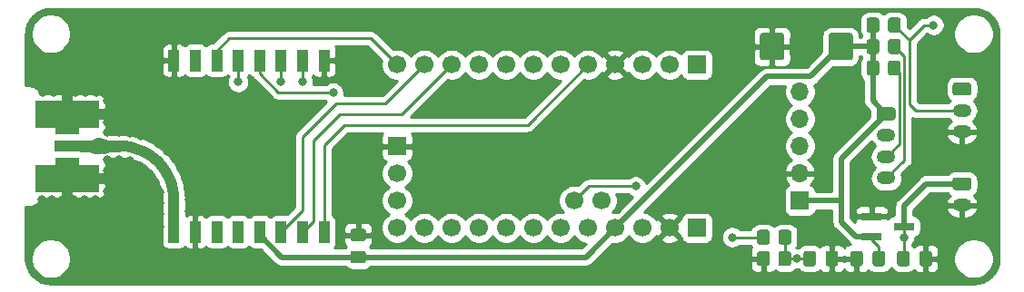
<source format=gbr>
%TF.GenerationSoftware,KiCad,Pcbnew,(5.1.10)-1*%
%TF.CreationDate,2021-08-31T17:22:58+02:00*%
%TF.ProjectId,LoRaProMini,4c6f5261-5072-46f4-9d69-6e692e6b6963,2.2*%
%TF.SameCoordinates,Original*%
%TF.FileFunction,Copper,L1,Top*%
%TF.FilePolarity,Positive*%
%FSLAX46Y46*%
G04 Gerber Fmt 4.6, Leading zero omitted, Abs format (unit mm)*
G04 Created by KiCad (PCBNEW (5.1.10)-1) date 2021-08-31 17:22:58*
%MOMM*%
%LPD*%
G01*
G04 APERTURE LIST*
%TA.AperFunction,ComponentPad*%
%ADD10O,1.700000X1.700000*%
%TD*%
%TA.AperFunction,ComponentPad*%
%ADD11R,1.700000X1.700000*%
%TD*%
%TA.AperFunction,SMDPad,CuDef*%
%ADD12R,1.900000X0.800000*%
%TD*%
%TA.AperFunction,ComponentPad*%
%ADD13C,1.600000*%
%TD*%
%TA.AperFunction,SMDPad,CuDef*%
%ADD14R,6.000000X2.500000*%
%TD*%
%TA.AperFunction,SMDPad,CuDef*%
%ADD15R,4.700000X1.000000*%
%TD*%
%TA.AperFunction,SMDPad,CuDef*%
%ADD16R,2.200000X1.050000*%
%TD*%
%TA.AperFunction,ComponentPad*%
%ADD17C,1.700000*%
%TD*%
%TA.AperFunction,SMDPad,CuDef*%
%ADD18R,1.000000X2.000000*%
%TD*%
%TA.AperFunction,ComponentPad*%
%ADD19O,1.750000X1.200000*%
%TD*%
%TA.AperFunction,ViaPad*%
%ADD20C,0.800000*%
%TD*%
%TA.AperFunction,Conductor*%
%ADD21C,1.000000*%
%TD*%
%TA.AperFunction,Conductor*%
%ADD22C,0.500000*%
%TD*%
%TA.AperFunction,Conductor*%
%ADD23C,0.250000*%
%TD*%
%TA.AperFunction,Conductor*%
%ADD24C,0.254000*%
%TD*%
%TA.AperFunction,Conductor*%
%ADD25C,0.100000*%
%TD*%
%TA.AperFunction,Conductor*%
%ADD26C,0.025400*%
%TD*%
G04 APERTURE END LIST*
D10*
%TO.P,J4,5*%
%TO.N,MCU_RST*%
X171740000Y-85605000D03*
%TO.P,J4,4*%
%TO.N,TXD*%
X171740000Y-88145000D03*
%TO.P,J4,3*%
%TO.N,RXD*%
X171740000Y-90685000D03*
%TO.P,J4,2*%
%TO.N,GND*%
X171740000Y-93225000D03*
D11*
%TO.P,J4,1*%
%TO.N,+3V3*%
X171740000Y-95765000D03*
%TD*%
D12*
%TO.P,U1,3*%
%TO.N,+BATT*%
X181430000Y-98190000D03*
%TO.P,U1,2*%
%TO.N,+3V3*%
X178430000Y-99140000D03*
%TO.P,U1,1*%
%TO.N,GND*%
X178430000Y-97240000D03*
%TD*%
D13*
%TO.P,AE1,1*%
%TO.N,Net-(AE1-Pad1)*%
X106449000Y-90690000D03*
D14*
%TO.P,AE1,2*%
%TO.N,GND*%
X103440000Y-93692000D03*
X103440000Y-87692000D03*
D15*
%TO.P,AE1,1*%
%TO.N,Net-(AE1-Pad1)*%
X104649000Y-90690000D03*
D16*
%TO.P,AE1,2*%
%TO.N,GND*%
X103440000Y-89092000D03*
X103440000Y-92292000D03*
%TD*%
D17*
%TO.P,X1,24*%
%TO.N,SPI_CS_LORA*%
X134200000Y-98310000D03*
%TO.P,X1,29*%
%TO.N,Net-(X1-Pad29)*%
X134200000Y-95770000D03*
%TO.P,X1,28*%
%TO.N,Net-(X1-Pad28)*%
X134200000Y-93230000D03*
D11*
%TO.P,X1,27*%
%TO.N,GND*%
X134200000Y-90690000D03*
D17*
%TO.P,X1,23*%
%TO.N,SPI_MOSI*%
X136740000Y-98310000D03*
%TO.P,X1,21*%
%TO.N,SPI_SCK*%
X141820000Y-98310000D03*
%TO.P,X1,22*%
%TO.N,SPI_MISO*%
X139280000Y-98310000D03*
%TO.P,X1,18*%
%TO.N,Net-(X1-Pad18)*%
X149440000Y-98310000D03*
%TO.P,X1,17*%
%TO.N,Net-(X1-Pad17)*%
X151980000Y-98310000D03*
%TO.P,X1,19*%
%TO.N,Net-(X1-Pad19)*%
X146900000Y-98310000D03*
%TO.P,X1,20*%
%TO.N,MCU_A0*%
X144360000Y-98310000D03*
%TO.P,X1,16*%
%TO.N,+3V3*%
X154520000Y-98310000D03*
%TO.P,X1,15*%
%TO.N,Net-(X1-Pad15)*%
X157060000Y-98310000D03*
D11*
%TO.P,X1,13*%
%TO.N,Net-(X1-Pad13)*%
X162140000Y-98310000D03*
D17*
%TO.P,X1,14*%
%TO.N,GND*%
X159600000Y-98310000D03*
%TO.P,X1,2*%
%TO.N,RXD*%
X159600000Y-83070000D03*
D11*
%TO.P,X1,1*%
%TO.N,TXD*%
X162140000Y-83070000D03*
D17*
%TO.P,X1,3*%
%TO.N,MCU_RST*%
X157060000Y-83070000D03*
%TO.P,X1,4*%
%TO.N,GND*%
X154520000Y-83070000D03*
%TO.P,X1,8*%
%TO.N,Net-(X1-Pad8)*%
X144360000Y-83070000D03*
%TO.P,X1,7*%
%TO.N,Net-(X1-Pad7)*%
X146900000Y-83070000D03*
%TO.P,X1,5*%
%TO.N,LORA_DIO2*%
X151980000Y-83070000D03*
%TO.P,X1,6*%
%TO.N,Net-(X1-Pad6)*%
X149440000Y-83070000D03*
%TO.P,X1,10*%
%TO.N,LORA_DIO1*%
X139280000Y-83070000D03*
%TO.P,X1,9*%
%TO.N,1-WIRE*%
X141820000Y-83070000D03*
%TO.P,X1,11*%
%TO.N,LORA_DIO0*%
X136740000Y-83070000D03*
%TO.P,X1,12*%
%TO.N,LORA_RST*%
X134200000Y-83070000D03*
%TO.P,X1,25*%
%TO.N,MCU_SCL*%
X153250000Y-95770000D03*
%TO.P,X1,26*%
%TO.N,MCU_SDA*%
X150710000Y-95770000D03*
%TD*%
D18*
%TO.P,U2,16*%
%TO.N,LORA_DIO2*%
X127399000Y-98690000D03*
%TO.P,U2,15*%
%TO.N,LORA_DIO1*%
X125399000Y-98690000D03*
%TO.P,U2,14*%
%TO.N,LORA_DIO0*%
X123399000Y-98690000D03*
%TO.P,U2,13*%
%TO.N,+3V3*%
X121399000Y-98690000D03*
%TO.P,U2,12*%
%TO.N,Net-(U2-Pad12)*%
X119399000Y-98690000D03*
%TO.P,U2,11*%
%TO.N,Net-(U2-Pad11)*%
X117399000Y-98690000D03*
%TO.P,U2,10*%
%TO.N,GND*%
X115399000Y-98690000D03*
%TO.P,U2,9*%
%TO.N,Net-(AE1-Pad1)*%
X113399000Y-98690000D03*
%TO.P,U2,8*%
%TO.N,GND*%
X113399000Y-82690000D03*
%TO.P,U2,7*%
%TO.N,Net-(U2-Pad7)*%
X115399000Y-82690000D03*
%TO.P,U2,6*%
%TO.N,LORA_RST*%
X117399000Y-82690000D03*
%TO.P,U2,5*%
%TO.N,SPI_CS_LORA*%
X119399000Y-82690000D03*
%TO.P,U2,4*%
%TO.N,SPI_SCK*%
X121399000Y-82690000D03*
%TO.P,U2,3*%
%TO.N,SPI_MOSI*%
X123399000Y-82690000D03*
%TO.P,U2,2*%
%TO.N,SPI_MISO*%
X125399000Y-82690000D03*
%TO.P,U2,1*%
%TO.N,GND*%
X127399000Y-82690000D03*
%TD*%
%TO.P,C1,2*%
%TO.N,GND*%
%TA.AperFunction,SMDPad,CuDef*%
G36*
G01*
X131049000Y-99562833D02*
X130099000Y-99562833D01*
G75*
G02*
X129849000Y-99312833I0J250000D01*
G01*
X129849000Y-98637833D01*
G75*
G02*
X130099000Y-98387833I250000J0D01*
G01*
X131049000Y-98387833D01*
G75*
G02*
X131299000Y-98637833I0J-250000D01*
G01*
X131299000Y-99312833D01*
G75*
G02*
X131049000Y-99562833I-250000J0D01*
G01*
G37*
%TD.AperFunction*%
%TO.P,C1,1*%
%TO.N,+3V3*%
%TA.AperFunction,SMDPad,CuDef*%
G36*
G01*
X131049000Y-101637833D02*
X130099000Y-101637833D01*
G75*
G02*
X129849000Y-101387833I0J250000D01*
G01*
X129849000Y-100712833D01*
G75*
G02*
X130099000Y-100462833I250000J0D01*
G01*
X131049000Y-100462833D01*
G75*
G02*
X131299000Y-100712833I0J-250000D01*
G01*
X131299000Y-101387833D01*
G75*
G02*
X131049000Y-101637833I-250000J0D01*
G01*
G37*
%TD.AperFunction*%
%TD*%
%TO.P,C2,2*%
%TO.N,GND*%
%TA.AperFunction,SMDPad,CuDef*%
G36*
G01*
X182880000Y-101665000D02*
X182880000Y-100715000D01*
G75*
G02*
X183130000Y-100465000I250000J0D01*
G01*
X183805000Y-100465000D01*
G75*
G02*
X184055000Y-100715000I0J-250000D01*
G01*
X184055000Y-101665000D01*
G75*
G02*
X183805000Y-101915000I-250000J0D01*
G01*
X183130000Y-101915000D01*
G75*
G02*
X182880000Y-101665000I0J250000D01*
G01*
G37*
%TD.AperFunction*%
%TO.P,C2,1*%
%TO.N,+BATT*%
%TA.AperFunction,SMDPad,CuDef*%
G36*
G01*
X180805000Y-101665000D02*
X180805000Y-100715000D01*
G75*
G02*
X181055000Y-100465000I250000J0D01*
G01*
X181730000Y-100465000D01*
G75*
G02*
X181980000Y-100715000I0J-250000D01*
G01*
X181980000Y-101665000D01*
G75*
G02*
X181730000Y-101915000I-250000J0D01*
G01*
X181055000Y-101915000D01*
G75*
G02*
X180805000Y-101665000I0J250000D01*
G01*
G37*
%TD.AperFunction*%
%TD*%
%TO.P,C5,2*%
%TO.N,GND*%
%TA.AperFunction,SMDPad,CuDef*%
G36*
G01*
X170265000Y-80364999D02*
X170265000Y-82415001D01*
G75*
G02*
X170015001Y-82665000I-249999J0D01*
G01*
X168264999Y-82665000D01*
G75*
G02*
X168015000Y-82415001I0J249999D01*
G01*
X168015000Y-80364999D01*
G75*
G02*
X168264999Y-80115000I249999J0D01*
G01*
X170015001Y-80115000D01*
G75*
G02*
X170265000Y-80364999I0J-249999D01*
G01*
G37*
%TD.AperFunction*%
%TO.P,C5,1*%
%TO.N,+3V3*%
%TA.AperFunction,SMDPad,CuDef*%
G36*
G01*
X176665000Y-80364999D02*
X176665000Y-82415001D01*
G75*
G02*
X176415001Y-82665000I-249999J0D01*
G01*
X174664999Y-82665000D01*
G75*
G02*
X174415000Y-82415001I0J249999D01*
G01*
X174415000Y-80364999D01*
G75*
G02*
X174664999Y-80115000I249999J0D01*
G01*
X176415001Y-80115000D01*
G75*
G02*
X176665000Y-80364999I0J-249999D01*
G01*
G37*
%TD.AperFunction*%
%TD*%
%TO.P,R5,2*%
%TO.N,1-WIRE*%
%TA.AperFunction,SMDPad,CuDef*%
G36*
G01*
X179940000Y-79840001D02*
X179940000Y-78939999D01*
G75*
G02*
X180189999Y-78690000I249999J0D01*
G01*
X180890001Y-78690000D01*
G75*
G02*
X181140000Y-78939999I0J-249999D01*
G01*
X181140000Y-79840001D01*
G75*
G02*
X180890001Y-80090000I-249999J0D01*
G01*
X180189999Y-80090000D01*
G75*
G02*
X179940000Y-79840001I0J249999D01*
G01*
G37*
%TD.AperFunction*%
%TO.P,R5,1*%
%TO.N,+3V3*%
%TA.AperFunction,SMDPad,CuDef*%
G36*
G01*
X177940000Y-79840001D02*
X177940000Y-78939999D01*
G75*
G02*
X178189999Y-78690000I249999J0D01*
G01*
X178890001Y-78690000D01*
G75*
G02*
X179140000Y-78939999I0J-249999D01*
G01*
X179140000Y-79840001D01*
G75*
G02*
X178890001Y-80090000I-249999J0D01*
G01*
X178189999Y-80090000D01*
G75*
G02*
X177940000Y-79840001I0J249999D01*
G01*
G37*
%TD.AperFunction*%
%TD*%
%TO.P,R4,2*%
%TO.N,MCU_SDA*%
%TA.AperFunction,SMDPad,CuDef*%
G36*
G01*
X179940000Y-81840001D02*
X179940000Y-80939999D01*
G75*
G02*
X180189999Y-80690000I249999J0D01*
G01*
X180890001Y-80690000D01*
G75*
G02*
X181140000Y-80939999I0J-249999D01*
G01*
X181140000Y-81840001D01*
G75*
G02*
X180890001Y-82090000I-249999J0D01*
G01*
X180189999Y-82090000D01*
G75*
G02*
X179940000Y-81840001I0J249999D01*
G01*
G37*
%TD.AperFunction*%
%TO.P,R4,1*%
%TO.N,+3V3*%
%TA.AperFunction,SMDPad,CuDef*%
G36*
G01*
X177940000Y-81840001D02*
X177940000Y-80939999D01*
G75*
G02*
X178189999Y-80690000I249999J0D01*
G01*
X178890001Y-80690000D01*
G75*
G02*
X179140000Y-80939999I0J-249999D01*
G01*
X179140000Y-81840001D01*
G75*
G02*
X178890001Y-82090000I-249999J0D01*
G01*
X178189999Y-82090000D01*
G75*
G02*
X177940000Y-81840001I0J249999D01*
G01*
G37*
%TD.AperFunction*%
%TD*%
%TO.P,R3,2*%
%TO.N,+3V3*%
%TA.AperFunction,SMDPad,CuDef*%
G36*
G01*
X179140000Y-82939999D02*
X179140000Y-83840001D01*
G75*
G02*
X178890001Y-84090000I-249999J0D01*
G01*
X178189999Y-84090000D01*
G75*
G02*
X177940000Y-83840001I0J249999D01*
G01*
X177940000Y-82939999D01*
G75*
G02*
X178189999Y-82690000I249999J0D01*
G01*
X178890001Y-82690000D01*
G75*
G02*
X179140000Y-82939999I0J-249999D01*
G01*
G37*
%TD.AperFunction*%
%TO.P,R3,1*%
%TO.N,MCU_SCL*%
%TA.AperFunction,SMDPad,CuDef*%
G36*
G01*
X181140000Y-82939999D02*
X181140000Y-83840001D01*
G75*
G02*
X180890001Y-84090000I-249999J0D01*
G01*
X180189999Y-84090000D01*
G75*
G02*
X179940000Y-83840001I0J249999D01*
G01*
X179940000Y-82939999D01*
G75*
G02*
X180189999Y-82690000I249999J0D01*
G01*
X180890001Y-82690000D01*
G75*
G02*
X181140000Y-82939999I0J-249999D01*
G01*
G37*
%TD.AperFunction*%
%TD*%
%TO.P,R2,2*%
%TO.N,MCU_A0*%
%TA.AperFunction,SMDPad,CuDef*%
G36*
G01*
X169730000Y-101640001D02*
X169730000Y-100739999D01*
G75*
G02*
X169979999Y-100490000I249999J0D01*
G01*
X170680001Y-100490000D01*
G75*
G02*
X170930000Y-100739999I0J-249999D01*
G01*
X170930000Y-101640001D01*
G75*
G02*
X170680001Y-101890000I-249999J0D01*
G01*
X169979999Y-101890000D01*
G75*
G02*
X169730000Y-101640001I0J249999D01*
G01*
G37*
%TD.AperFunction*%
%TO.P,R2,1*%
%TO.N,GND*%
%TA.AperFunction,SMDPad,CuDef*%
G36*
G01*
X167730000Y-101640400D02*
X167730000Y-100739600D01*
G75*
G02*
X167979600Y-100490000I249600J0D01*
G01*
X168680400Y-100490000D01*
G75*
G02*
X168930000Y-100739600I0J-249600D01*
G01*
X168930000Y-101640400D01*
G75*
G02*
X168680400Y-101890000I-249600J0D01*
G01*
X167979600Y-101890000D01*
G75*
G02*
X167730000Y-101640400I0J249600D01*
G01*
G37*
%TD.AperFunction*%
%TD*%
%TO.P,R1,2*%
%TO.N,+BATT*%
%TA.AperFunction,SMDPad,CuDef*%
G36*
G01*
X168930000Y-98739999D02*
X168930000Y-99640001D01*
G75*
G02*
X168680001Y-99890000I-249999J0D01*
G01*
X167979999Y-99890000D01*
G75*
G02*
X167730000Y-99640001I0J249999D01*
G01*
X167730000Y-98739999D01*
G75*
G02*
X167979999Y-98490000I249999J0D01*
G01*
X168680001Y-98490000D01*
G75*
G02*
X168930000Y-98739999I0J-249999D01*
G01*
G37*
%TD.AperFunction*%
%TO.P,R1,1*%
%TO.N,MCU_A0*%
%TA.AperFunction,SMDPad,CuDef*%
G36*
G01*
X170930000Y-98739999D02*
X170930000Y-99640001D01*
G75*
G02*
X170680001Y-99890000I-249999J0D01*
G01*
X169979999Y-99890000D01*
G75*
G02*
X169730000Y-99640001I0J249999D01*
G01*
X169730000Y-98739999D01*
G75*
G02*
X169979999Y-98490000I249999J0D01*
G01*
X170680001Y-98490000D01*
G75*
G02*
X170930000Y-98739999I0J-249999D01*
G01*
G37*
%TD.AperFunction*%
%TD*%
%TO.P,C4,2*%
%TO.N,MCU_A0*%
%TA.AperFunction,SMDPad,CuDef*%
G36*
G01*
X173226666Y-100715000D02*
X173226666Y-101665000D01*
G75*
G02*
X172976666Y-101915000I-250000J0D01*
G01*
X172301666Y-101915000D01*
G75*
G02*
X172051666Y-101665000I0J250000D01*
G01*
X172051666Y-100715000D01*
G75*
G02*
X172301666Y-100465000I250000J0D01*
G01*
X172976666Y-100465000D01*
G75*
G02*
X173226666Y-100715000I0J-250000D01*
G01*
G37*
%TD.AperFunction*%
%TO.P,C4,1*%
%TO.N,GND*%
%TA.AperFunction,SMDPad,CuDef*%
G36*
G01*
X175301666Y-100715000D02*
X175301666Y-101665000D01*
G75*
G02*
X175051666Y-101915000I-250000J0D01*
G01*
X174376666Y-101915000D01*
G75*
G02*
X174126666Y-101665000I0J250000D01*
G01*
X174126666Y-100715000D01*
G75*
G02*
X174376666Y-100465000I250000J0D01*
G01*
X175051666Y-100465000D01*
G75*
G02*
X175301666Y-100715000I0J-250000D01*
G01*
G37*
%TD.AperFunction*%
%TD*%
D19*
%TO.P,J3,4*%
%TO.N,MCU_SDA*%
X179778000Y-93675333D03*
%TO.P,J3,3*%
%TO.N,MCU_SCL*%
X179778000Y-91675333D03*
%TO.P,J3,2*%
%TO.N,GND*%
X179778000Y-89675333D03*
%TO.P,J3,1*%
%TO.N,+3V3*%
%TA.AperFunction,ComponentPad*%
G36*
G01*
X179152999Y-87075333D02*
X180403001Y-87075333D01*
G75*
G02*
X180653000Y-87325332I0J-249999D01*
G01*
X180653000Y-88025334D01*
G75*
G02*
X180403001Y-88275333I-249999J0D01*
G01*
X179152999Y-88275333D01*
G75*
G02*
X178903000Y-88025334I0J249999D01*
G01*
X178903000Y-87325332D01*
G75*
G02*
X179152999Y-87075333I249999J0D01*
G01*
G37*
%TD.AperFunction*%
%TD*%
%TO.P,J2,3*%
%TO.N,GND*%
X186835617Y-89356000D03*
%TO.P,J2,2*%
%TO.N,1-WIRE*%
X186835617Y-87356000D03*
%TO.P,J2,1*%
%TO.N,+3V3*%
%TA.AperFunction,ComponentPad*%
G36*
G01*
X186210616Y-84756000D02*
X187460618Y-84756000D01*
G75*
G02*
X187710617Y-85005999I0J-249999D01*
G01*
X187710617Y-85706001D01*
G75*
G02*
X187460618Y-85956000I-249999J0D01*
G01*
X186210616Y-85956000D01*
G75*
G02*
X185960617Y-85706001I0J249999D01*
G01*
X185960617Y-85005999D01*
G75*
G02*
X186210616Y-84756000I249999J0D01*
G01*
G37*
%TD.AperFunction*%
%TD*%
%TO.P,J1,2*%
%TO.N,GND*%
X186835617Y-96206000D03*
%TO.P,J1,1*%
%TO.N,+BATT*%
%TA.AperFunction,ComponentPad*%
G36*
G01*
X186210616Y-93606000D02*
X187460618Y-93606000D01*
G75*
G02*
X187710617Y-93855999I0J-249999D01*
G01*
X187710617Y-94556001D01*
G75*
G02*
X187460618Y-94806000I-249999J0D01*
G01*
X186210616Y-94806000D01*
G75*
G02*
X185960617Y-94556001I0J249999D01*
G01*
X185960617Y-93855999D01*
G75*
G02*
X186210616Y-93606000I249999J0D01*
G01*
G37*
%TD.AperFunction*%
%TD*%
%TO.P,C3,2*%
%TO.N,GND*%
%TA.AperFunction,SMDPad,CuDef*%
G36*
G01*
X177603332Y-100715000D02*
X177603332Y-101665000D01*
G75*
G02*
X177353332Y-101915000I-250000J0D01*
G01*
X176678332Y-101915000D01*
G75*
G02*
X176428332Y-101665000I0J250000D01*
G01*
X176428332Y-100715000D01*
G75*
G02*
X176678332Y-100465000I250000J0D01*
G01*
X177353332Y-100465000D01*
G75*
G02*
X177603332Y-100715000I0J-250000D01*
G01*
G37*
%TD.AperFunction*%
%TO.P,C3,1*%
%TO.N,+3V3*%
%TA.AperFunction,SMDPad,CuDef*%
G36*
G01*
X179678332Y-100715000D02*
X179678332Y-101665000D01*
G75*
G02*
X179428332Y-101915000I-250000J0D01*
G01*
X178753332Y-101915000D01*
G75*
G02*
X178503332Y-101665000I0J250000D01*
G01*
X178503332Y-100715000D01*
G75*
G02*
X178753332Y-100465000I250000J0D01*
G01*
X179428332Y-100465000D01*
G75*
G02*
X179678332Y-100715000I0J-250000D01*
G01*
G37*
%TD.AperFunction*%
%TD*%
D20*
%TO.N,GND*%
X144360000Y-85864000D03*
X109323000Y-89525000D03*
X110339000Y-89715500D03*
X108270500Y-91938000D03*
X112080500Y-94986000D03*
X112127000Y-97060000D03*
X112127000Y-98203000D03*
X114466500Y-93716000D03*
X114784000Y-94668500D03*
X111291500Y-90033000D03*
X114814000Y-96764000D03*
X114810831Y-95684500D03*
X114085500Y-92763500D03*
X113577500Y-91938000D03*
X112815500Y-91176000D03*
X112053500Y-90541000D03*
X109286500Y-92065000D03*
X110239000Y-92542557D03*
X111064500Y-93208000D03*
X111699500Y-94033500D03*
X112114000Y-96002000D03*
X107190000Y-88440000D03*
X107190000Y-87440000D03*
X107190000Y-86440000D03*
X106190000Y-85690000D03*
X105190000Y-85690000D03*
X104190000Y-85690000D03*
X103190000Y-85690000D03*
X102190000Y-85690000D03*
X101190000Y-85690000D03*
X107190000Y-89440000D03*
X107190000Y-91940000D03*
X107190000Y-92940000D03*
X107190000Y-93940000D03*
X107190000Y-94940000D03*
X106063000Y-95690000D03*
X105063000Y-95690000D03*
X104063000Y-95690000D03*
X103063000Y-95690000D03*
X102063000Y-95690000D03*
X101063000Y-95690000D03*
X108290000Y-89440000D03*
X130820000Y-83070000D03*
X155340000Y-95790000D03*
X165440000Y-83090000D03*
X166230000Y-88540000D03*
%TO.N,+BATT*%
X181430000Y-99190000D03*
X165430000Y-99190000D03*
%TO.N,MCU_A0*%
X171480000Y-101190000D03*
%TO.N,1-WIRE*%
X184190000Y-79390000D03*
%TO.N,MCU_SDA*%
X156440000Y-94440000D03*
%TO.N,SPI_CS_LORA*%
X119399000Y-84690000D03*
%TO.N,SPI_SCK*%
X128240000Y-85690000D03*
%TO.N,SPI_MOSI*%
X123399000Y-84690000D03*
%TO.N,SPI_MISO*%
X125399000Y-84690000D03*
%TD*%
D21*
%TO.N,Net-(AE1-Pad1)*%
X108399000Y-90690000D02*
X106449000Y-90690000D01*
X108399000Y-90690000D02*
X108889085Y-90714076D01*
X108889085Y-90714076D02*
X109374451Y-90786073D01*
X109374451Y-90786073D02*
X109850423Y-90905298D01*
X109850423Y-90905298D02*
X110312417Y-91070602D01*
X110312417Y-91070602D02*
X110755983Y-91280393D01*
X110755983Y-91280393D02*
X111176851Y-91532651D01*
X111176851Y-91532651D02*
X111570966Y-91824947D01*
X111570966Y-91824947D02*
X111934533Y-92154466D01*
X111934533Y-92154466D02*
X112264052Y-92518033D01*
X112264052Y-92518033D02*
X112556348Y-92912148D01*
X112556348Y-92912148D02*
X112808606Y-93333016D01*
X112808606Y-93333016D02*
X113018397Y-93776582D01*
X113018397Y-93776582D02*
X113183701Y-94238576D01*
X113183701Y-94238576D02*
X113302926Y-94714548D01*
X113302926Y-94714548D02*
X113374923Y-95199914D01*
X113374923Y-95199914D02*
X113399000Y-95690000D01*
X113399000Y-95690000D02*
X113399000Y-98690000D01*
X106449000Y-90690000D02*
X104649000Y-90690000D01*
D22*
%TO.N,GND*%
X103440000Y-87692000D02*
X104838000Y-87692000D01*
D21*
X103440000Y-87692000D02*
X108838000Y-87692000D01*
X103440000Y-87692000D02*
X103440000Y-83990000D01*
X103440000Y-93692000D02*
X103440000Y-97290000D01*
X103440000Y-93692000D02*
X108338000Y-93692000D01*
D22*
X103440000Y-92292000D02*
X103440000Y-93692000D01*
X103440000Y-89092000D02*
X103440000Y-87692000D01*
%TO.N,+3V3*%
X121399000Y-99000002D02*
X121399000Y-98690000D01*
X123449331Y-101050333D02*
X121399000Y-99000002D01*
X130695617Y-101050333D02*
X123449331Y-101050333D01*
X151779667Y-101050333D02*
X154520000Y-98310000D01*
X130695617Y-101050333D02*
X151779667Y-101050333D01*
X178430000Y-99140000D02*
X178142500Y-99140000D01*
X175440000Y-81490000D02*
X175540000Y-81390000D01*
X175592500Y-81442500D02*
X175540000Y-81390000D01*
D23*
X178060000Y-79070000D02*
X178430000Y-79440000D01*
X178540000Y-81390000D02*
X178340000Y-81390000D01*
D22*
X178540000Y-79390000D02*
X178540000Y-81390000D01*
X178540000Y-81390000D02*
X178540000Y-83390000D01*
X178540000Y-81390000D02*
X175540000Y-81390000D01*
X154520000Y-98310000D02*
X168640000Y-84190000D01*
X172740000Y-84190000D02*
X175540000Y-81390000D01*
X168640000Y-84190000D02*
X172740000Y-84190000D01*
X178540000Y-86437333D02*
X179778000Y-87675333D01*
X178540000Y-83390000D02*
X178540000Y-86437333D01*
X178169998Y-99140000D02*
X178430000Y-99140000D01*
X175592500Y-91860833D02*
X175592500Y-94737500D01*
X179778000Y-87675333D02*
X175592500Y-91860833D01*
X175592500Y-94737500D02*
X175592500Y-94442500D01*
X176980000Y-99140000D02*
X175592500Y-97752500D01*
D23*
X178430000Y-99140000D02*
X178430000Y-99390000D01*
D22*
X178430000Y-99140000D02*
X177880000Y-99140000D01*
X178430000Y-99140000D02*
X177780000Y-99140000D01*
X178430000Y-99140000D02*
X176980000Y-99140000D01*
D23*
X179090832Y-100050832D02*
X179090832Y-101190000D01*
X178430000Y-99390000D02*
X179090832Y-100050832D01*
D22*
X175515000Y-95765000D02*
X175592500Y-95842500D01*
X171740000Y-95765000D02*
X175515000Y-95765000D01*
X175592500Y-95842500D02*
X175592500Y-94737500D01*
X175592500Y-97752500D02*
X175592500Y-95842500D01*
D23*
%TO.N,+BATT*%
X181430000Y-101152500D02*
X181392500Y-101190000D01*
D22*
X183514000Y-94206000D02*
X181430000Y-96290000D01*
X186835617Y-94206000D02*
X183514000Y-94206000D01*
D23*
X181430000Y-99190000D02*
X181430000Y-101152500D01*
X181430000Y-98190000D02*
X181430000Y-99190000D01*
D22*
X181430000Y-96290000D02*
X181430000Y-98190000D01*
D23*
X165430000Y-99190000D02*
X168330000Y-99190000D01*
%TO.N,MCU_A0*%
X170330000Y-98990000D02*
X170330000Y-101190000D01*
X170330000Y-101190000D02*
X172639166Y-101190000D01*
%TO.N,1-WIRE*%
X184190000Y-79390000D02*
X183290040Y-79390000D01*
X181915020Y-86765020D02*
X182506000Y-87356000D01*
X182506000Y-87356000D02*
X186835617Y-87356000D01*
X180540000Y-79390000D02*
X181915020Y-80765020D01*
X183290040Y-79390000D02*
X181915020Y-80765020D01*
X181915020Y-80765020D02*
X181915020Y-86765020D01*
%TO.N,MCU_SDA*%
X179763333Y-93690000D02*
X179778000Y-93675333D01*
X181465010Y-91988323D02*
X179778000Y-93675333D01*
X181465010Y-82315010D02*
X181465010Y-91988323D01*
X180540000Y-81390000D02*
X181465010Y-82315010D01*
X152040000Y-94440000D02*
X150710000Y-95770000D01*
X156440000Y-94440000D02*
X152040000Y-94440000D01*
%TO.N,MCU_SCL*%
X179763333Y-91690000D02*
X179778000Y-91675333D01*
X180978010Y-90475323D02*
X179778000Y-91675333D01*
X180978010Y-83828010D02*
X180978010Y-90475323D01*
X180540000Y-83390000D02*
X180978010Y-83828010D01*
%TO.N,LORA_DIO2*%
X151980000Y-83070000D02*
X146360000Y-88690000D01*
X127399000Y-98690000D02*
X127399000Y-90590000D01*
X127399000Y-90590000D02*
X129299000Y-88690000D01*
X129299000Y-88690000D02*
X146360000Y-88690000D01*
%TO.N,LORA_DIO1*%
X139280000Y-83070000D02*
X134660000Y-87690000D01*
X129599000Y-87690000D02*
X134660000Y-87690000D01*
X129499000Y-87690000D02*
X129599000Y-87690000D01*
X128899000Y-87690000D02*
X129199000Y-87690000D01*
X125399000Y-98690000D02*
X126399000Y-97690000D01*
X129199000Y-87690000D02*
X129599000Y-87690000D01*
X126399000Y-90190000D02*
X128899000Y-87690000D01*
X126399000Y-97690000D02*
X126399000Y-90190000D01*
X129099000Y-87690000D02*
X129199000Y-87690000D01*
%TO.N,LORA_DIO0*%
X125399000Y-89790000D02*
X125399000Y-96690000D01*
X128499000Y-86690000D02*
X125399000Y-89790000D01*
X133120000Y-86690000D02*
X128499000Y-86690000D01*
X125399000Y-96690000D02*
X123399000Y-98690000D01*
X136740000Y-83070000D02*
X133120000Y-86690000D01*
%TO.N,LORA_RST*%
X134200000Y-83070000D02*
X131740000Y-80610000D01*
X131740000Y-80610000D02*
X118560000Y-80610000D01*
X117399000Y-81771000D02*
X117399000Y-82690000D01*
X118560000Y-80610000D02*
X117399000Y-81771000D01*
%TO.N,SPI_CS_LORA*%
X119399000Y-82690000D02*
X119399000Y-84690000D01*
%TO.N,SPI_SCK*%
X121399000Y-83940000D02*
X121399000Y-82690000D01*
X123149000Y-85690000D02*
X121399000Y-83940000D01*
X128240000Y-85690000D02*
X123149000Y-85690000D01*
%TO.N,SPI_MOSI*%
X123399000Y-82690000D02*
X123399000Y-84690000D01*
%TO.N,SPI_MISO*%
X125399000Y-82690000D02*
X125399000Y-84690000D01*
%TD*%
D24*
%TO.N,GND*%
X188383893Y-77897670D02*
X188820498Y-78029489D01*
X189223185Y-78243600D01*
X189576612Y-78531848D01*
X189867327Y-78883261D01*
X190084242Y-79284439D01*
X190219106Y-79720113D01*
X190270000Y-80204344D01*
X190270001Y-101157711D01*
X190222330Y-101643894D01*
X190090512Y-102080497D01*
X189876399Y-102483186D01*
X189588150Y-102836613D01*
X189236739Y-103127327D01*
X188835564Y-103344240D01*
X188399886Y-103479106D01*
X187915665Y-103530000D01*
X101972294Y-103528002D01*
X101486106Y-103480330D01*
X101049503Y-103348512D01*
X100646814Y-103134399D01*
X100293387Y-102846150D01*
X100002673Y-102494739D01*
X99785760Y-102093564D01*
X99650894Y-101657886D01*
X99600000Y-101173664D01*
X99600000Y-101004344D01*
X100055000Y-101004344D01*
X100055000Y-101375656D01*
X100127439Y-101739834D01*
X100269534Y-102082882D01*
X100475825Y-102391618D01*
X100738382Y-102654175D01*
X101047118Y-102860466D01*
X101390166Y-103002561D01*
X101754344Y-103075000D01*
X102125656Y-103075000D01*
X102489834Y-103002561D01*
X102832882Y-102860466D01*
X103141618Y-102654175D01*
X103404175Y-102391618D01*
X103610466Y-102082882D01*
X103752561Y-101739834D01*
X103825000Y-101375656D01*
X103825000Y-101004344D01*
X103752561Y-100640166D01*
X103610466Y-100297118D01*
X103404175Y-99988382D01*
X103141618Y-99725825D01*
X102832882Y-99519534D01*
X102489834Y-99377439D01*
X102125656Y-99305000D01*
X101754344Y-99305000D01*
X101390166Y-99377439D01*
X101047118Y-99519534D01*
X100738382Y-99725825D01*
X100475825Y-99988382D01*
X100269534Y-100297118D01*
X100127439Y-100640166D01*
X100055000Y-101004344D01*
X99600000Y-101004344D01*
X99600000Y-96350000D01*
X99972419Y-96350000D01*
X100000329Y-96347251D01*
X100003308Y-96347272D01*
X100012479Y-96346373D01*
X100060648Y-96341310D01*
X100069383Y-96340450D01*
X100069674Y-96340362D01*
X100109527Y-96336173D01*
X100168152Y-96324139D01*
X100226884Y-96312936D01*
X100235706Y-96310272D01*
X100328925Y-96281416D01*
X100384075Y-96258233D01*
X100439537Y-96235825D01*
X100447666Y-96231502D01*
X100447670Y-96231500D01*
X100447673Y-96231498D01*
X100533511Y-96185086D01*
X100583098Y-96151638D01*
X100633156Y-96118881D01*
X100640297Y-96113057D01*
X100715486Y-96050855D01*
X100757639Y-96008406D01*
X100800371Y-95966561D01*
X100806245Y-95959460D01*
X100867921Y-95883840D01*
X100901052Y-95833975D01*
X100934825Y-95784650D01*
X100939208Y-95776544D01*
X100985020Y-95690383D01*
X101007809Y-95635091D01*
X101031378Y-95580102D01*
X101031595Y-95579402D01*
X103154250Y-95577000D01*
X103313000Y-95418250D01*
X103313000Y-93819000D01*
X103567000Y-93819000D01*
X103567000Y-95418250D01*
X103725750Y-95577000D01*
X106440000Y-95580072D01*
X106564482Y-95567812D01*
X106684180Y-95531502D01*
X106794494Y-95472537D01*
X106891185Y-95393185D01*
X106970537Y-95296494D01*
X107029502Y-95186180D01*
X107065812Y-95066482D01*
X107078072Y-94942000D01*
X107075000Y-93977750D01*
X106916250Y-93819000D01*
X103567000Y-93819000D01*
X103313000Y-93819000D01*
X103293000Y-93819000D01*
X103293000Y-93565000D01*
X103313000Y-93565000D01*
X103313000Y-93545000D01*
X103567000Y-93545000D01*
X103567000Y-93565000D01*
X106916250Y-93565000D01*
X107075000Y-93406250D01*
X107078072Y-92442000D01*
X107065812Y-92317518D01*
X107029502Y-92197820D01*
X106970537Y-92087506D01*
X106933604Y-92042503D01*
X107128727Y-91961680D01*
X107149595Y-91947736D01*
X107190442Y-91929244D01*
X107287646Y-91892338D01*
X107372374Y-91867151D01*
X107454513Y-91849626D01*
X107544892Y-91837245D01*
X107652901Y-91829090D01*
X107779373Y-91825000D01*
X108371145Y-91825000D01*
X108777707Y-91844973D01*
X109152755Y-91900606D01*
X109520550Y-91992733D01*
X109877549Y-92120470D01*
X110220303Y-92282580D01*
X110545520Y-92477507D01*
X110850057Y-92703367D01*
X111130999Y-92958000D01*
X111385632Y-93238942D01*
X111611492Y-93543479D01*
X111806421Y-93868699D01*
X111968529Y-94211448D01*
X112096263Y-94568443D01*
X112188394Y-94936246D01*
X112244026Y-95311292D01*
X112264000Y-95717861D01*
X112264001Y-97658802D01*
X112260928Y-97690000D01*
X112260928Y-99690000D01*
X112273188Y-99814482D01*
X112309498Y-99934180D01*
X112368463Y-100044494D01*
X112447815Y-100141185D01*
X112544506Y-100220537D01*
X112654820Y-100279502D01*
X112774518Y-100315812D01*
X112899000Y-100328072D01*
X113899000Y-100328072D01*
X114023482Y-100315812D01*
X114143180Y-100279502D01*
X114253494Y-100220537D01*
X114350185Y-100141185D01*
X114399000Y-100081704D01*
X114447815Y-100141185D01*
X114544506Y-100220537D01*
X114654820Y-100279502D01*
X114774518Y-100315812D01*
X114899000Y-100328072D01*
X115113250Y-100325000D01*
X115272000Y-100166250D01*
X115272000Y-98817000D01*
X115252000Y-98817000D01*
X115252000Y-98563000D01*
X115272000Y-98563000D01*
X115272000Y-97213750D01*
X115113250Y-97055000D01*
X114899000Y-97051928D01*
X114774518Y-97064188D01*
X114654820Y-97100498D01*
X114544506Y-97159463D01*
X114534000Y-97168085D01*
X114534000Y-95717839D01*
X114535368Y-95689991D01*
X114534000Y-95662145D01*
X114534000Y-95634248D01*
X114531266Y-95606484D01*
X114505820Y-95088536D01*
X114496483Y-95025590D01*
X114417460Y-94492861D01*
X114417458Y-94492853D01*
X114417457Y-94492846D01*
X114271139Y-93908712D01*
X114271137Y-93908705D01*
X114271135Y-93908699D01*
X114068267Y-93341720D01*
X114068263Y-93341711D01*
X114068261Y-93341706D01*
X113882429Y-92948796D01*
X113855785Y-92892463D01*
X113810796Y-92797342D01*
X113810792Y-92797336D01*
X113810790Y-92797331D01*
X113501208Y-92280823D01*
X113501202Y-92280815D01*
X113501199Y-92280810D01*
X113142480Y-91797134D01*
X113142479Y-91797133D01*
X113142471Y-91797122D01*
X112738070Y-91350936D01*
X112738066Y-91350933D01*
X112738063Y-91350929D01*
X112291877Y-90946528D01*
X112281730Y-90939002D01*
X112264645Y-90926331D01*
X112157297Y-90846716D01*
X112157295Y-90846715D01*
X111808189Y-90587800D01*
X111808184Y-90587797D01*
X111808176Y-90587791D01*
X111291668Y-90278209D01*
X111291659Y-90278205D01*
X111291656Y-90278203D01*
X110747292Y-90020738D01*
X110747291Y-90020738D01*
X110747279Y-90020732D01*
X110180299Y-89817864D01*
X110180287Y-89817860D01*
X109596152Y-89671541D01*
X109430412Y-89646956D01*
X109166202Y-89607764D01*
X109166201Y-89607764D01*
X109053101Y-89590987D01*
X109000474Y-89583181D01*
X109000473Y-89583181D01*
X109000460Y-89583179D01*
X108482516Y-89557735D01*
X108454752Y-89555000D01*
X108426853Y-89555000D01*
X108399006Y-89553632D01*
X108371158Y-89555000D01*
X107779404Y-89555000D01*
X107652901Y-89550909D01*
X107544892Y-89542754D01*
X107454513Y-89530373D01*
X107372374Y-89512848D01*
X107287646Y-89487661D01*
X107190449Y-89450758D01*
X107149591Y-89432261D01*
X107128727Y-89418320D01*
X106936054Y-89338512D01*
X106970537Y-89296494D01*
X107029502Y-89186180D01*
X107065812Y-89066482D01*
X107078072Y-88942000D01*
X107075000Y-87977750D01*
X106916250Y-87819000D01*
X103567000Y-87819000D01*
X103567000Y-87839000D01*
X103313000Y-87839000D01*
X103313000Y-87819000D01*
X103293000Y-87819000D01*
X103293000Y-87565000D01*
X103313000Y-87565000D01*
X103313000Y-85965750D01*
X103567000Y-85965750D01*
X103567000Y-87565000D01*
X106916250Y-87565000D01*
X107075000Y-87406250D01*
X107078072Y-86442000D01*
X107065812Y-86317518D01*
X107029502Y-86197820D01*
X106970537Y-86087506D01*
X106891185Y-85990815D01*
X106794494Y-85911463D01*
X106684180Y-85852498D01*
X106564482Y-85816188D01*
X106440000Y-85803928D01*
X103725750Y-85807000D01*
X103567000Y-85965750D01*
X103313000Y-85965750D01*
X103154250Y-85807000D01*
X101032507Y-85804599D01*
X101031416Y-85801075D01*
X101008238Y-85745937D01*
X100985825Y-85690463D01*
X100981498Y-85682327D01*
X100935085Y-85596489D01*
X100901645Y-85546913D01*
X100868881Y-85496844D01*
X100863057Y-85489703D01*
X100800855Y-85414514D01*
X100758406Y-85372361D01*
X100716561Y-85329629D01*
X100709460Y-85323755D01*
X100633839Y-85262079D01*
X100584034Y-85228988D01*
X100534650Y-85195174D01*
X100526544Y-85190792D01*
X100440383Y-85144980D01*
X100385091Y-85122191D01*
X100330102Y-85098622D01*
X100321299Y-85095897D01*
X100227881Y-85067692D01*
X100169174Y-85056067D01*
X100110684Y-85043635D01*
X100101530Y-85042673D01*
X100101524Y-85042672D01*
X100101519Y-85042672D01*
X100004402Y-85033150D01*
X99972419Y-85030000D01*
X99600000Y-85030000D01*
X99600000Y-83690000D01*
X112260928Y-83690000D01*
X112273188Y-83814482D01*
X112309498Y-83934180D01*
X112368463Y-84044494D01*
X112447815Y-84141185D01*
X112544506Y-84220537D01*
X112654820Y-84279502D01*
X112774518Y-84315812D01*
X112899000Y-84328072D01*
X113113250Y-84325000D01*
X113272000Y-84166250D01*
X113272000Y-82817000D01*
X112422750Y-82817000D01*
X112264000Y-82975750D01*
X112260928Y-83690000D01*
X99600000Y-83690000D01*
X99600000Y-80222279D01*
X99621368Y-80004344D01*
X100055000Y-80004344D01*
X100055000Y-80375656D01*
X100127439Y-80739834D01*
X100269534Y-81082882D01*
X100475825Y-81391618D01*
X100738382Y-81654175D01*
X101047118Y-81860466D01*
X101390166Y-82002561D01*
X101754344Y-82075000D01*
X102125656Y-82075000D01*
X102489834Y-82002561D01*
X102832882Y-81860466D01*
X103088002Y-81690000D01*
X112260928Y-81690000D01*
X112264000Y-82404250D01*
X112422750Y-82563000D01*
X113272000Y-82563000D01*
X113272000Y-81213750D01*
X113526000Y-81213750D01*
X113526000Y-82563000D01*
X113546000Y-82563000D01*
X113546000Y-82817000D01*
X113526000Y-82817000D01*
X113526000Y-84166250D01*
X113684750Y-84325000D01*
X113899000Y-84328072D01*
X114023482Y-84315812D01*
X114143180Y-84279502D01*
X114253494Y-84220537D01*
X114350185Y-84141185D01*
X114399000Y-84081704D01*
X114447815Y-84141185D01*
X114544506Y-84220537D01*
X114654820Y-84279502D01*
X114774518Y-84315812D01*
X114899000Y-84328072D01*
X115899000Y-84328072D01*
X116023482Y-84315812D01*
X116143180Y-84279502D01*
X116253494Y-84220537D01*
X116350185Y-84141185D01*
X116399000Y-84081704D01*
X116447815Y-84141185D01*
X116544506Y-84220537D01*
X116654820Y-84279502D01*
X116774518Y-84315812D01*
X116899000Y-84328072D01*
X117899000Y-84328072D01*
X118023482Y-84315812D01*
X118143180Y-84279502D01*
X118253494Y-84220537D01*
X118350185Y-84141185D01*
X118399000Y-84081704D01*
X118447815Y-84141185D01*
X118495031Y-84179934D01*
X118481795Y-84199744D01*
X118403774Y-84388102D01*
X118364000Y-84588061D01*
X118364000Y-84791939D01*
X118403774Y-84991898D01*
X118481795Y-85180256D01*
X118595063Y-85349774D01*
X118739226Y-85493937D01*
X118908744Y-85607205D01*
X119097102Y-85685226D01*
X119297061Y-85725000D01*
X119500939Y-85725000D01*
X119700898Y-85685226D01*
X119889256Y-85607205D01*
X120058774Y-85493937D01*
X120202937Y-85349774D01*
X120316205Y-85180256D01*
X120394226Y-84991898D01*
X120434000Y-84791939D01*
X120434000Y-84588061D01*
X120394226Y-84388102D01*
X120316205Y-84199744D01*
X120302969Y-84179934D01*
X120350185Y-84141185D01*
X120399000Y-84081704D01*
X120447815Y-84141185D01*
X120544506Y-84220537D01*
X120654820Y-84279502D01*
X120731078Y-84302635D01*
X120764026Y-84364276D01*
X120783580Y-84388102D01*
X120858999Y-84480001D01*
X120888003Y-84503804D01*
X122585201Y-86201003D01*
X122608999Y-86230001D01*
X122724724Y-86324974D01*
X122856753Y-86395546D01*
X123000014Y-86439003D01*
X123111667Y-86450000D01*
X123111675Y-86450000D01*
X123149000Y-86453676D01*
X123186325Y-86450000D01*
X127536289Y-86450000D01*
X127580226Y-86493937D01*
X127604225Y-86509973D01*
X124888003Y-89226196D01*
X124858999Y-89249999D01*
X124820842Y-89296494D01*
X124764026Y-89365724D01*
X124713105Y-89460990D01*
X124693454Y-89497754D01*
X124649997Y-89641015D01*
X124639000Y-89752668D01*
X124639000Y-89752678D01*
X124635324Y-89790000D01*
X124639000Y-89827323D01*
X124639001Y-96375197D01*
X123956598Y-97057601D01*
X123899000Y-97051928D01*
X122899000Y-97051928D01*
X122774518Y-97064188D01*
X122654820Y-97100498D01*
X122544506Y-97159463D01*
X122447815Y-97238815D01*
X122399000Y-97298296D01*
X122350185Y-97238815D01*
X122253494Y-97159463D01*
X122143180Y-97100498D01*
X122023482Y-97064188D01*
X121899000Y-97051928D01*
X120899000Y-97051928D01*
X120774518Y-97064188D01*
X120654820Y-97100498D01*
X120544506Y-97159463D01*
X120447815Y-97238815D01*
X120399000Y-97298296D01*
X120350185Y-97238815D01*
X120253494Y-97159463D01*
X120143180Y-97100498D01*
X120023482Y-97064188D01*
X119899000Y-97051928D01*
X118899000Y-97051928D01*
X118774518Y-97064188D01*
X118654820Y-97100498D01*
X118544506Y-97159463D01*
X118447815Y-97238815D01*
X118399000Y-97298296D01*
X118350185Y-97238815D01*
X118253494Y-97159463D01*
X118143180Y-97100498D01*
X118023482Y-97064188D01*
X117899000Y-97051928D01*
X116899000Y-97051928D01*
X116774518Y-97064188D01*
X116654820Y-97100498D01*
X116544506Y-97159463D01*
X116447815Y-97238815D01*
X116399000Y-97298296D01*
X116350185Y-97238815D01*
X116253494Y-97159463D01*
X116143180Y-97100498D01*
X116023482Y-97064188D01*
X115899000Y-97051928D01*
X115684750Y-97055000D01*
X115526000Y-97213750D01*
X115526000Y-98563000D01*
X115546000Y-98563000D01*
X115546000Y-98817000D01*
X115526000Y-98817000D01*
X115526000Y-100166250D01*
X115684750Y-100325000D01*
X115899000Y-100328072D01*
X116023482Y-100315812D01*
X116143180Y-100279502D01*
X116253494Y-100220537D01*
X116350185Y-100141185D01*
X116399000Y-100081704D01*
X116447815Y-100141185D01*
X116544506Y-100220537D01*
X116654820Y-100279502D01*
X116774518Y-100315812D01*
X116899000Y-100328072D01*
X117899000Y-100328072D01*
X118023482Y-100315812D01*
X118143180Y-100279502D01*
X118253494Y-100220537D01*
X118350185Y-100141185D01*
X118399000Y-100081704D01*
X118447815Y-100141185D01*
X118544506Y-100220537D01*
X118654820Y-100279502D01*
X118774518Y-100315812D01*
X118899000Y-100328072D01*
X119899000Y-100328072D01*
X120023482Y-100315812D01*
X120143180Y-100279502D01*
X120253494Y-100220537D01*
X120350185Y-100141185D01*
X120399000Y-100081704D01*
X120447815Y-100141185D01*
X120544506Y-100220537D01*
X120654820Y-100279502D01*
X120774518Y-100315812D01*
X120899000Y-100328072D01*
X121475492Y-100328072D01*
X122792801Y-101645382D01*
X122820514Y-101679150D01*
X122854282Y-101706863D01*
X122854284Y-101706865D01*
X122928536Y-101767802D01*
X122955272Y-101789744D01*
X123109018Y-101871922D01*
X123275841Y-101922528D01*
X123405854Y-101935333D01*
X123405862Y-101935333D01*
X123449331Y-101939614D01*
X123492800Y-101935333D01*
X129405005Y-101935333D01*
X129471038Y-102015795D01*
X129605614Y-102126238D01*
X129759150Y-102208305D01*
X129925746Y-102258841D01*
X130099000Y-102275905D01*
X131049000Y-102275905D01*
X131222254Y-102258841D01*
X131388850Y-102208305D01*
X131542386Y-102126238D01*
X131676962Y-102015795D01*
X131742995Y-101935333D01*
X151736198Y-101935333D01*
X151779667Y-101939614D01*
X151823136Y-101935333D01*
X151823144Y-101935333D01*
X151953157Y-101922528D01*
X152060385Y-101890000D01*
X167091928Y-101890000D01*
X167104188Y-102014482D01*
X167140498Y-102134180D01*
X167199463Y-102244494D01*
X167278815Y-102341185D01*
X167375506Y-102420537D01*
X167485820Y-102479502D01*
X167605518Y-102515812D01*
X167730000Y-102528072D01*
X168044250Y-102525000D01*
X168203000Y-102366250D01*
X168203000Y-101317000D01*
X167253750Y-101317000D01*
X167095000Y-101475750D01*
X167091928Y-101890000D01*
X152060385Y-101890000D01*
X152119980Y-101871922D01*
X152273726Y-101789744D01*
X152408484Y-101679150D01*
X152436201Y-101645377D01*
X154301040Y-99780539D01*
X154373740Y-99795000D01*
X154666260Y-99795000D01*
X154953158Y-99737932D01*
X155223411Y-99625990D01*
X155466632Y-99463475D01*
X155673475Y-99256632D01*
X155790000Y-99082240D01*
X155906525Y-99256632D01*
X156113368Y-99463475D01*
X156356589Y-99625990D01*
X156626842Y-99737932D01*
X156913740Y-99795000D01*
X157206260Y-99795000D01*
X157493158Y-99737932D01*
X157763411Y-99625990D01*
X158006632Y-99463475D01*
X158131710Y-99338397D01*
X158751208Y-99338397D01*
X158828843Y-99587472D01*
X159092883Y-99713371D01*
X159376411Y-99785339D01*
X159668531Y-99800611D01*
X159958019Y-99758599D01*
X160233747Y-99660919D01*
X160371157Y-99587472D01*
X160448792Y-99338397D01*
X159600000Y-98489605D01*
X158751208Y-99338397D01*
X158131710Y-99338397D01*
X158213475Y-99256632D01*
X158329311Y-99083271D01*
X158571603Y-99158792D01*
X159420395Y-98310000D01*
X159779605Y-98310000D01*
X160628397Y-99158792D01*
X160651928Y-99151458D01*
X160651928Y-99160000D01*
X160664188Y-99284482D01*
X160700498Y-99404180D01*
X160759463Y-99514494D01*
X160838815Y-99611185D01*
X160935506Y-99690537D01*
X161045820Y-99749502D01*
X161165518Y-99785812D01*
X161290000Y-99798072D01*
X162990000Y-99798072D01*
X163114482Y-99785812D01*
X163234180Y-99749502D01*
X163344494Y-99690537D01*
X163441185Y-99611185D01*
X163520537Y-99514494D01*
X163579502Y-99404180D01*
X163615812Y-99284482D01*
X163628072Y-99160000D01*
X163628072Y-99088061D01*
X164395000Y-99088061D01*
X164395000Y-99291939D01*
X164434774Y-99491898D01*
X164512795Y-99680256D01*
X164626063Y-99849774D01*
X164770226Y-99993937D01*
X164939744Y-100107205D01*
X165128102Y-100185226D01*
X165328061Y-100225000D01*
X165531939Y-100225000D01*
X165731898Y-100185226D01*
X165920256Y-100107205D01*
X166089774Y-99993937D01*
X166133711Y-99950000D01*
X167150473Y-99950000D01*
X167159528Y-99979851D01*
X167225663Y-100103581D01*
X167199463Y-100135506D01*
X167140498Y-100245820D01*
X167104188Y-100365518D01*
X167091928Y-100490000D01*
X167095000Y-100904250D01*
X167253750Y-101063000D01*
X168203000Y-101063000D01*
X168203000Y-101043000D01*
X168457000Y-101043000D01*
X168457000Y-101063000D01*
X168477000Y-101063000D01*
X168477000Y-101317000D01*
X168457000Y-101317000D01*
X168457000Y-102366250D01*
X168615750Y-102525000D01*
X168930000Y-102528072D01*
X169054482Y-102515812D01*
X169174180Y-102479502D01*
X169284494Y-102420537D01*
X169381185Y-102341185D01*
X169405363Y-102311724D01*
X169486613Y-102378405D01*
X169640149Y-102460472D01*
X169806745Y-102511008D01*
X169979999Y-102528072D01*
X170680001Y-102528072D01*
X170853255Y-102511008D01*
X171019851Y-102460472D01*
X171173387Y-102378405D01*
X171307962Y-102267962D01*
X171348109Y-102219042D01*
X171378061Y-102225000D01*
X171581939Y-102225000D01*
X171612879Y-102218846D01*
X171673704Y-102292962D01*
X171808280Y-102403405D01*
X171961816Y-102485472D01*
X172128412Y-102536008D01*
X172301666Y-102553072D01*
X172976666Y-102553072D01*
X173149920Y-102536008D01*
X173316516Y-102485472D01*
X173470052Y-102403405D01*
X173604628Y-102292962D01*
X173610008Y-102286406D01*
X173675481Y-102366185D01*
X173772172Y-102445537D01*
X173882486Y-102504502D01*
X174002184Y-102540812D01*
X174126666Y-102553072D01*
X174428416Y-102550000D01*
X174587166Y-102391250D01*
X174587166Y-101317000D01*
X174841166Y-101317000D01*
X174841166Y-102391250D01*
X174999916Y-102550000D01*
X175301666Y-102553072D01*
X175426148Y-102540812D01*
X175545846Y-102504502D01*
X175656160Y-102445537D01*
X175752851Y-102366185D01*
X175832203Y-102269494D01*
X175864999Y-102208138D01*
X175897795Y-102269494D01*
X175977147Y-102366185D01*
X176073838Y-102445537D01*
X176184152Y-102504502D01*
X176303850Y-102540812D01*
X176428332Y-102553072D01*
X176730082Y-102550000D01*
X176888832Y-102391250D01*
X176888832Y-101317000D01*
X175952082Y-101317000D01*
X175864999Y-101404083D01*
X175777916Y-101317000D01*
X174841166Y-101317000D01*
X174587166Y-101317000D01*
X174567166Y-101317000D01*
X174567166Y-101063000D01*
X174587166Y-101063000D01*
X174587166Y-99988750D01*
X174428416Y-99830000D01*
X174126666Y-99826928D01*
X174002184Y-99839188D01*
X173882486Y-99875498D01*
X173772172Y-99934463D01*
X173675481Y-100013815D01*
X173610008Y-100093594D01*
X173604628Y-100087038D01*
X173470052Y-99976595D01*
X173316516Y-99894528D01*
X173149920Y-99843992D01*
X172976666Y-99826928D01*
X172301666Y-99826928D01*
X172128412Y-99843992D01*
X171961816Y-99894528D01*
X171808280Y-99976595D01*
X171673704Y-100087038D01*
X171612879Y-100161154D01*
X171581939Y-100155000D01*
X171400668Y-100155000D01*
X171418405Y-100133387D01*
X171500472Y-99979851D01*
X171551008Y-99813255D01*
X171568072Y-99640001D01*
X171568072Y-98739999D01*
X171551008Y-98566745D01*
X171500472Y-98400149D01*
X171418405Y-98246613D01*
X171307962Y-98112038D01*
X171173387Y-98001595D01*
X171019851Y-97919528D01*
X170853255Y-97868992D01*
X170680001Y-97851928D01*
X169979999Y-97851928D01*
X169806745Y-97868992D01*
X169640149Y-97919528D01*
X169486613Y-98001595D01*
X169352038Y-98112038D01*
X169330000Y-98138891D01*
X169307962Y-98112038D01*
X169173387Y-98001595D01*
X169019851Y-97919528D01*
X168853255Y-97868992D01*
X168680001Y-97851928D01*
X167979999Y-97851928D01*
X167806745Y-97868992D01*
X167640149Y-97919528D01*
X167486613Y-98001595D01*
X167352038Y-98112038D01*
X167241595Y-98246613D01*
X167159528Y-98400149D01*
X167150473Y-98430000D01*
X166133711Y-98430000D01*
X166089774Y-98386063D01*
X165920256Y-98272795D01*
X165731898Y-98194774D01*
X165531939Y-98155000D01*
X165328061Y-98155000D01*
X165128102Y-98194774D01*
X164939744Y-98272795D01*
X164770226Y-98386063D01*
X164626063Y-98530226D01*
X164512795Y-98699744D01*
X164434774Y-98888102D01*
X164395000Y-99088061D01*
X163628072Y-99088061D01*
X163628072Y-97460000D01*
X163615812Y-97335518D01*
X163579502Y-97215820D01*
X163520537Y-97105506D01*
X163441185Y-97008815D01*
X163344494Y-96929463D01*
X163234180Y-96870498D01*
X163114482Y-96834188D01*
X162990000Y-96821928D01*
X161290000Y-96821928D01*
X161165518Y-96834188D01*
X161045820Y-96870498D01*
X160935506Y-96929463D01*
X160838815Y-97008815D01*
X160759463Y-97105506D01*
X160700498Y-97215820D01*
X160664188Y-97335518D01*
X160651928Y-97460000D01*
X160651928Y-97468542D01*
X160628397Y-97461208D01*
X159779605Y-98310000D01*
X159420395Y-98310000D01*
X158571603Y-97461208D01*
X158329311Y-97536729D01*
X158213475Y-97363368D01*
X158131710Y-97281603D01*
X158751208Y-97281603D01*
X159600000Y-98130395D01*
X160448792Y-97281603D01*
X160371157Y-97032528D01*
X160107117Y-96906629D01*
X159823589Y-96834661D01*
X159531469Y-96819389D01*
X159241981Y-96861401D01*
X158966253Y-96959081D01*
X158828843Y-97032528D01*
X158751208Y-97281603D01*
X158131710Y-97281603D01*
X158006632Y-97156525D01*
X157763411Y-96994010D01*
X157493158Y-96882068D01*
X157248230Y-96833348D01*
X169006579Y-85075000D01*
X170352181Y-85075000D01*
X170312068Y-85171842D01*
X170255000Y-85458740D01*
X170255000Y-85751260D01*
X170312068Y-86038158D01*
X170424010Y-86308411D01*
X170586525Y-86551632D01*
X170793368Y-86758475D01*
X170967760Y-86875000D01*
X170793368Y-86991525D01*
X170586525Y-87198368D01*
X170424010Y-87441589D01*
X170312068Y-87711842D01*
X170255000Y-87998740D01*
X170255000Y-88291260D01*
X170312068Y-88578158D01*
X170424010Y-88848411D01*
X170586525Y-89091632D01*
X170793368Y-89298475D01*
X170967760Y-89415000D01*
X170793368Y-89531525D01*
X170586525Y-89738368D01*
X170424010Y-89981589D01*
X170312068Y-90251842D01*
X170255000Y-90538740D01*
X170255000Y-90831260D01*
X170312068Y-91118158D01*
X170424010Y-91388411D01*
X170586525Y-91631632D01*
X170793368Y-91838475D01*
X170975534Y-91960195D01*
X170858645Y-92029822D01*
X170642412Y-92224731D01*
X170468359Y-92458080D01*
X170343175Y-92720901D01*
X170298524Y-92868110D01*
X170419845Y-93098000D01*
X171613000Y-93098000D01*
X171613000Y-93078000D01*
X171867000Y-93078000D01*
X171867000Y-93098000D01*
X173060155Y-93098000D01*
X173181476Y-92868110D01*
X173136825Y-92720901D01*
X173011641Y-92458080D01*
X172837588Y-92224731D01*
X172621355Y-92029822D01*
X172504466Y-91960195D01*
X172686632Y-91838475D01*
X172893475Y-91631632D01*
X173055990Y-91388411D01*
X173167932Y-91118158D01*
X173225000Y-90831260D01*
X173225000Y-90538740D01*
X173167932Y-90251842D01*
X173055990Y-89981589D01*
X172893475Y-89738368D01*
X172686632Y-89531525D01*
X172512240Y-89415000D01*
X172686632Y-89298475D01*
X172893475Y-89091632D01*
X173055990Y-88848411D01*
X173167932Y-88578158D01*
X173225000Y-88291260D01*
X173225000Y-87998740D01*
X173167932Y-87711842D01*
X173055990Y-87441589D01*
X172893475Y-87198368D01*
X172686632Y-86991525D01*
X172512240Y-86875000D01*
X172686632Y-86758475D01*
X172893475Y-86551632D01*
X173055990Y-86308411D01*
X173167932Y-86038158D01*
X173225000Y-85751260D01*
X173225000Y-85458740D01*
X173167932Y-85171842D01*
X173097703Y-85002294D01*
X173234059Y-84929411D01*
X173368817Y-84818817D01*
X173396534Y-84785044D01*
X174878507Y-83303072D01*
X176415001Y-83303072D01*
X176588255Y-83286008D01*
X176754851Y-83235472D01*
X176908387Y-83153405D01*
X177042962Y-83042962D01*
X177153405Y-82908387D01*
X177235472Y-82754851D01*
X177286008Y-82588255D01*
X177303072Y-82415001D01*
X177303072Y-82275000D01*
X177420386Y-82275000D01*
X177451595Y-82333387D01*
X177498056Y-82390000D01*
X177451595Y-82446613D01*
X177369528Y-82600149D01*
X177318992Y-82766745D01*
X177301928Y-82939999D01*
X177301928Y-83840001D01*
X177318992Y-84013255D01*
X177369528Y-84179851D01*
X177451595Y-84333387D01*
X177562038Y-84467962D01*
X177655000Y-84544254D01*
X177655001Y-86393854D01*
X177650719Y-86437333D01*
X177667805Y-86610823D01*
X177718412Y-86777646D01*
X177800590Y-86931392D01*
X177883468Y-87032379D01*
X177883471Y-87032382D01*
X177911184Y-87066150D01*
X177944951Y-87093862D01*
X178264928Y-87413839D01*
X178264928Y-87936826D01*
X174997456Y-91204299D01*
X174963683Y-91232016D01*
X174853089Y-91366775D01*
X174770911Y-91520521D01*
X174737205Y-91631632D01*
X174723949Y-91675333D01*
X174720305Y-91687344D01*
X174707500Y-91817357D01*
X174707500Y-91817364D01*
X174703219Y-91860833D01*
X174707500Y-91904302D01*
X174707501Y-94399014D01*
X174707500Y-94399023D01*
X174707500Y-94780976D01*
X174707501Y-94780985D01*
X174707501Y-94880000D01*
X173224625Y-94880000D01*
X173215812Y-94790518D01*
X173179502Y-94670820D01*
X173120537Y-94560506D01*
X173041185Y-94463815D01*
X172944494Y-94384463D01*
X172834180Y-94325498D01*
X172753534Y-94301034D01*
X172837588Y-94225269D01*
X173011641Y-93991920D01*
X173136825Y-93729099D01*
X173181476Y-93581890D01*
X173060155Y-93352000D01*
X171867000Y-93352000D01*
X171867000Y-93372000D01*
X171613000Y-93372000D01*
X171613000Y-93352000D01*
X170419845Y-93352000D01*
X170298524Y-93581890D01*
X170343175Y-93729099D01*
X170468359Y-93991920D01*
X170642412Y-94225269D01*
X170726466Y-94301034D01*
X170645820Y-94325498D01*
X170535506Y-94384463D01*
X170438815Y-94463815D01*
X170359463Y-94560506D01*
X170300498Y-94670820D01*
X170264188Y-94790518D01*
X170251928Y-94915000D01*
X170251928Y-96615000D01*
X170264188Y-96739482D01*
X170300498Y-96859180D01*
X170359463Y-96969494D01*
X170438815Y-97066185D01*
X170535506Y-97145537D01*
X170645820Y-97204502D01*
X170765518Y-97240812D01*
X170890000Y-97253072D01*
X172590000Y-97253072D01*
X172714482Y-97240812D01*
X172834180Y-97204502D01*
X172944494Y-97145537D01*
X173041185Y-97066185D01*
X173120537Y-96969494D01*
X173179502Y-96859180D01*
X173215812Y-96739482D01*
X173224625Y-96650000D01*
X174707501Y-96650000D01*
X174707500Y-97709031D01*
X174703219Y-97752500D01*
X174707500Y-97795969D01*
X174707500Y-97795976D01*
X174720305Y-97925989D01*
X174770911Y-98092812D01*
X174853089Y-98246558D01*
X174963683Y-98381317D01*
X174997456Y-98409034D01*
X176323470Y-99735049D01*
X176351183Y-99768817D01*
X176384951Y-99796530D01*
X176384953Y-99796532D01*
X176422670Y-99827486D01*
X176303850Y-99839188D01*
X176184152Y-99875498D01*
X176073838Y-99934463D01*
X175977147Y-100013815D01*
X175897795Y-100110506D01*
X175864999Y-100171862D01*
X175832203Y-100110506D01*
X175752851Y-100013815D01*
X175656160Y-99934463D01*
X175545846Y-99875498D01*
X175426148Y-99839188D01*
X175301666Y-99826928D01*
X174999916Y-99830000D01*
X174841166Y-99988750D01*
X174841166Y-101063000D01*
X175777916Y-101063000D01*
X175864999Y-100975917D01*
X175952082Y-101063000D01*
X176888832Y-101063000D01*
X176888832Y-101043000D01*
X177142832Y-101043000D01*
X177142832Y-101063000D01*
X177162832Y-101063000D01*
X177162832Y-101317000D01*
X177142832Y-101317000D01*
X177142832Y-102391250D01*
X177301582Y-102550000D01*
X177603332Y-102553072D01*
X177727814Y-102540812D01*
X177847512Y-102504502D01*
X177957826Y-102445537D01*
X178054517Y-102366185D01*
X178119990Y-102286406D01*
X178125370Y-102292962D01*
X178259946Y-102403405D01*
X178413482Y-102485472D01*
X178580078Y-102536008D01*
X178753332Y-102553072D01*
X179428332Y-102553072D01*
X179601586Y-102536008D01*
X179768182Y-102485472D01*
X179921718Y-102403405D01*
X180056294Y-102292962D01*
X180166737Y-102158386D01*
X180241666Y-102018204D01*
X180316595Y-102158386D01*
X180427038Y-102292962D01*
X180561614Y-102403405D01*
X180715150Y-102485472D01*
X180881746Y-102536008D01*
X181055000Y-102553072D01*
X181730000Y-102553072D01*
X181903254Y-102536008D01*
X182069850Y-102485472D01*
X182223386Y-102403405D01*
X182357962Y-102292962D01*
X182363342Y-102286406D01*
X182428815Y-102366185D01*
X182525506Y-102445537D01*
X182635820Y-102504502D01*
X182755518Y-102540812D01*
X182880000Y-102553072D01*
X183181750Y-102550000D01*
X183340500Y-102391250D01*
X183340500Y-101317000D01*
X183594500Y-101317000D01*
X183594500Y-102391250D01*
X183753250Y-102550000D01*
X184055000Y-102553072D01*
X184179482Y-102540812D01*
X184299180Y-102504502D01*
X184409494Y-102445537D01*
X184506185Y-102366185D01*
X184585537Y-102269494D01*
X184644502Y-102159180D01*
X184680812Y-102039482D01*
X184693072Y-101915000D01*
X184690000Y-101475750D01*
X184531250Y-101317000D01*
X183594500Y-101317000D01*
X183340500Y-101317000D01*
X183320500Y-101317000D01*
X183320500Y-101063000D01*
X183340500Y-101063000D01*
X183340500Y-99988750D01*
X183594500Y-99988750D01*
X183594500Y-101063000D01*
X184531250Y-101063000D01*
X184589906Y-101004344D01*
X186055000Y-101004344D01*
X186055000Y-101375656D01*
X186127439Y-101739834D01*
X186269534Y-102082882D01*
X186475825Y-102391618D01*
X186738382Y-102654175D01*
X187047118Y-102860466D01*
X187390166Y-103002561D01*
X187754344Y-103075000D01*
X188125656Y-103075000D01*
X188489834Y-103002561D01*
X188832882Y-102860466D01*
X189141618Y-102654175D01*
X189404175Y-102391618D01*
X189610466Y-102082882D01*
X189752561Y-101739834D01*
X189825000Y-101375656D01*
X189825000Y-101004344D01*
X189752561Y-100640166D01*
X189610466Y-100297118D01*
X189404175Y-99988382D01*
X189141618Y-99725825D01*
X188832882Y-99519534D01*
X188489834Y-99377439D01*
X188125656Y-99305000D01*
X187754344Y-99305000D01*
X187390166Y-99377439D01*
X187047118Y-99519534D01*
X186738382Y-99725825D01*
X186475825Y-99988382D01*
X186269534Y-100297118D01*
X186127439Y-100640166D01*
X186055000Y-101004344D01*
X184589906Y-101004344D01*
X184690000Y-100904250D01*
X184693072Y-100465000D01*
X184680812Y-100340518D01*
X184644502Y-100220820D01*
X184585537Y-100110506D01*
X184506185Y-100013815D01*
X184409494Y-99934463D01*
X184299180Y-99875498D01*
X184179482Y-99839188D01*
X184055000Y-99826928D01*
X183753250Y-99830000D01*
X183594500Y-99988750D01*
X183340500Y-99988750D01*
X183181750Y-99830000D01*
X182880000Y-99826928D01*
X182755518Y-99839188D01*
X182635820Y-99875498D01*
X182525506Y-99934463D01*
X182428815Y-100013815D01*
X182363342Y-100093594D01*
X182357962Y-100087038D01*
X182223386Y-99976595D01*
X182190000Y-99958750D01*
X182190000Y-99893711D01*
X182233937Y-99849774D01*
X182347205Y-99680256D01*
X182425226Y-99491898D01*
X182465000Y-99291939D01*
X182465000Y-99219701D01*
X182504482Y-99215812D01*
X182624180Y-99179502D01*
X182734494Y-99120537D01*
X182831185Y-99041185D01*
X182910537Y-98944494D01*
X182969502Y-98834180D01*
X183005812Y-98714482D01*
X183018072Y-98590000D01*
X183018072Y-97790000D01*
X183005812Y-97665518D01*
X182969502Y-97545820D01*
X182910537Y-97435506D01*
X182831185Y-97338815D01*
X182734494Y-97259463D01*
X182624180Y-97200498D01*
X182504482Y-97164188D01*
X182380000Y-97151928D01*
X182315000Y-97151928D01*
X182315000Y-96656578D01*
X182447969Y-96523609D01*
X185367155Y-96523609D01*
X185371026Y-96561282D01*
X185463196Y-96786533D01*
X185597539Y-96989474D01*
X185768892Y-97162307D01*
X185970671Y-97298390D01*
X186195121Y-97392493D01*
X186433617Y-97441000D01*
X186708617Y-97441000D01*
X186708617Y-96333000D01*
X186962617Y-96333000D01*
X186962617Y-97441000D01*
X187237617Y-97441000D01*
X187476113Y-97392493D01*
X187700563Y-97298390D01*
X187902342Y-97162307D01*
X188073695Y-96989474D01*
X188208038Y-96786533D01*
X188300208Y-96561282D01*
X188304079Y-96523609D01*
X188179348Y-96333000D01*
X186962617Y-96333000D01*
X186708617Y-96333000D01*
X185491886Y-96333000D01*
X185367155Y-96523609D01*
X182447969Y-96523609D01*
X183880579Y-95091000D01*
X185506363Y-95091000D01*
X185582655Y-95183962D01*
X185717230Y-95294405D01*
X185722023Y-95296967D01*
X185597539Y-95422526D01*
X185463196Y-95625467D01*
X185371026Y-95850718D01*
X185367155Y-95888391D01*
X185491886Y-96079000D01*
X186708617Y-96079000D01*
X186708617Y-96059000D01*
X186962617Y-96059000D01*
X186962617Y-96079000D01*
X188179348Y-96079000D01*
X188304079Y-95888391D01*
X188300208Y-95850718D01*
X188208038Y-95625467D01*
X188073695Y-95422526D01*
X187949211Y-95296967D01*
X187954004Y-95294405D01*
X188088579Y-95183962D01*
X188199022Y-95049387D01*
X188281089Y-94895851D01*
X188331625Y-94729255D01*
X188348689Y-94556001D01*
X188348689Y-93855999D01*
X188331625Y-93682745D01*
X188281089Y-93516149D01*
X188199022Y-93362613D01*
X188088579Y-93228038D01*
X187954004Y-93117595D01*
X187800468Y-93035528D01*
X187633872Y-92984992D01*
X187460618Y-92967928D01*
X186210616Y-92967928D01*
X186037362Y-92984992D01*
X185870766Y-93035528D01*
X185717230Y-93117595D01*
X185582655Y-93228038D01*
X185506363Y-93321000D01*
X183557466Y-93321000D01*
X183513999Y-93316719D01*
X183470533Y-93321000D01*
X183470523Y-93321000D01*
X183340510Y-93333805D01*
X183173687Y-93384411D01*
X183019941Y-93466589D01*
X182990452Y-93490790D01*
X182918953Y-93549468D01*
X182918951Y-93549470D01*
X182885183Y-93577183D01*
X182857470Y-93610951D01*
X180834956Y-95633466D01*
X180801183Y-95661183D01*
X180690589Y-95795942D01*
X180608411Y-95949688D01*
X180581343Y-96038917D01*
X180557805Y-96116510D01*
X180557177Y-96122883D01*
X180545000Y-96246524D01*
X180545000Y-96246531D01*
X180540719Y-96290000D01*
X180545000Y-96333469D01*
X180545000Y-97151928D01*
X180480000Y-97151928D01*
X180355518Y-97164188D01*
X180235820Y-97200498D01*
X180125506Y-97259463D01*
X180028815Y-97338815D01*
X179949463Y-97435506D01*
X179940857Y-97451607D01*
X179856250Y-97367000D01*
X178557000Y-97367000D01*
X178557000Y-97387000D01*
X178303000Y-97387000D01*
X178303000Y-97367000D01*
X177003750Y-97367000D01*
X176845000Y-97525750D01*
X176841928Y-97640000D01*
X176853983Y-97762405D01*
X176477500Y-97385922D01*
X176477500Y-96840000D01*
X176841928Y-96840000D01*
X176845000Y-96954250D01*
X177003750Y-97113000D01*
X178303000Y-97113000D01*
X178303000Y-96363750D01*
X178557000Y-96363750D01*
X178557000Y-97113000D01*
X179856250Y-97113000D01*
X180015000Y-96954250D01*
X180018072Y-96840000D01*
X180005812Y-96715518D01*
X179969502Y-96595820D01*
X179910537Y-96485506D01*
X179831185Y-96388815D01*
X179734494Y-96309463D01*
X179624180Y-96250498D01*
X179504482Y-96214188D01*
X179380000Y-96201928D01*
X178715750Y-96205000D01*
X178557000Y-96363750D01*
X178303000Y-96363750D01*
X178144250Y-96205000D01*
X177480000Y-96201928D01*
X177355518Y-96214188D01*
X177235820Y-96250498D01*
X177125506Y-96309463D01*
X177028815Y-96388815D01*
X176949463Y-96485506D01*
X176890498Y-96595820D01*
X176854188Y-96715518D01*
X176841928Y-96840000D01*
X176477500Y-96840000D01*
X176477500Y-95885969D01*
X176481781Y-95842500D01*
X176477500Y-95799031D01*
X176477500Y-92227411D01*
X178422892Y-90282019D01*
X178539922Y-90458807D01*
X178711275Y-90631640D01*
X178775348Y-90674852D01*
X178625498Y-90797831D01*
X178471167Y-90985884D01*
X178356489Y-91200432D01*
X178285870Y-91433231D01*
X178262025Y-91675333D01*
X178285870Y-91917435D01*
X178356489Y-92150234D01*
X178471167Y-92364782D01*
X178625498Y-92552835D01*
X178774762Y-92675333D01*
X178625498Y-92797831D01*
X178471167Y-92985884D01*
X178356489Y-93200432D01*
X178285870Y-93433231D01*
X178262025Y-93675333D01*
X178285870Y-93917435D01*
X178356489Y-94150234D01*
X178471167Y-94364782D01*
X178625498Y-94552835D01*
X178813551Y-94707166D01*
X179028099Y-94821844D01*
X179260898Y-94892463D01*
X179442335Y-94910333D01*
X180113665Y-94910333D01*
X180295102Y-94892463D01*
X180527901Y-94821844D01*
X180742449Y-94707166D01*
X180930502Y-94552835D01*
X181084833Y-94364782D01*
X181199511Y-94150234D01*
X181270130Y-93917435D01*
X181293975Y-93675333D01*
X181270130Y-93433231D01*
X181229347Y-93298788D01*
X181976018Y-92552118D01*
X182005011Y-92528324D01*
X182028805Y-92499331D01*
X182028809Y-92499327D01*
X182090197Y-92424524D01*
X182099984Y-92412599D01*
X182170556Y-92280570D01*
X182214013Y-92137309D01*
X182225010Y-92025656D01*
X182225010Y-92025647D01*
X182228686Y-91988324D01*
X182225010Y-91951001D01*
X182225010Y-89673609D01*
X185367155Y-89673609D01*
X185371026Y-89711282D01*
X185463196Y-89936533D01*
X185597539Y-90139474D01*
X185768892Y-90312307D01*
X185970671Y-90448390D01*
X186195121Y-90542493D01*
X186433617Y-90591000D01*
X186708617Y-90591000D01*
X186708617Y-89483000D01*
X186962617Y-89483000D01*
X186962617Y-90591000D01*
X187237617Y-90591000D01*
X187476113Y-90542493D01*
X187700563Y-90448390D01*
X187902342Y-90312307D01*
X188073695Y-90139474D01*
X188208038Y-89936533D01*
X188300208Y-89711282D01*
X188304079Y-89673609D01*
X188179348Y-89483000D01*
X186962617Y-89483000D01*
X186708617Y-89483000D01*
X185491886Y-89483000D01*
X185367155Y-89673609D01*
X182225010Y-89673609D01*
X182225010Y-88064961D01*
X182357014Y-88105003D01*
X182468667Y-88116000D01*
X182468677Y-88116000D01*
X182506000Y-88119676D01*
X182543323Y-88116000D01*
X185586684Y-88116000D01*
X185683115Y-88233502D01*
X185832965Y-88356481D01*
X185768892Y-88399693D01*
X185597539Y-88572526D01*
X185463196Y-88775467D01*
X185371026Y-89000718D01*
X185367155Y-89038391D01*
X185491886Y-89229000D01*
X186708617Y-89229000D01*
X186708617Y-89209000D01*
X186962617Y-89209000D01*
X186962617Y-89229000D01*
X188179348Y-89229000D01*
X188304079Y-89038391D01*
X188300208Y-89000718D01*
X188208038Y-88775467D01*
X188073695Y-88572526D01*
X187902342Y-88399693D01*
X187838269Y-88356481D01*
X187988119Y-88233502D01*
X188142450Y-88045449D01*
X188257128Y-87830901D01*
X188327747Y-87598102D01*
X188351592Y-87356000D01*
X188327747Y-87113898D01*
X188257128Y-86881099D01*
X188142450Y-86666551D01*
X187988119Y-86478498D01*
X187949506Y-86446809D01*
X187954004Y-86444405D01*
X188088579Y-86333962D01*
X188199022Y-86199387D01*
X188281089Y-86045851D01*
X188331625Y-85879255D01*
X188348689Y-85706001D01*
X188348689Y-85005999D01*
X188331625Y-84832745D01*
X188281089Y-84666149D01*
X188199022Y-84512613D01*
X188088579Y-84378038D01*
X187954004Y-84267595D01*
X187800468Y-84185528D01*
X187633872Y-84134992D01*
X187460618Y-84117928D01*
X186210616Y-84117928D01*
X186037362Y-84134992D01*
X185870766Y-84185528D01*
X185717230Y-84267595D01*
X185582655Y-84378038D01*
X185472212Y-84512613D01*
X185390145Y-84666149D01*
X185339609Y-84832745D01*
X185322545Y-85005999D01*
X185322545Y-85706001D01*
X185339609Y-85879255D01*
X185390145Y-86045851D01*
X185472212Y-86199387D01*
X185582655Y-86333962D01*
X185717230Y-86444405D01*
X185721728Y-86446809D01*
X185683115Y-86478498D01*
X185586684Y-86596000D01*
X182820802Y-86596000D01*
X182675020Y-86450219D01*
X182675020Y-81079821D01*
X183548617Y-80206225D01*
X183699744Y-80307205D01*
X183888102Y-80385226D01*
X184088061Y-80425000D01*
X184291939Y-80425000D01*
X184491898Y-80385226D01*
X184680256Y-80307205D01*
X184849774Y-80193937D01*
X184993937Y-80049774D01*
X185024292Y-80004344D01*
X186055000Y-80004344D01*
X186055000Y-80375656D01*
X186127439Y-80739834D01*
X186269534Y-81082882D01*
X186475825Y-81391618D01*
X186738382Y-81654175D01*
X187047118Y-81860466D01*
X187390166Y-82002561D01*
X187754344Y-82075000D01*
X188125656Y-82075000D01*
X188489834Y-82002561D01*
X188832882Y-81860466D01*
X189141618Y-81654175D01*
X189404175Y-81391618D01*
X189610466Y-81082882D01*
X189752561Y-80739834D01*
X189825000Y-80375656D01*
X189825000Y-80004344D01*
X189752561Y-79640166D01*
X189610466Y-79297118D01*
X189404175Y-78988382D01*
X189141618Y-78725825D01*
X188832882Y-78519534D01*
X188489834Y-78377439D01*
X188125656Y-78305000D01*
X187754344Y-78305000D01*
X187390166Y-78377439D01*
X187047118Y-78519534D01*
X186738382Y-78725825D01*
X186475825Y-78988382D01*
X186269534Y-79297118D01*
X186127439Y-79640166D01*
X186055000Y-80004344D01*
X185024292Y-80004344D01*
X185107205Y-79880256D01*
X185185226Y-79691898D01*
X185225000Y-79491939D01*
X185225000Y-79288061D01*
X185185226Y-79088102D01*
X185107205Y-78899744D01*
X184993937Y-78730226D01*
X184849774Y-78586063D01*
X184680256Y-78472795D01*
X184491898Y-78394774D01*
X184291939Y-78355000D01*
X184088061Y-78355000D01*
X183888102Y-78394774D01*
X183699744Y-78472795D01*
X183530226Y-78586063D01*
X183486289Y-78630000D01*
X183327363Y-78630000D01*
X183290040Y-78626324D01*
X183252717Y-78630000D01*
X183252707Y-78630000D01*
X183141054Y-78640997D01*
X182997793Y-78684454D01*
X182865763Y-78755026D01*
X182788791Y-78818196D01*
X182750039Y-78849999D01*
X182726241Y-78878997D01*
X181915020Y-79690218D01*
X181778072Y-79553270D01*
X181778072Y-78939999D01*
X181761008Y-78766745D01*
X181710472Y-78600149D01*
X181628405Y-78446613D01*
X181517962Y-78312038D01*
X181383387Y-78201595D01*
X181229851Y-78119528D01*
X181063255Y-78068992D01*
X180890001Y-78051928D01*
X180189999Y-78051928D01*
X180016745Y-78068992D01*
X179850149Y-78119528D01*
X179696613Y-78201595D01*
X179562038Y-78312038D01*
X179540000Y-78338891D01*
X179517962Y-78312038D01*
X179383387Y-78201595D01*
X179229851Y-78119528D01*
X179063255Y-78068992D01*
X178890001Y-78051928D01*
X178189999Y-78051928D01*
X178016745Y-78068992D01*
X177850149Y-78119528D01*
X177696613Y-78201595D01*
X177562038Y-78312038D01*
X177451595Y-78446613D01*
X177369528Y-78600149D01*
X177318992Y-78766745D01*
X177301928Y-78939999D01*
X177301928Y-79013103D01*
X177296324Y-79070000D01*
X177301928Y-79126897D01*
X177301928Y-79840001D01*
X177318992Y-80013255D01*
X177369528Y-80179851D01*
X177451595Y-80333387D01*
X177498056Y-80390000D01*
X177451595Y-80446613D01*
X177420386Y-80505000D01*
X177303072Y-80505000D01*
X177303072Y-80364999D01*
X177286008Y-80191745D01*
X177235472Y-80025149D01*
X177153405Y-79871613D01*
X177042962Y-79737038D01*
X176908387Y-79626595D01*
X176754851Y-79544528D01*
X176588255Y-79493992D01*
X176415001Y-79476928D01*
X174664999Y-79476928D01*
X174491745Y-79493992D01*
X174325149Y-79544528D01*
X174171613Y-79626595D01*
X174037038Y-79737038D01*
X173926595Y-79871613D01*
X173844528Y-80025149D01*
X173793992Y-80191745D01*
X173776928Y-80364999D01*
X173776928Y-81901493D01*
X172373422Y-83305000D01*
X168683469Y-83305000D01*
X168640639Y-83300782D01*
X168854250Y-83300000D01*
X169013000Y-83141250D01*
X169013000Y-81517000D01*
X169267000Y-81517000D01*
X169267000Y-83141250D01*
X169425750Y-83300000D01*
X170265000Y-83303072D01*
X170389482Y-83290812D01*
X170509180Y-83254502D01*
X170619494Y-83195537D01*
X170716185Y-83116185D01*
X170795537Y-83019494D01*
X170854502Y-82909180D01*
X170890812Y-82789482D01*
X170903072Y-82665000D01*
X170900000Y-81675750D01*
X170741250Y-81517000D01*
X169267000Y-81517000D01*
X169013000Y-81517000D01*
X167538750Y-81517000D01*
X167380000Y-81675750D01*
X167376928Y-82665000D01*
X167389188Y-82789482D01*
X167425498Y-82909180D01*
X167484463Y-83019494D01*
X167563815Y-83116185D01*
X167660506Y-83195537D01*
X167770820Y-83254502D01*
X167890518Y-83290812D01*
X168015000Y-83303072D01*
X168639312Y-83300787D01*
X168596531Y-83305000D01*
X168596523Y-83305000D01*
X168466510Y-83317805D01*
X168299686Y-83368411D01*
X168145941Y-83450589D01*
X168044953Y-83533468D01*
X168044951Y-83533470D01*
X168011183Y-83561183D01*
X167983470Y-83594951D01*
X157436071Y-94142351D01*
X157435226Y-94138102D01*
X157357205Y-93949744D01*
X157243937Y-93780226D01*
X157099774Y-93636063D01*
X156930256Y-93522795D01*
X156741898Y-93444774D01*
X156541939Y-93405000D01*
X156338061Y-93405000D01*
X156138102Y-93444774D01*
X155949744Y-93522795D01*
X155780226Y-93636063D01*
X155736289Y-93680000D01*
X152077322Y-93680000D01*
X152039999Y-93676324D01*
X152002676Y-93680000D01*
X152002667Y-93680000D01*
X151891014Y-93690997D01*
X151747753Y-93734454D01*
X151615723Y-93805026D01*
X151563094Y-93848218D01*
X151499999Y-93899999D01*
X151476201Y-93928997D01*
X151076408Y-94328790D01*
X150856260Y-94285000D01*
X150563740Y-94285000D01*
X150276842Y-94342068D01*
X150006589Y-94454010D01*
X149763368Y-94616525D01*
X149556525Y-94823368D01*
X149394010Y-95066589D01*
X149282068Y-95336842D01*
X149225000Y-95623740D01*
X149225000Y-95916260D01*
X149282068Y-96203158D01*
X149394010Y-96473411D01*
X149556525Y-96716632D01*
X149684418Y-96844525D01*
X149586260Y-96825000D01*
X149293740Y-96825000D01*
X149006842Y-96882068D01*
X148736589Y-96994010D01*
X148493368Y-97156525D01*
X148286525Y-97363368D01*
X148170000Y-97537760D01*
X148053475Y-97363368D01*
X147846632Y-97156525D01*
X147603411Y-96994010D01*
X147333158Y-96882068D01*
X147046260Y-96825000D01*
X146753740Y-96825000D01*
X146466842Y-96882068D01*
X146196589Y-96994010D01*
X145953368Y-97156525D01*
X145746525Y-97363368D01*
X145630000Y-97537760D01*
X145513475Y-97363368D01*
X145306632Y-97156525D01*
X145063411Y-96994010D01*
X144793158Y-96882068D01*
X144506260Y-96825000D01*
X144213740Y-96825000D01*
X143926842Y-96882068D01*
X143656589Y-96994010D01*
X143413368Y-97156525D01*
X143206525Y-97363368D01*
X143090000Y-97537760D01*
X142973475Y-97363368D01*
X142766632Y-97156525D01*
X142523411Y-96994010D01*
X142253158Y-96882068D01*
X141966260Y-96825000D01*
X141673740Y-96825000D01*
X141386842Y-96882068D01*
X141116589Y-96994010D01*
X140873368Y-97156525D01*
X140666525Y-97363368D01*
X140550000Y-97537760D01*
X140433475Y-97363368D01*
X140226632Y-97156525D01*
X139983411Y-96994010D01*
X139713158Y-96882068D01*
X139426260Y-96825000D01*
X139133740Y-96825000D01*
X138846842Y-96882068D01*
X138576589Y-96994010D01*
X138333368Y-97156525D01*
X138126525Y-97363368D01*
X138010000Y-97537760D01*
X137893475Y-97363368D01*
X137686632Y-97156525D01*
X137443411Y-96994010D01*
X137173158Y-96882068D01*
X136886260Y-96825000D01*
X136593740Y-96825000D01*
X136306842Y-96882068D01*
X136036589Y-96994010D01*
X135793368Y-97156525D01*
X135586525Y-97363368D01*
X135470000Y-97537760D01*
X135353475Y-97363368D01*
X135146632Y-97156525D01*
X134972240Y-97040000D01*
X135146632Y-96923475D01*
X135353475Y-96716632D01*
X135515990Y-96473411D01*
X135627932Y-96203158D01*
X135685000Y-95916260D01*
X135685000Y-95623740D01*
X135627932Y-95336842D01*
X135515990Y-95066589D01*
X135353475Y-94823368D01*
X135146632Y-94616525D01*
X134972240Y-94500000D01*
X135146632Y-94383475D01*
X135353475Y-94176632D01*
X135515990Y-93933411D01*
X135627932Y-93663158D01*
X135685000Y-93376260D01*
X135685000Y-93083740D01*
X135627932Y-92796842D01*
X135515990Y-92526589D01*
X135353475Y-92283368D01*
X135221620Y-92151513D01*
X135294180Y-92129502D01*
X135404494Y-92070537D01*
X135501185Y-91991185D01*
X135580537Y-91894494D01*
X135639502Y-91784180D01*
X135675812Y-91664482D01*
X135688072Y-91540000D01*
X135685000Y-90975750D01*
X135526250Y-90817000D01*
X134327000Y-90817000D01*
X134327000Y-90837000D01*
X134073000Y-90837000D01*
X134073000Y-90817000D01*
X132873750Y-90817000D01*
X132715000Y-90975750D01*
X132711928Y-91540000D01*
X132724188Y-91664482D01*
X132760498Y-91784180D01*
X132819463Y-91894494D01*
X132898815Y-91991185D01*
X132995506Y-92070537D01*
X133105820Y-92129502D01*
X133178380Y-92151513D01*
X133046525Y-92283368D01*
X132884010Y-92526589D01*
X132772068Y-92796842D01*
X132715000Y-93083740D01*
X132715000Y-93376260D01*
X132772068Y-93663158D01*
X132884010Y-93933411D01*
X133046525Y-94176632D01*
X133253368Y-94383475D01*
X133427760Y-94500000D01*
X133253368Y-94616525D01*
X133046525Y-94823368D01*
X132884010Y-95066589D01*
X132772068Y-95336842D01*
X132715000Y-95623740D01*
X132715000Y-95916260D01*
X132772068Y-96203158D01*
X132884010Y-96473411D01*
X133046525Y-96716632D01*
X133253368Y-96923475D01*
X133427760Y-97040000D01*
X133253368Y-97156525D01*
X133046525Y-97363368D01*
X132884010Y-97606589D01*
X132772068Y-97876842D01*
X132715000Y-98163740D01*
X132715000Y-98456260D01*
X132772068Y-98743158D01*
X132884010Y-99013411D01*
X133046525Y-99256632D01*
X133253368Y-99463475D01*
X133496589Y-99625990D01*
X133766842Y-99737932D01*
X134053740Y-99795000D01*
X134346260Y-99795000D01*
X134633158Y-99737932D01*
X134903411Y-99625990D01*
X135146632Y-99463475D01*
X135353475Y-99256632D01*
X135470000Y-99082240D01*
X135586525Y-99256632D01*
X135793368Y-99463475D01*
X136036589Y-99625990D01*
X136306842Y-99737932D01*
X136593740Y-99795000D01*
X136886260Y-99795000D01*
X137173158Y-99737932D01*
X137443411Y-99625990D01*
X137686632Y-99463475D01*
X137893475Y-99256632D01*
X138010000Y-99082240D01*
X138126525Y-99256632D01*
X138333368Y-99463475D01*
X138576589Y-99625990D01*
X138846842Y-99737932D01*
X139133740Y-99795000D01*
X139426260Y-99795000D01*
X139713158Y-99737932D01*
X139983411Y-99625990D01*
X140226632Y-99463475D01*
X140433475Y-99256632D01*
X140550000Y-99082240D01*
X140666525Y-99256632D01*
X140873368Y-99463475D01*
X141116589Y-99625990D01*
X141386842Y-99737932D01*
X141673740Y-99795000D01*
X141966260Y-99795000D01*
X142253158Y-99737932D01*
X142523411Y-99625990D01*
X142766632Y-99463475D01*
X142973475Y-99256632D01*
X143090000Y-99082240D01*
X143206525Y-99256632D01*
X143413368Y-99463475D01*
X143656589Y-99625990D01*
X143926842Y-99737932D01*
X144213740Y-99795000D01*
X144506260Y-99795000D01*
X144793158Y-99737932D01*
X145063411Y-99625990D01*
X145306632Y-99463475D01*
X145513475Y-99256632D01*
X145630000Y-99082240D01*
X145746525Y-99256632D01*
X145953368Y-99463475D01*
X146196589Y-99625990D01*
X146466842Y-99737932D01*
X146753740Y-99795000D01*
X147046260Y-99795000D01*
X147333158Y-99737932D01*
X147603411Y-99625990D01*
X147846632Y-99463475D01*
X148053475Y-99256632D01*
X148170000Y-99082240D01*
X148286525Y-99256632D01*
X148493368Y-99463475D01*
X148736589Y-99625990D01*
X149006842Y-99737932D01*
X149293740Y-99795000D01*
X149586260Y-99795000D01*
X149873158Y-99737932D01*
X150143411Y-99625990D01*
X150386632Y-99463475D01*
X150593475Y-99256632D01*
X150710000Y-99082240D01*
X150826525Y-99256632D01*
X151033368Y-99463475D01*
X151276589Y-99625990D01*
X151546842Y-99737932D01*
X151791770Y-99786652D01*
X151413089Y-100165333D01*
X131742995Y-100165333D01*
X131676962Y-100084871D01*
X131670406Y-100079491D01*
X131750185Y-100014018D01*
X131829537Y-99917327D01*
X131888502Y-99807013D01*
X131924812Y-99687315D01*
X131937072Y-99562833D01*
X131934000Y-99261083D01*
X131775250Y-99102333D01*
X130701000Y-99102333D01*
X130701000Y-99122333D01*
X130447000Y-99122333D01*
X130447000Y-99102333D01*
X129372750Y-99102333D01*
X129214000Y-99261083D01*
X129210928Y-99562833D01*
X129223188Y-99687315D01*
X129259498Y-99807013D01*
X129318463Y-99917327D01*
X129397815Y-100014018D01*
X129477594Y-100079491D01*
X129471038Y-100084871D01*
X129405005Y-100165333D01*
X128320760Y-100165333D01*
X128350185Y-100141185D01*
X128429537Y-100044494D01*
X128488502Y-99934180D01*
X128524812Y-99814482D01*
X128537072Y-99690000D01*
X128537072Y-98387833D01*
X129210928Y-98387833D01*
X129214000Y-98689583D01*
X129372750Y-98848333D01*
X130447000Y-98848333D01*
X130447000Y-97911583D01*
X130701000Y-97911583D01*
X130701000Y-98848333D01*
X131775250Y-98848333D01*
X131934000Y-98689583D01*
X131937072Y-98387833D01*
X131924812Y-98263351D01*
X131888502Y-98143653D01*
X131829537Y-98033339D01*
X131750185Y-97936648D01*
X131653494Y-97857296D01*
X131543180Y-97798331D01*
X131423482Y-97762021D01*
X131299000Y-97749761D01*
X130859750Y-97752833D01*
X130701000Y-97911583D01*
X130447000Y-97911583D01*
X130288250Y-97752833D01*
X129849000Y-97749761D01*
X129724518Y-97762021D01*
X129604820Y-97798331D01*
X129494506Y-97857296D01*
X129397815Y-97936648D01*
X129318463Y-98033339D01*
X129259498Y-98143653D01*
X129223188Y-98263351D01*
X129210928Y-98387833D01*
X128537072Y-98387833D01*
X128537072Y-97690000D01*
X128524812Y-97565518D01*
X128488502Y-97445820D01*
X128429537Y-97335506D01*
X128350185Y-97238815D01*
X128253494Y-97159463D01*
X128159000Y-97108954D01*
X128159000Y-90904801D01*
X129613802Y-89450000D01*
X132848602Y-89450000D01*
X132819463Y-89485506D01*
X132760498Y-89595820D01*
X132724188Y-89715518D01*
X132711928Y-89840000D01*
X132715000Y-90404250D01*
X132873750Y-90563000D01*
X134073000Y-90563000D01*
X134073000Y-90543000D01*
X134327000Y-90543000D01*
X134327000Y-90563000D01*
X135526250Y-90563000D01*
X135685000Y-90404250D01*
X135688072Y-89840000D01*
X135675812Y-89715518D01*
X135639502Y-89595820D01*
X135580537Y-89485506D01*
X135551398Y-89450000D01*
X146322678Y-89450000D01*
X146360000Y-89453676D01*
X146397322Y-89450000D01*
X146397333Y-89450000D01*
X146508986Y-89439003D01*
X146652247Y-89395546D01*
X146784276Y-89324974D01*
X146900001Y-89230001D01*
X146923804Y-89200997D01*
X151613592Y-84511210D01*
X151833740Y-84555000D01*
X152126260Y-84555000D01*
X152413158Y-84497932D01*
X152683411Y-84385990D01*
X152926632Y-84223475D01*
X153051710Y-84098397D01*
X153671208Y-84098397D01*
X153748843Y-84347472D01*
X154012883Y-84473371D01*
X154296411Y-84545339D01*
X154588531Y-84560611D01*
X154878019Y-84518599D01*
X155153747Y-84420919D01*
X155291157Y-84347472D01*
X155368792Y-84098397D01*
X154520000Y-83249605D01*
X153671208Y-84098397D01*
X153051710Y-84098397D01*
X153133475Y-84016632D01*
X153249311Y-83843271D01*
X153491603Y-83918792D01*
X154340395Y-83070000D01*
X154699605Y-83070000D01*
X155548397Y-83918792D01*
X155790689Y-83843271D01*
X155906525Y-84016632D01*
X156113368Y-84223475D01*
X156356589Y-84385990D01*
X156626842Y-84497932D01*
X156913740Y-84555000D01*
X157206260Y-84555000D01*
X157493158Y-84497932D01*
X157763411Y-84385990D01*
X158006632Y-84223475D01*
X158213475Y-84016632D01*
X158330000Y-83842240D01*
X158446525Y-84016632D01*
X158653368Y-84223475D01*
X158896589Y-84385990D01*
X159166842Y-84497932D01*
X159453740Y-84555000D01*
X159746260Y-84555000D01*
X160033158Y-84497932D01*
X160303411Y-84385990D01*
X160546632Y-84223475D01*
X160678487Y-84091620D01*
X160700498Y-84164180D01*
X160759463Y-84274494D01*
X160838815Y-84371185D01*
X160935506Y-84450537D01*
X161045820Y-84509502D01*
X161165518Y-84545812D01*
X161290000Y-84558072D01*
X162990000Y-84558072D01*
X163114482Y-84545812D01*
X163234180Y-84509502D01*
X163344494Y-84450537D01*
X163441185Y-84371185D01*
X163520537Y-84274494D01*
X163579502Y-84164180D01*
X163615812Y-84044482D01*
X163628072Y-83920000D01*
X163628072Y-82220000D01*
X163615812Y-82095518D01*
X163579502Y-81975820D01*
X163520537Y-81865506D01*
X163441185Y-81768815D01*
X163344494Y-81689463D01*
X163234180Y-81630498D01*
X163114482Y-81594188D01*
X162990000Y-81581928D01*
X161290000Y-81581928D01*
X161165518Y-81594188D01*
X161045820Y-81630498D01*
X160935506Y-81689463D01*
X160838815Y-81768815D01*
X160759463Y-81865506D01*
X160700498Y-81975820D01*
X160678487Y-82048380D01*
X160546632Y-81916525D01*
X160303411Y-81754010D01*
X160033158Y-81642068D01*
X159746260Y-81585000D01*
X159453740Y-81585000D01*
X159166842Y-81642068D01*
X158896589Y-81754010D01*
X158653368Y-81916525D01*
X158446525Y-82123368D01*
X158330000Y-82297760D01*
X158213475Y-82123368D01*
X158006632Y-81916525D01*
X157763411Y-81754010D01*
X157493158Y-81642068D01*
X157206260Y-81585000D01*
X156913740Y-81585000D01*
X156626842Y-81642068D01*
X156356589Y-81754010D01*
X156113368Y-81916525D01*
X155906525Y-82123368D01*
X155790689Y-82296729D01*
X155548397Y-82221208D01*
X154699605Y-83070000D01*
X154340395Y-83070000D01*
X153491603Y-82221208D01*
X153249311Y-82296729D01*
X153133475Y-82123368D01*
X153051710Y-82041603D01*
X153671208Y-82041603D01*
X154520000Y-82890395D01*
X155368792Y-82041603D01*
X155291157Y-81792528D01*
X155027117Y-81666629D01*
X154743589Y-81594661D01*
X154451469Y-81579389D01*
X154161981Y-81621401D01*
X153886253Y-81719081D01*
X153748843Y-81792528D01*
X153671208Y-82041603D01*
X153051710Y-82041603D01*
X152926632Y-81916525D01*
X152683411Y-81754010D01*
X152413158Y-81642068D01*
X152126260Y-81585000D01*
X151833740Y-81585000D01*
X151546842Y-81642068D01*
X151276589Y-81754010D01*
X151033368Y-81916525D01*
X150826525Y-82123368D01*
X150710000Y-82297760D01*
X150593475Y-82123368D01*
X150386632Y-81916525D01*
X150143411Y-81754010D01*
X149873158Y-81642068D01*
X149586260Y-81585000D01*
X149293740Y-81585000D01*
X149006842Y-81642068D01*
X148736589Y-81754010D01*
X148493368Y-81916525D01*
X148286525Y-82123368D01*
X148170000Y-82297760D01*
X148053475Y-82123368D01*
X147846632Y-81916525D01*
X147603411Y-81754010D01*
X147333158Y-81642068D01*
X147046260Y-81585000D01*
X146753740Y-81585000D01*
X146466842Y-81642068D01*
X146196589Y-81754010D01*
X145953368Y-81916525D01*
X145746525Y-82123368D01*
X145630000Y-82297760D01*
X145513475Y-82123368D01*
X145306632Y-81916525D01*
X145063411Y-81754010D01*
X144793158Y-81642068D01*
X144506260Y-81585000D01*
X144213740Y-81585000D01*
X143926842Y-81642068D01*
X143656589Y-81754010D01*
X143413368Y-81916525D01*
X143206525Y-82123368D01*
X143090000Y-82297760D01*
X142973475Y-82123368D01*
X142766632Y-81916525D01*
X142523411Y-81754010D01*
X142253158Y-81642068D01*
X141966260Y-81585000D01*
X141673740Y-81585000D01*
X141386842Y-81642068D01*
X141116589Y-81754010D01*
X140873368Y-81916525D01*
X140666525Y-82123368D01*
X140550000Y-82297760D01*
X140433475Y-82123368D01*
X140226632Y-81916525D01*
X139983411Y-81754010D01*
X139713158Y-81642068D01*
X139426260Y-81585000D01*
X139133740Y-81585000D01*
X138846842Y-81642068D01*
X138576589Y-81754010D01*
X138333368Y-81916525D01*
X138126525Y-82123368D01*
X138010000Y-82297760D01*
X137893475Y-82123368D01*
X137686632Y-81916525D01*
X137443411Y-81754010D01*
X137173158Y-81642068D01*
X136886260Y-81585000D01*
X136593740Y-81585000D01*
X136306842Y-81642068D01*
X136036589Y-81754010D01*
X135793368Y-81916525D01*
X135586525Y-82123368D01*
X135470000Y-82297760D01*
X135353475Y-82123368D01*
X135146632Y-81916525D01*
X134903411Y-81754010D01*
X134633158Y-81642068D01*
X134346260Y-81585000D01*
X134053740Y-81585000D01*
X133833592Y-81628790D01*
X132319802Y-80115000D01*
X167376928Y-80115000D01*
X167380000Y-81104250D01*
X167538750Y-81263000D01*
X169013000Y-81263000D01*
X169013000Y-79638750D01*
X169267000Y-79638750D01*
X169267000Y-81263000D01*
X170741250Y-81263000D01*
X170900000Y-81104250D01*
X170903072Y-80115000D01*
X170890812Y-79990518D01*
X170854502Y-79870820D01*
X170795537Y-79760506D01*
X170716185Y-79663815D01*
X170619494Y-79584463D01*
X170509180Y-79525498D01*
X170389482Y-79489188D01*
X170265000Y-79476928D01*
X169425750Y-79480000D01*
X169267000Y-79638750D01*
X169013000Y-79638750D01*
X168854250Y-79480000D01*
X168015000Y-79476928D01*
X167890518Y-79489188D01*
X167770820Y-79525498D01*
X167660506Y-79584463D01*
X167563815Y-79663815D01*
X167484463Y-79760506D01*
X167425498Y-79870820D01*
X167389188Y-79990518D01*
X167376928Y-80115000D01*
X132319802Y-80115000D01*
X132303804Y-80099003D01*
X132280001Y-80069999D01*
X132164276Y-79975026D01*
X132032247Y-79904454D01*
X131888986Y-79860997D01*
X131777333Y-79850000D01*
X131777322Y-79850000D01*
X131740000Y-79846324D01*
X131702678Y-79850000D01*
X118597323Y-79850000D01*
X118560000Y-79846324D01*
X118522677Y-79850000D01*
X118522667Y-79850000D01*
X118411014Y-79860997D01*
X118280201Y-79900678D01*
X118267753Y-79904454D01*
X118135723Y-79975026D01*
X118085776Y-80016017D01*
X118019999Y-80069999D01*
X117996201Y-80098997D01*
X117043271Y-81051928D01*
X116899000Y-81051928D01*
X116774518Y-81064188D01*
X116654820Y-81100498D01*
X116544506Y-81159463D01*
X116447815Y-81238815D01*
X116399000Y-81298296D01*
X116350185Y-81238815D01*
X116253494Y-81159463D01*
X116143180Y-81100498D01*
X116023482Y-81064188D01*
X115899000Y-81051928D01*
X114899000Y-81051928D01*
X114774518Y-81064188D01*
X114654820Y-81100498D01*
X114544506Y-81159463D01*
X114447815Y-81238815D01*
X114399000Y-81298296D01*
X114350185Y-81238815D01*
X114253494Y-81159463D01*
X114143180Y-81100498D01*
X114023482Y-81064188D01*
X113899000Y-81051928D01*
X113684750Y-81055000D01*
X113526000Y-81213750D01*
X113272000Y-81213750D01*
X113113250Y-81055000D01*
X112899000Y-81051928D01*
X112774518Y-81064188D01*
X112654820Y-81100498D01*
X112544506Y-81159463D01*
X112447815Y-81238815D01*
X112368463Y-81335506D01*
X112309498Y-81445820D01*
X112273188Y-81565518D01*
X112260928Y-81690000D01*
X103088002Y-81690000D01*
X103141618Y-81654175D01*
X103404175Y-81391618D01*
X103610466Y-81082882D01*
X103752561Y-80739834D01*
X103825000Y-80375656D01*
X103825000Y-80004344D01*
X103752561Y-79640166D01*
X103610466Y-79297118D01*
X103404175Y-78988382D01*
X103141618Y-78725825D01*
X102832882Y-78519534D01*
X102489834Y-78377439D01*
X102125656Y-78305000D01*
X101754344Y-78305000D01*
X101390166Y-78377439D01*
X101047118Y-78519534D01*
X100738382Y-78725825D01*
X100475825Y-78988382D01*
X100269534Y-79297118D01*
X100127439Y-79640166D01*
X100055000Y-80004344D01*
X99621368Y-80004344D01*
X99647670Y-79736107D01*
X99779489Y-79299502D01*
X99993600Y-78896815D01*
X100281848Y-78543388D01*
X100633261Y-78252673D01*
X101034439Y-78035758D01*
X101470113Y-77900894D01*
X101954344Y-77850000D01*
X187897721Y-77850000D01*
X188383893Y-77897670D01*
%TA.AperFunction,Conductor*%
D25*
G36*
X188383893Y-77897670D02*
G01*
X188820498Y-78029489D01*
X189223185Y-78243600D01*
X189576612Y-78531848D01*
X189867327Y-78883261D01*
X190084242Y-79284439D01*
X190219106Y-79720113D01*
X190270000Y-80204344D01*
X190270001Y-101157711D01*
X190222330Y-101643894D01*
X190090512Y-102080497D01*
X189876399Y-102483186D01*
X189588150Y-102836613D01*
X189236739Y-103127327D01*
X188835564Y-103344240D01*
X188399886Y-103479106D01*
X187915665Y-103530000D01*
X101972294Y-103528002D01*
X101486106Y-103480330D01*
X101049503Y-103348512D01*
X100646814Y-103134399D01*
X100293387Y-102846150D01*
X100002673Y-102494739D01*
X99785760Y-102093564D01*
X99650894Y-101657886D01*
X99600000Y-101173664D01*
X99600000Y-101004344D01*
X100055000Y-101004344D01*
X100055000Y-101375656D01*
X100127439Y-101739834D01*
X100269534Y-102082882D01*
X100475825Y-102391618D01*
X100738382Y-102654175D01*
X101047118Y-102860466D01*
X101390166Y-103002561D01*
X101754344Y-103075000D01*
X102125656Y-103075000D01*
X102489834Y-103002561D01*
X102832882Y-102860466D01*
X103141618Y-102654175D01*
X103404175Y-102391618D01*
X103610466Y-102082882D01*
X103752561Y-101739834D01*
X103825000Y-101375656D01*
X103825000Y-101004344D01*
X103752561Y-100640166D01*
X103610466Y-100297118D01*
X103404175Y-99988382D01*
X103141618Y-99725825D01*
X102832882Y-99519534D01*
X102489834Y-99377439D01*
X102125656Y-99305000D01*
X101754344Y-99305000D01*
X101390166Y-99377439D01*
X101047118Y-99519534D01*
X100738382Y-99725825D01*
X100475825Y-99988382D01*
X100269534Y-100297118D01*
X100127439Y-100640166D01*
X100055000Y-101004344D01*
X99600000Y-101004344D01*
X99600000Y-96350000D01*
X99972419Y-96350000D01*
X100000329Y-96347251D01*
X100003308Y-96347272D01*
X100012479Y-96346373D01*
X100060648Y-96341310D01*
X100069383Y-96340450D01*
X100069674Y-96340362D01*
X100109527Y-96336173D01*
X100168152Y-96324139D01*
X100226884Y-96312936D01*
X100235706Y-96310272D01*
X100328925Y-96281416D01*
X100384075Y-96258233D01*
X100439537Y-96235825D01*
X100447666Y-96231502D01*
X100447670Y-96231500D01*
X100447673Y-96231498D01*
X100533511Y-96185086D01*
X100583098Y-96151638D01*
X100633156Y-96118881D01*
X100640297Y-96113057D01*
X100715486Y-96050855D01*
X100757639Y-96008406D01*
X100800371Y-95966561D01*
X100806245Y-95959460D01*
X100867921Y-95883840D01*
X100901052Y-95833975D01*
X100934825Y-95784650D01*
X100939208Y-95776544D01*
X100985020Y-95690383D01*
X101007809Y-95635091D01*
X101031378Y-95580102D01*
X101031595Y-95579402D01*
X103154250Y-95577000D01*
X103313000Y-95418250D01*
X103313000Y-93819000D01*
X103567000Y-93819000D01*
X103567000Y-95418250D01*
X103725750Y-95577000D01*
X106440000Y-95580072D01*
X106564482Y-95567812D01*
X106684180Y-95531502D01*
X106794494Y-95472537D01*
X106891185Y-95393185D01*
X106970537Y-95296494D01*
X107029502Y-95186180D01*
X107065812Y-95066482D01*
X107078072Y-94942000D01*
X107075000Y-93977750D01*
X106916250Y-93819000D01*
X103567000Y-93819000D01*
X103313000Y-93819000D01*
X103293000Y-93819000D01*
X103293000Y-93565000D01*
X103313000Y-93565000D01*
X103313000Y-93545000D01*
X103567000Y-93545000D01*
X103567000Y-93565000D01*
X106916250Y-93565000D01*
X107075000Y-93406250D01*
X107078072Y-92442000D01*
X107065812Y-92317518D01*
X107029502Y-92197820D01*
X106970537Y-92087506D01*
X106933604Y-92042503D01*
X107128727Y-91961680D01*
X107149595Y-91947736D01*
X107190442Y-91929244D01*
X107287646Y-91892338D01*
X107372374Y-91867151D01*
X107454513Y-91849626D01*
X107544892Y-91837245D01*
X107652901Y-91829090D01*
X107779373Y-91825000D01*
X108371145Y-91825000D01*
X108777707Y-91844973D01*
X109152755Y-91900606D01*
X109520550Y-91992733D01*
X109877549Y-92120470D01*
X110220303Y-92282580D01*
X110545520Y-92477507D01*
X110850057Y-92703367D01*
X111130999Y-92958000D01*
X111385632Y-93238942D01*
X111611492Y-93543479D01*
X111806421Y-93868699D01*
X111968529Y-94211448D01*
X112096263Y-94568443D01*
X112188394Y-94936246D01*
X112244026Y-95311292D01*
X112264000Y-95717861D01*
X112264001Y-97658802D01*
X112260928Y-97690000D01*
X112260928Y-99690000D01*
X112273188Y-99814482D01*
X112309498Y-99934180D01*
X112368463Y-100044494D01*
X112447815Y-100141185D01*
X112544506Y-100220537D01*
X112654820Y-100279502D01*
X112774518Y-100315812D01*
X112899000Y-100328072D01*
X113899000Y-100328072D01*
X114023482Y-100315812D01*
X114143180Y-100279502D01*
X114253494Y-100220537D01*
X114350185Y-100141185D01*
X114399000Y-100081704D01*
X114447815Y-100141185D01*
X114544506Y-100220537D01*
X114654820Y-100279502D01*
X114774518Y-100315812D01*
X114899000Y-100328072D01*
X115113250Y-100325000D01*
X115272000Y-100166250D01*
X115272000Y-98817000D01*
X115252000Y-98817000D01*
X115252000Y-98563000D01*
X115272000Y-98563000D01*
X115272000Y-97213750D01*
X115113250Y-97055000D01*
X114899000Y-97051928D01*
X114774518Y-97064188D01*
X114654820Y-97100498D01*
X114544506Y-97159463D01*
X114534000Y-97168085D01*
X114534000Y-95717839D01*
X114535368Y-95689991D01*
X114534000Y-95662145D01*
X114534000Y-95634248D01*
X114531266Y-95606484D01*
X114505820Y-95088536D01*
X114496483Y-95025590D01*
X114417460Y-94492861D01*
X114417458Y-94492853D01*
X114417457Y-94492846D01*
X114271139Y-93908712D01*
X114271137Y-93908705D01*
X114271135Y-93908699D01*
X114068267Y-93341720D01*
X114068263Y-93341711D01*
X114068261Y-93341706D01*
X113882429Y-92948796D01*
X113855785Y-92892463D01*
X113810796Y-92797342D01*
X113810792Y-92797336D01*
X113810790Y-92797331D01*
X113501208Y-92280823D01*
X113501202Y-92280815D01*
X113501199Y-92280810D01*
X113142480Y-91797134D01*
X113142479Y-91797133D01*
X113142471Y-91797122D01*
X112738070Y-91350936D01*
X112738066Y-91350933D01*
X112738063Y-91350929D01*
X112291877Y-90946528D01*
X112281730Y-90939002D01*
X112264645Y-90926331D01*
X112157297Y-90846716D01*
X112157295Y-90846715D01*
X111808189Y-90587800D01*
X111808184Y-90587797D01*
X111808176Y-90587791D01*
X111291668Y-90278209D01*
X111291659Y-90278205D01*
X111291656Y-90278203D01*
X110747292Y-90020738D01*
X110747291Y-90020738D01*
X110747279Y-90020732D01*
X110180299Y-89817864D01*
X110180287Y-89817860D01*
X109596152Y-89671541D01*
X109430412Y-89646956D01*
X109166202Y-89607764D01*
X109166201Y-89607764D01*
X109053101Y-89590987D01*
X109000474Y-89583181D01*
X109000473Y-89583181D01*
X109000460Y-89583179D01*
X108482516Y-89557735D01*
X108454752Y-89555000D01*
X108426853Y-89555000D01*
X108399006Y-89553632D01*
X108371158Y-89555000D01*
X107779404Y-89555000D01*
X107652901Y-89550909D01*
X107544892Y-89542754D01*
X107454513Y-89530373D01*
X107372374Y-89512848D01*
X107287646Y-89487661D01*
X107190449Y-89450758D01*
X107149591Y-89432261D01*
X107128727Y-89418320D01*
X106936054Y-89338512D01*
X106970537Y-89296494D01*
X107029502Y-89186180D01*
X107065812Y-89066482D01*
X107078072Y-88942000D01*
X107075000Y-87977750D01*
X106916250Y-87819000D01*
X103567000Y-87819000D01*
X103567000Y-87839000D01*
X103313000Y-87839000D01*
X103313000Y-87819000D01*
X103293000Y-87819000D01*
X103293000Y-87565000D01*
X103313000Y-87565000D01*
X103313000Y-85965750D01*
X103567000Y-85965750D01*
X103567000Y-87565000D01*
X106916250Y-87565000D01*
X107075000Y-87406250D01*
X107078072Y-86442000D01*
X107065812Y-86317518D01*
X107029502Y-86197820D01*
X106970537Y-86087506D01*
X106891185Y-85990815D01*
X106794494Y-85911463D01*
X106684180Y-85852498D01*
X106564482Y-85816188D01*
X106440000Y-85803928D01*
X103725750Y-85807000D01*
X103567000Y-85965750D01*
X103313000Y-85965750D01*
X103154250Y-85807000D01*
X101032507Y-85804599D01*
X101031416Y-85801075D01*
X101008238Y-85745937D01*
X100985825Y-85690463D01*
X100981498Y-85682327D01*
X100935085Y-85596489D01*
X100901645Y-85546913D01*
X100868881Y-85496844D01*
X100863057Y-85489703D01*
X100800855Y-85414514D01*
X100758406Y-85372361D01*
X100716561Y-85329629D01*
X100709460Y-85323755D01*
X100633839Y-85262079D01*
X100584034Y-85228988D01*
X100534650Y-85195174D01*
X100526544Y-85190792D01*
X100440383Y-85144980D01*
X100385091Y-85122191D01*
X100330102Y-85098622D01*
X100321299Y-85095897D01*
X100227881Y-85067692D01*
X100169174Y-85056067D01*
X100110684Y-85043635D01*
X100101530Y-85042673D01*
X100101524Y-85042672D01*
X100101519Y-85042672D01*
X100004402Y-85033150D01*
X99972419Y-85030000D01*
X99600000Y-85030000D01*
X99600000Y-83690000D01*
X112260928Y-83690000D01*
X112273188Y-83814482D01*
X112309498Y-83934180D01*
X112368463Y-84044494D01*
X112447815Y-84141185D01*
X112544506Y-84220537D01*
X112654820Y-84279502D01*
X112774518Y-84315812D01*
X112899000Y-84328072D01*
X113113250Y-84325000D01*
X113272000Y-84166250D01*
X113272000Y-82817000D01*
X112422750Y-82817000D01*
X112264000Y-82975750D01*
X112260928Y-83690000D01*
X99600000Y-83690000D01*
X99600000Y-80222279D01*
X99621368Y-80004344D01*
X100055000Y-80004344D01*
X100055000Y-80375656D01*
X100127439Y-80739834D01*
X100269534Y-81082882D01*
X100475825Y-81391618D01*
X100738382Y-81654175D01*
X101047118Y-81860466D01*
X101390166Y-82002561D01*
X101754344Y-82075000D01*
X102125656Y-82075000D01*
X102489834Y-82002561D01*
X102832882Y-81860466D01*
X103088002Y-81690000D01*
X112260928Y-81690000D01*
X112264000Y-82404250D01*
X112422750Y-82563000D01*
X113272000Y-82563000D01*
X113272000Y-81213750D01*
X113526000Y-81213750D01*
X113526000Y-82563000D01*
X113546000Y-82563000D01*
X113546000Y-82817000D01*
X113526000Y-82817000D01*
X113526000Y-84166250D01*
X113684750Y-84325000D01*
X113899000Y-84328072D01*
X114023482Y-84315812D01*
X114143180Y-84279502D01*
X114253494Y-84220537D01*
X114350185Y-84141185D01*
X114399000Y-84081704D01*
X114447815Y-84141185D01*
X114544506Y-84220537D01*
X114654820Y-84279502D01*
X114774518Y-84315812D01*
X114899000Y-84328072D01*
X115899000Y-84328072D01*
X116023482Y-84315812D01*
X116143180Y-84279502D01*
X116253494Y-84220537D01*
X116350185Y-84141185D01*
X116399000Y-84081704D01*
X116447815Y-84141185D01*
X116544506Y-84220537D01*
X116654820Y-84279502D01*
X116774518Y-84315812D01*
X116899000Y-84328072D01*
X117899000Y-84328072D01*
X118023482Y-84315812D01*
X118143180Y-84279502D01*
X118253494Y-84220537D01*
X118350185Y-84141185D01*
X118399000Y-84081704D01*
X118447815Y-84141185D01*
X118495031Y-84179934D01*
X118481795Y-84199744D01*
X118403774Y-84388102D01*
X118364000Y-84588061D01*
X118364000Y-84791939D01*
X118403774Y-84991898D01*
X118481795Y-85180256D01*
X118595063Y-85349774D01*
X118739226Y-85493937D01*
X118908744Y-85607205D01*
X119097102Y-85685226D01*
X119297061Y-85725000D01*
X119500939Y-85725000D01*
X119700898Y-85685226D01*
X119889256Y-85607205D01*
X120058774Y-85493937D01*
X120202937Y-85349774D01*
X120316205Y-85180256D01*
X120394226Y-84991898D01*
X120434000Y-84791939D01*
X120434000Y-84588061D01*
X120394226Y-84388102D01*
X120316205Y-84199744D01*
X120302969Y-84179934D01*
X120350185Y-84141185D01*
X120399000Y-84081704D01*
X120447815Y-84141185D01*
X120544506Y-84220537D01*
X120654820Y-84279502D01*
X120731078Y-84302635D01*
X120764026Y-84364276D01*
X120783580Y-84388102D01*
X120858999Y-84480001D01*
X120888003Y-84503804D01*
X122585201Y-86201003D01*
X122608999Y-86230001D01*
X122724724Y-86324974D01*
X122856753Y-86395546D01*
X123000014Y-86439003D01*
X123111667Y-86450000D01*
X123111675Y-86450000D01*
X123149000Y-86453676D01*
X123186325Y-86450000D01*
X127536289Y-86450000D01*
X127580226Y-86493937D01*
X127604225Y-86509973D01*
X124888003Y-89226196D01*
X124858999Y-89249999D01*
X124820842Y-89296494D01*
X124764026Y-89365724D01*
X124713105Y-89460990D01*
X124693454Y-89497754D01*
X124649997Y-89641015D01*
X124639000Y-89752668D01*
X124639000Y-89752678D01*
X124635324Y-89790000D01*
X124639000Y-89827323D01*
X124639001Y-96375197D01*
X123956598Y-97057601D01*
X123899000Y-97051928D01*
X122899000Y-97051928D01*
X122774518Y-97064188D01*
X122654820Y-97100498D01*
X122544506Y-97159463D01*
X122447815Y-97238815D01*
X122399000Y-97298296D01*
X122350185Y-97238815D01*
X122253494Y-97159463D01*
X122143180Y-97100498D01*
X122023482Y-97064188D01*
X121899000Y-97051928D01*
X120899000Y-97051928D01*
X120774518Y-97064188D01*
X120654820Y-97100498D01*
X120544506Y-97159463D01*
X120447815Y-97238815D01*
X120399000Y-97298296D01*
X120350185Y-97238815D01*
X120253494Y-97159463D01*
X120143180Y-97100498D01*
X120023482Y-97064188D01*
X119899000Y-97051928D01*
X118899000Y-97051928D01*
X118774518Y-97064188D01*
X118654820Y-97100498D01*
X118544506Y-97159463D01*
X118447815Y-97238815D01*
X118399000Y-97298296D01*
X118350185Y-97238815D01*
X118253494Y-97159463D01*
X118143180Y-97100498D01*
X118023482Y-97064188D01*
X117899000Y-97051928D01*
X116899000Y-97051928D01*
X116774518Y-97064188D01*
X116654820Y-97100498D01*
X116544506Y-97159463D01*
X116447815Y-97238815D01*
X116399000Y-97298296D01*
X116350185Y-97238815D01*
X116253494Y-97159463D01*
X116143180Y-97100498D01*
X116023482Y-97064188D01*
X115899000Y-97051928D01*
X115684750Y-97055000D01*
X115526000Y-97213750D01*
X115526000Y-98563000D01*
X115546000Y-98563000D01*
X115546000Y-98817000D01*
X115526000Y-98817000D01*
X115526000Y-100166250D01*
X115684750Y-100325000D01*
X115899000Y-100328072D01*
X116023482Y-100315812D01*
X116143180Y-100279502D01*
X116253494Y-100220537D01*
X116350185Y-100141185D01*
X116399000Y-100081704D01*
X116447815Y-100141185D01*
X116544506Y-100220537D01*
X116654820Y-100279502D01*
X116774518Y-100315812D01*
X116899000Y-100328072D01*
X117899000Y-100328072D01*
X118023482Y-100315812D01*
X118143180Y-100279502D01*
X118253494Y-100220537D01*
X118350185Y-100141185D01*
X118399000Y-100081704D01*
X118447815Y-100141185D01*
X118544506Y-100220537D01*
X118654820Y-100279502D01*
X118774518Y-100315812D01*
X118899000Y-100328072D01*
X119899000Y-100328072D01*
X120023482Y-100315812D01*
X120143180Y-100279502D01*
X120253494Y-100220537D01*
X120350185Y-100141185D01*
X120399000Y-100081704D01*
X120447815Y-100141185D01*
X120544506Y-100220537D01*
X120654820Y-100279502D01*
X120774518Y-100315812D01*
X120899000Y-100328072D01*
X121475492Y-100328072D01*
X122792801Y-101645382D01*
X122820514Y-101679150D01*
X122854282Y-101706863D01*
X122854284Y-101706865D01*
X122928536Y-101767802D01*
X122955272Y-101789744D01*
X123109018Y-101871922D01*
X123275841Y-101922528D01*
X123405854Y-101935333D01*
X123405862Y-101935333D01*
X123449331Y-101939614D01*
X123492800Y-101935333D01*
X129405005Y-101935333D01*
X129471038Y-102015795D01*
X129605614Y-102126238D01*
X129759150Y-102208305D01*
X129925746Y-102258841D01*
X130099000Y-102275905D01*
X131049000Y-102275905D01*
X131222254Y-102258841D01*
X131388850Y-102208305D01*
X131542386Y-102126238D01*
X131676962Y-102015795D01*
X131742995Y-101935333D01*
X151736198Y-101935333D01*
X151779667Y-101939614D01*
X151823136Y-101935333D01*
X151823144Y-101935333D01*
X151953157Y-101922528D01*
X152060385Y-101890000D01*
X167091928Y-101890000D01*
X167104188Y-102014482D01*
X167140498Y-102134180D01*
X167199463Y-102244494D01*
X167278815Y-102341185D01*
X167375506Y-102420537D01*
X167485820Y-102479502D01*
X167605518Y-102515812D01*
X167730000Y-102528072D01*
X168044250Y-102525000D01*
X168203000Y-102366250D01*
X168203000Y-101317000D01*
X167253750Y-101317000D01*
X167095000Y-101475750D01*
X167091928Y-101890000D01*
X152060385Y-101890000D01*
X152119980Y-101871922D01*
X152273726Y-101789744D01*
X152408484Y-101679150D01*
X152436201Y-101645377D01*
X154301040Y-99780539D01*
X154373740Y-99795000D01*
X154666260Y-99795000D01*
X154953158Y-99737932D01*
X155223411Y-99625990D01*
X155466632Y-99463475D01*
X155673475Y-99256632D01*
X155790000Y-99082240D01*
X155906525Y-99256632D01*
X156113368Y-99463475D01*
X156356589Y-99625990D01*
X156626842Y-99737932D01*
X156913740Y-99795000D01*
X157206260Y-99795000D01*
X157493158Y-99737932D01*
X157763411Y-99625990D01*
X158006632Y-99463475D01*
X158131710Y-99338397D01*
X158751208Y-99338397D01*
X158828843Y-99587472D01*
X159092883Y-99713371D01*
X159376411Y-99785339D01*
X159668531Y-99800611D01*
X159958019Y-99758599D01*
X160233747Y-99660919D01*
X160371157Y-99587472D01*
X160448792Y-99338397D01*
X159600000Y-98489605D01*
X158751208Y-99338397D01*
X158131710Y-99338397D01*
X158213475Y-99256632D01*
X158329311Y-99083271D01*
X158571603Y-99158792D01*
X159420395Y-98310000D01*
X159779605Y-98310000D01*
X160628397Y-99158792D01*
X160651928Y-99151458D01*
X160651928Y-99160000D01*
X160664188Y-99284482D01*
X160700498Y-99404180D01*
X160759463Y-99514494D01*
X160838815Y-99611185D01*
X160935506Y-99690537D01*
X161045820Y-99749502D01*
X161165518Y-99785812D01*
X161290000Y-99798072D01*
X162990000Y-99798072D01*
X163114482Y-99785812D01*
X163234180Y-99749502D01*
X163344494Y-99690537D01*
X163441185Y-99611185D01*
X163520537Y-99514494D01*
X163579502Y-99404180D01*
X163615812Y-99284482D01*
X163628072Y-99160000D01*
X163628072Y-99088061D01*
X164395000Y-99088061D01*
X164395000Y-99291939D01*
X164434774Y-99491898D01*
X164512795Y-99680256D01*
X164626063Y-99849774D01*
X164770226Y-99993937D01*
X164939744Y-100107205D01*
X165128102Y-100185226D01*
X165328061Y-100225000D01*
X165531939Y-100225000D01*
X165731898Y-100185226D01*
X165920256Y-100107205D01*
X166089774Y-99993937D01*
X166133711Y-99950000D01*
X167150473Y-99950000D01*
X167159528Y-99979851D01*
X167225663Y-100103581D01*
X167199463Y-100135506D01*
X167140498Y-100245820D01*
X167104188Y-100365518D01*
X167091928Y-100490000D01*
X167095000Y-100904250D01*
X167253750Y-101063000D01*
X168203000Y-101063000D01*
X168203000Y-101043000D01*
X168457000Y-101043000D01*
X168457000Y-101063000D01*
X168477000Y-101063000D01*
X168477000Y-101317000D01*
X168457000Y-101317000D01*
X168457000Y-102366250D01*
X168615750Y-102525000D01*
X168930000Y-102528072D01*
X169054482Y-102515812D01*
X169174180Y-102479502D01*
X169284494Y-102420537D01*
X169381185Y-102341185D01*
X169405363Y-102311724D01*
X169486613Y-102378405D01*
X169640149Y-102460472D01*
X169806745Y-102511008D01*
X169979999Y-102528072D01*
X170680001Y-102528072D01*
X170853255Y-102511008D01*
X171019851Y-102460472D01*
X171173387Y-102378405D01*
X171307962Y-102267962D01*
X171348109Y-102219042D01*
X171378061Y-102225000D01*
X171581939Y-102225000D01*
X171612879Y-102218846D01*
X171673704Y-102292962D01*
X171808280Y-102403405D01*
X171961816Y-102485472D01*
X172128412Y-102536008D01*
X172301666Y-102553072D01*
X172976666Y-102553072D01*
X173149920Y-102536008D01*
X173316516Y-102485472D01*
X173470052Y-102403405D01*
X173604628Y-102292962D01*
X173610008Y-102286406D01*
X173675481Y-102366185D01*
X173772172Y-102445537D01*
X173882486Y-102504502D01*
X174002184Y-102540812D01*
X174126666Y-102553072D01*
X174428416Y-102550000D01*
X174587166Y-102391250D01*
X174587166Y-101317000D01*
X174841166Y-101317000D01*
X174841166Y-102391250D01*
X174999916Y-102550000D01*
X175301666Y-102553072D01*
X175426148Y-102540812D01*
X175545846Y-102504502D01*
X175656160Y-102445537D01*
X175752851Y-102366185D01*
X175832203Y-102269494D01*
X175864999Y-102208138D01*
X175897795Y-102269494D01*
X175977147Y-102366185D01*
X176073838Y-102445537D01*
X176184152Y-102504502D01*
X176303850Y-102540812D01*
X176428332Y-102553072D01*
X176730082Y-102550000D01*
X176888832Y-102391250D01*
X176888832Y-101317000D01*
X175952082Y-101317000D01*
X175864999Y-101404083D01*
X175777916Y-101317000D01*
X174841166Y-101317000D01*
X174587166Y-101317000D01*
X174567166Y-101317000D01*
X174567166Y-101063000D01*
X174587166Y-101063000D01*
X174587166Y-99988750D01*
X174428416Y-99830000D01*
X174126666Y-99826928D01*
X174002184Y-99839188D01*
X173882486Y-99875498D01*
X173772172Y-99934463D01*
X173675481Y-100013815D01*
X173610008Y-100093594D01*
X173604628Y-100087038D01*
X173470052Y-99976595D01*
X173316516Y-99894528D01*
X173149920Y-99843992D01*
X172976666Y-99826928D01*
X172301666Y-99826928D01*
X172128412Y-99843992D01*
X171961816Y-99894528D01*
X171808280Y-99976595D01*
X171673704Y-100087038D01*
X171612879Y-100161154D01*
X171581939Y-100155000D01*
X171400668Y-100155000D01*
X171418405Y-100133387D01*
X171500472Y-99979851D01*
X171551008Y-99813255D01*
X171568072Y-99640001D01*
X171568072Y-98739999D01*
X171551008Y-98566745D01*
X171500472Y-98400149D01*
X171418405Y-98246613D01*
X171307962Y-98112038D01*
X171173387Y-98001595D01*
X171019851Y-97919528D01*
X170853255Y-97868992D01*
X170680001Y-97851928D01*
X169979999Y-97851928D01*
X169806745Y-97868992D01*
X169640149Y-97919528D01*
X169486613Y-98001595D01*
X169352038Y-98112038D01*
X169330000Y-98138891D01*
X169307962Y-98112038D01*
X169173387Y-98001595D01*
X169019851Y-97919528D01*
X168853255Y-97868992D01*
X168680001Y-97851928D01*
X167979999Y-97851928D01*
X167806745Y-97868992D01*
X167640149Y-97919528D01*
X167486613Y-98001595D01*
X167352038Y-98112038D01*
X167241595Y-98246613D01*
X167159528Y-98400149D01*
X167150473Y-98430000D01*
X166133711Y-98430000D01*
X166089774Y-98386063D01*
X165920256Y-98272795D01*
X165731898Y-98194774D01*
X165531939Y-98155000D01*
X165328061Y-98155000D01*
X165128102Y-98194774D01*
X164939744Y-98272795D01*
X164770226Y-98386063D01*
X164626063Y-98530226D01*
X164512795Y-98699744D01*
X164434774Y-98888102D01*
X164395000Y-99088061D01*
X163628072Y-99088061D01*
X163628072Y-97460000D01*
X163615812Y-97335518D01*
X163579502Y-97215820D01*
X163520537Y-97105506D01*
X163441185Y-97008815D01*
X163344494Y-96929463D01*
X163234180Y-96870498D01*
X163114482Y-96834188D01*
X162990000Y-96821928D01*
X161290000Y-96821928D01*
X161165518Y-96834188D01*
X161045820Y-96870498D01*
X160935506Y-96929463D01*
X160838815Y-97008815D01*
X160759463Y-97105506D01*
X160700498Y-97215820D01*
X160664188Y-97335518D01*
X160651928Y-97460000D01*
X160651928Y-97468542D01*
X160628397Y-97461208D01*
X159779605Y-98310000D01*
X159420395Y-98310000D01*
X158571603Y-97461208D01*
X158329311Y-97536729D01*
X158213475Y-97363368D01*
X158131710Y-97281603D01*
X158751208Y-97281603D01*
X159600000Y-98130395D01*
X160448792Y-97281603D01*
X160371157Y-97032528D01*
X160107117Y-96906629D01*
X159823589Y-96834661D01*
X159531469Y-96819389D01*
X159241981Y-96861401D01*
X158966253Y-96959081D01*
X158828843Y-97032528D01*
X158751208Y-97281603D01*
X158131710Y-97281603D01*
X158006632Y-97156525D01*
X157763411Y-96994010D01*
X157493158Y-96882068D01*
X157248230Y-96833348D01*
X169006579Y-85075000D01*
X170352181Y-85075000D01*
X170312068Y-85171842D01*
X170255000Y-85458740D01*
X170255000Y-85751260D01*
X170312068Y-86038158D01*
X170424010Y-86308411D01*
X170586525Y-86551632D01*
X170793368Y-86758475D01*
X170967760Y-86875000D01*
X170793368Y-86991525D01*
X170586525Y-87198368D01*
X170424010Y-87441589D01*
X170312068Y-87711842D01*
X170255000Y-87998740D01*
X170255000Y-88291260D01*
X170312068Y-88578158D01*
X170424010Y-88848411D01*
X170586525Y-89091632D01*
X170793368Y-89298475D01*
X170967760Y-89415000D01*
X170793368Y-89531525D01*
X170586525Y-89738368D01*
X170424010Y-89981589D01*
X170312068Y-90251842D01*
X170255000Y-90538740D01*
X170255000Y-90831260D01*
X170312068Y-91118158D01*
X170424010Y-91388411D01*
X170586525Y-91631632D01*
X170793368Y-91838475D01*
X170975534Y-91960195D01*
X170858645Y-92029822D01*
X170642412Y-92224731D01*
X170468359Y-92458080D01*
X170343175Y-92720901D01*
X170298524Y-92868110D01*
X170419845Y-93098000D01*
X171613000Y-93098000D01*
X171613000Y-93078000D01*
X171867000Y-93078000D01*
X171867000Y-93098000D01*
X173060155Y-93098000D01*
X173181476Y-92868110D01*
X173136825Y-92720901D01*
X173011641Y-92458080D01*
X172837588Y-92224731D01*
X172621355Y-92029822D01*
X172504466Y-91960195D01*
X172686632Y-91838475D01*
X172893475Y-91631632D01*
X173055990Y-91388411D01*
X173167932Y-91118158D01*
X173225000Y-90831260D01*
X173225000Y-90538740D01*
X173167932Y-90251842D01*
X173055990Y-89981589D01*
X172893475Y-89738368D01*
X172686632Y-89531525D01*
X172512240Y-89415000D01*
X172686632Y-89298475D01*
X172893475Y-89091632D01*
X173055990Y-88848411D01*
X173167932Y-88578158D01*
X173225000Y-88291260D01*
X173225000Y-87998740D01*
X173167932Y-87711842D01*
X173055990Y-87441589D01*
X172893475Y-87198368D01*
X172686632Y-86991525D01*
X172512240Y-86875000D01*
X172686632Y-86758475D01*
X172893475Y-86551632D01*
X173055990Y-86308411D01*
X173167932Y-86038158D01*
X173225000Y-85751260D01*
X173225000Y-85458740D01*
X173167932Y-85171842D01*
X173097703Y-85002294D01*
X173234059Y-84929411D01*
X173368817Y-84818817D01*
X173396534Y-84785044D01*
X174878507Y-83303072D01*
X176415001Y-83303072D01*
X176588255Y-83286008D01*
X176754851Y-83235472D01*
X176908387Y-83153405D01*
X177042962Y-83042962D01*
X177153405Y-82908387D01*
X177235472Y-82754851D01*
X177286008Y-82588255D01*
X177303072Y-82415001D01*
X177303072Y-82275000D01*
X177420386Y-82275000D01*
X177451595Y-82333387D01*
X177498056Y-82390000D01*
X177451595Y-82446613D01*
X177369528Y-82600149D01*
X177318992Y-82766745D01*
X177301928Y-82939999D01*
X177301928Y-83840001D01*
X177318992Y-84013255D01*
X177369528Y-84179851D01*
X177451595Y-84333387D01*
X177562038Y-84467962D01*
X177655000Y-84544254D01*
X177655001Y-86393854D01*
X177650719Y-86437333D01*
X177667805Y-86610823D01*
X177718412Y-86777646D01*
X177800590Y-86931392D01*
X177883468Y-87032379D01*
X177883471Y-87032382D01*
X177911184Y-87066150D01*
X177944951Y-87093862D01*
X178264928Y-87413839D01*
X178264928Y-87936826D01*
X174997456Y-91204299D01*
X174963683Y-91232016D01*
X174853089Y-91366775D01*
X174770911Y-91520521D01*
X174737205Y-91631632D01*
X174723949Y-91675333D01*
X174720305Y-91687344D01*
X174707500Y-91817357D01*
X174707500Y-91817364D01*
X174703219Y-91860833D01*
X174707500Y-91904302D01*
X174707501Y-94399014D01*
X174707500Y-94399023D01*
X174707500Y-94780976D01*
X174707501Y-94780985D01*
X174707501Y-94880000D01*
X173224625Y-94880000D01*
X173215812Y-94790518D01*
X173179502Y-94670820D01*
X173120537Y-94560506D01*
X173041185Y-94463815D01*
X172944494Y-94384463D01*
X172834180Y-94325498D01*
X172753534Y-94301034D01*
X172837588Y-94225269D01*
X173011641Y-93991920D01*
X173136825Y-93729099D01*
X173181476Y-93581890D01*
X173060155Y-93352000D01*
X171867000Y-93352000D01*
X171867000Y-93372000D01*
X171613000Y-93372000D01*
X171613000Y-93352000D01*
X170419845Y-93352000D01*
X170298524Y-93581890D01*
X170343175Y-93729099D01*
X170468359Y-93991920D01*
X170642412Y-94225269D01*
X170726466Y-94301034D01*
X170645820Y-94325498D01*
X170535506Y-94384463D01*
X170438815Y-94463815D01*
X170359463Y-94560506D01*
X170300498Y-94670820D01*
X170264188Y-94790518D01*
X170251928Y-94915000D01*
X170251928Y-96615000D01*
X170264188Y-96739482D01*
X170300498Y-96859180D01*
X170359463Y-96969494D01*
X170438815Y-97066185D01*
X170535506Y-97145537D01*
X170645820Y-97204502D01*
X170765518Y-97240812D01*
X170890000Y-97253072D01*
X172590000Y-97253072D01*
X172714482Y-97240812D01*
X172834180Y-97204502D01*
X172944494Y-97145537D01*
X173041185Y-97066185D01*
X173120537Y-96969494D01*
X173179502Y-96859180D01*
X173215812Y-96739482D01*
X173224625Y-96650000D01*
X174707501Y-96650000D01*
X174707500Y-97709031D01*
X174703219Y-97752500D01*
X174707500Y-97795969D01*
X174707500Y-97795976D01*
X174720305Y-97925989D01*
X174770911Y-98092812D01*
X174853089Y-98246558D01*
X174963683Y-98381317D01*
X174997456Y-98409034D01*
X176323470Y-99735049D01*
X176351183Y-99768817D01*
X176384951Y-99796530D01*
X176384953Y-99796532D01*
X176422670Y-99827486D01*
X176303850Y-99839188D01*
X176184152Y-99875498D01*
X176073838Y-99934463D01*
X175977147Y-100013815D01*
X175897795Y-100110506D01*
X175864999Y-100171862D01*
X175832203Y-100110506D01*
X175752851Y-100013815D01*
X175656160Y-99934463D01*
X175545846Y-99875498D01*
X175426148Y-99839188D01*
X175301666Y-99826928D01*
X174999916Y-99830000D01*
X174841166Y-99988750D01*
X174841166Y-101063000D01*
X175777916Y-101063000D01*
X175864999Y-100975917D01*
X175952082Y-101063000D01*
X176888832Y-101063000D01*
X176888832Y-101043000D01*
X177142832Y-101043000D01*
X177142832Y-101063000D01*
X177162832Y-101063000D01*
X177162832Y-101317000D01*
X177142832Y-101317000D01*
X177142832Y-102391250D01*
X177301582Y-102550000D01*
X177603332Y-102553072D01*
X177727814Y-102540812D01*
X177847512Y-102504502D01*
X177957826Y-102445537D01*
X178054517Y-102366185D01*
X178119990Y-102286406D01*
X178125370Y-102292962D01*
X178259946Y-102403405D01*
X178413482Y-102485472D01*
X178580078Y-102536008D01*
X178753332Y-102553072D01*
X179428332Y-102553072D01*
X179601586Y-102536008D01*
X179768182Y-102485472D01*
X179921718Y-102403405D01*
X180056294Y-102292962D01*
X180166737Y-102158386D01*
X180241666Y-102018204D01*
X180316595Y-102158386D01*
X180427038Y-102292962D01*
X180561614Y-102403405D01*
X180715150Y-102485472D01*
X180881746Y-102536008D01*
X181055000Y-102553072D01*
X181730000Y-102553072D01*
X181903254Y-102536008D01*
X182069850Y-102485472D01*
X182223386Y-102403405D01*
X182357962Y-102292962D01*
X182363342Y-102286406D01*
X182428815Y-102366185D01*
X182525506Y-102445537D01*
X182635820Y-102504502D01*
X182755518Y-102540812D01*
X182880000Y-102553072D01*
X183181750Y-102550000D01*
X183340500Y-102391250D01*
X183340500Y-101317000D01*
X183594500Y-101317000D01*
X183594500Y-102391250D01*
X183753250Y-102550000D01*
X184055000Y-102553072D01*
X184179482Y-102540812D01*
X184299180Y-102504502D01*
X184409494Y-102445537D01*
X184506185Y-102366185D01*
X184585537Y-102269494D01*
X184644502Y-102159180D01*
X184680812Y-102039482D01*
X184693072Y-101915000D01*
X184690000Y-101475750D01*
X184531250Y-101317000D01*
X183594500Y-101317000D01*
X183340500Y-101317000D01*
X183320500Y-101317000D01*
X183320500Y-101063000D01*
X183340500Y-101063000D01*
X183340500Y-99988750D01*
X183594500Y-99988750D01*
X183594500Y-101063000D01*
X184531250Y-101063000D01*
X184589906Y-101004344D01*
X186055000Y-101004344D01*
X186055000Y-101375656D01*
X186127439Y-101739834D01*
X186269534Y-102082882D01*
X186475825Y-102391618D01*
X186738382Y-102654175D01*
X187047118Y-102860466D01*
X187390166Y-103002561D01*
X187754344Y-103075000D01*
X188125656Y-103075000D01*
X188489834Y-103002561D01*
X188832882Y-102860466D01*
X189141618Y-102654175D01*
X189404175Y-102391618D01*
X189610466Y-102082882D01*
X189752561Y-101739834D01*
X189825000Y-101375656D01*
X189825000Y-101004344D01*
X189752561Y-100640166D01*
X189610466Y-100297118D01*
X189404175Y-99988382D01*
X189141618Y-99725825D01*
X188832882Y-99519534D01*
X188489834Y-99377439D01*
X188125656Y-99305000D01*
X187754344Y-99305000D01*
X187390166Y-99377439D01*
X187047118Y-99519534D01*
X186738382Y-99725825D01*
X186475825Y-99988382D01*
X186269534Y-100297118D01*
X186127439Y-100640166D01*
X186055000Y-101004344D01*
X184589906Y-101004344D01*
X184690000Y-100904250D01*
X184693072Y-100465000D01*
X184680812Y-100340518D01*
X184644502Y-100220820D01*
X184585537Y-100110506D01*
X184506185Y-100013815D01*
X184409494Y-99934463D01*
X184299180Y-99875498D01*
X184179482Y-99839188D01*
X184055000Y-99826928D01*
X183753250Y-99830000D01*
X183594500Y-99988750D01*
X183340500Y-99988750D01*
X183181750Y-99830000D01*
X182880000Y-99826928D01*
X182755518Y-99839188D01*
X182635820Y-99875498D01*
X182525506Y-99934463D01*
X182428815Y-100013815D01*
X182363342Y-100093594D01*
X182357962Y-100087038D01*
X182223386Y-99976595D01*
X182190000Y-99958750D01*
X182190000Y-99893711D01*
X182233937Y-99849774D01*
X182347205Y-99680256D01*
X182425226Y-99491898D01*
X182465000Y-99291939D01*
X182465000Y-99219701D01*
X182504482Y-99215812D01*
X182624180Y-99179502D01*
X182734494Y-99120537D01*
X182831185Y-99041185D01*
X182910537Y-98944494D01*
X182969502Y-98834180D01*
X183005812Y-98714482D01*
X183018072Y-98590000D01*
X183018072Y-97790000D01*
X183005812Y-97665518D01*
X182969502Y-97545820D01*
X182910537Y-97435506D01*
X182831185Y-97338815D01*
X182734494Y-97259463D01*
X182624180Y-97200498D01*
X182504482Y-97164188D01*
X182380000Y-97151928D01*
X182315000Y-97151928D01*
X182315000Y-96656578D01*
X182447969Y-96523609D01*
X185367155Y-96523609D01*
X185371026Y-96561282D01*
X185463196Y-96786533D01*
X185597539Y-96989474D01*
X185768892Y-97162307D01*
X185970671Y-97298390D01*
X186195121Y-97392493D01*
X186433617Y-97441000D01*
X186708617Y-97441000D01*
X186708617Y-96333000D01*
X186962617Y-96333000D01*
X186962617Y-97441000D01*
X187237617Y-97441000D01*
X187476113Y-97392493D01*
X187700563Y-97298390D01*
X187902342Y-97162307D01*
X188073695Y-96989474D01*
X188208038Y-96786533D01*
X188300208Y-96561282D01*
X188304079Y-96523609D01*
X188179348Y-96333000D01*
X186962617Y-96333000D01*
X186708617Y-96333000D01*
X185491886Y-96333000D01*
X185367155Y-96523609D01*
X182447969Y-96523609D01*
X183880579Y-95091000D01*
X185506363Y-95091000D01*
X185582655Y-95183962D01*
X185717230Y-95294405D01*
X185722023Y-95296967D01*
X185597539Y-95422526D01*
X185463196Y-95625467D01*
X185371026Y-95850718D01*
X185367155Y-95888391D01*
X185491886Y-96079000D01*
X186708617Y-96079000D01*
X186708617Y-96059000D01*
X186962617Y-96059000D01*
X186962617Y-96079000D01*
X188179348Y-96079000D01*
X188304079Y-95888391D01*
X188300208Y-95850718D01*
X188208038Y-95625467D01*
X188073695Y-95422526D01*
X187949211Y-95296967D01*
X187954004Y-95294405D01*
X188088579Y-95183962D01*
X188199022Y-95049387D01*
X188281089Y-94895851D01*
X188331625Y-94729255D01*
X188348689Y-94556001D01*
X188348689Y-93855999D01*
X188331625Y-93682745D01*
X188281089Y-93516149D01*
X188199022Y-93362613D01*
X188088579Y-93228038D01*
X187954004Y-93117595D01*
X187800468Y-93035528D01*
X187633872Y-92984992D01*
X187460618Y-92967928D01*
X186210616Y-92967928D01*
X186037362Y-92984992D01*
X185870766Y-93035528D01*
X185717230Y-93117595D01*
X185582655Y-93228038D01*
X185506363Y-93321000D01*
X183557466Y-93321000D01*
X183513999Y-93316719D01*
X183470533Y-93321000D01*
X183470523Y-93321000D01*
X183340510Y-93333805D01*
X183173687Y-93384411D01*
X183019941Y-93466589D01*
X182990452Y-93490790D01*
X182918953Y-93549468D01*
X182918951Y-93549470D01*
X182885183Y-93577183D01*
X182857470Y-93610951D01*
X180834956Y-95633466D01*
X180801183Y-95661183D01*
X180690589Y-95795942D01*
X180608411Y-95949688D01*
X180581343Y-96038917D01*
X180557805Y-96116510D01*
X180557177Y-96122883D01*
X180545000Y-96246524D01*
X180545000Y-96246531D01*
X180540719Y-96290000D01*
X180545000Y-96333469D01*
X180545000Y-97151928D01*
X180480000Y-97151928D01*
X180355518Y-97164188D01*
X180235820Y-97200498D01*
X180125506Y-97259463D01*
X180028815Y-97338815D01*
X179949463Y-97435506D01*
X179940857Y-97451607D01*
X179856250Y-97367000D01*
X178557000Y-97367000D01*
X178557000Y-97387000D01*
X178303000Y-97387000D01*
X178303000Y-97367000D01*
X177003750Y-97367000D01*
X176845000Y-97525750D01*
X176841928Y-97640000D01*
X176853983Y-97762405D01*
X176477500Y-97385922D01*
X176477500Y-96840000D01*
X176841928Y-96840000D01*
X176845000Y-96954250D01*
X177003750Y-97113000D01*
X178303000Y-97113000D01*
X178303000Y-96363750D01*
X178557000Y-96363750D01*
X178557000Y-97113000D01*
X179856250Y-97113000D01*
X180015000Y-96954250D01*
X180018072Y-96840000D01*
X180005812Y-96715518D01*
X179969502Y-96595820D01*
X179910537Y-96485506D01*
X179831185Y-96388815D01*
X179734494Y-96309463D01*
X179624180Y-96250498D01*
X179504482Y-96214188D01*
X179380000Y-96201928D01*
X178715750Y-96205000D01*
X178557000Y-96363750D01*
X178303000Y-96363750D01*
X178144250Y-96205000D01*
X177480000Y-96201928D01*
X177355518Y-96214188D01*
X177235820Y-96250498D01*
X177125506Y-96309463D01*
X177028815Y-96388815D01*
X176949463Y-96485506D01*
X176890498Y-96595820D01*
X176854188Y-96715518D01*
X176841928Y-96840000D01*
X176477500Y-96840000D01*
X176477500Y-95885969D01*
X176481781Y-95842500D01*
X176477500Y-95799031D01*
X176477500Y-92227411D01*
X178422892Y-90282019D01*
X178539922Y-90458807D01*
X178711275Y-90631640D01*
X178775348Y-90674852D01*
X178625498Y-90797831D01*
X178471167Y-90985884D01*
X178356489Y-91200432D01*
X178285870Y-91433231D01*
X178262025Y-91675333D01*
X178285870Y-91917435D01*
X178356489Y-92150234D01*
X178471167Y-92364782D01*
X178625498Y-92552835D01*
X178774762Y-92675333D01*
X178625498Y-92797831D01*
X178471167Y-92985884D01*
X178356489Y-93200432D01*
X178285870Y-93433231D01*
X178262025Y-93675333D01*
X178285870Y-93917435D01*
X178356489Y-94150234D01*
X178471167Y-94364782D01*
X178625498Y-94552835D01*
X178813551Y-94707166D01*
X179028099Y-94821844D01*
X179260898Y-94892463D01*
X179442335Y-94910333D01*
X180113665Y-94910333D01*
X180295102Y-94892463D01*
X180527901Y-94821844D01*
X180742449Y-94707166D01*
X180930502Y-94552835D01*
X181084833Y-94364782D01*
X181199511Y-94150234D01*
X181270130Y-93917435D01*
X181293975Y-93675333D01*
X181270130Y-93433231D01*
X181229347Y-93298788D01*
X181976018Y-92552118D01*
X182005011Y-92528324D01*
X182028805Y-92499331D01*
X182028809Y-92499327D01*
X182090197Y-92424524D01*
X182099984Y-92412599D01*
X182170556Y-92280570D01*
X182214013Y-92137309D01*
X182225010Y-92025656D01*
X182225010Y-92025647D01*
X182228686Y-91988324D01*
X182225010Y-91951001D01*
X182225010Y-89673609D01*
X185367155Y-89673609D01*
X185371026Y-89711282D01*
X185463196Y-89936533D01*
X185597539Y-90139474D01*
X185768892Y-90312307D01*
X185970671Y-90448390D01*
X186195121Y-90542493D01*
X186433617Y-90591000D01*
X186708617Y-90591000D01*
X186708617Y-89483000D01*
X186962617Y-89483000D01*
X186962617Y-90591000D01*
X187237617Y-90591000D01*
X187476113Y-90542493D01*
X187700563Y-90448390D01*
X187902342Y-90312307D01*
X188073695Y-90139474D01*
X188208038Y-89936533D01*
X188300208Y-89711282D01*
X188304079Y-89673609D01*
X188179348Y-89483000D01*
X186962617Y-89483000D01*
X186708617Y-89483000D01*
X185491886Y-89483000D01*
X185367155Y-89673609D01*
X182225010Y-89673609D01*
X182225010Y-88064961D01*
X182357014Y-88105003D01*
X182468667Y-88116000D01*
X182468677Y-88116000D01*
X182506000Y-88119676D01*
X182543323Y-88116000D01*
X185586684Y-88116000D01*
X185683115Y-88233502D01*
X185832965Y-88356481D01*
X185768892Y-88399693D01*
X185597539Y-88572526D01*
X185463196Y-88775467D01*
X185371026Y-89000718D01*
X185367155Y-89038391D01*
X185491886Y-89229000D01*
X186708617Y-89229000D01*
X186708617Y-89209000D01*
X186962617Y-89209000D01*
X186962617Y-89229000D01*
X188179348Y-89229000D01*
X188304079Y-89038391D01*
X188300208Y-89000718D01*
X188208038Y-88775467D01*
X188073695Y-88572526D01*
X187902342Y-88399693D01*
X187838269Y-88356481D01*
X187988119Y-88233502D01*
X188142450Y-88045449D01*
X188257128Y-87830901D01*
X188327747Y-87598102D01*
X188351592Y-87356000D01*
X188327747Y-87113898D01*
X188257128Y-86881099D01*
X188142450Y-86666551D01*
X187988119Y-86478498D01*
X187949506Y-86446809D01*
X187954004Y-86444405D01*
X188088579Y-86333962D01*
X188199022Y-86199387D01*
X188281089Y-86045851D01*
X188331625Y-85879255D01*
X188348689Y-85706001D01*
X188348689Y-85005999D01*
X188331625Y-84832745D01*
X188281089Y-84666149D01*
X188199022Y-84512613D01*
X188088579Y-84378038D01*
X187954004Y-84267595D01*
X187800468Y-84185528D01*
X187633872Y-84134992D01*
X187460618Y-84117928D01*
X186210616Y-84117928D01*
X186037362Y-84134992D01*
X185870766Y-84185528D01*
X185717230Y-84267595D01*
X185582655Y-84378038D01*
X185472212Y-84512613D01*
X185390145Y-84666149D01*
X185339609Y-84832745D01*
X185322545Y-85005999D01*
X185322545Y-85706001D01*
X185339609Y-85879255D01*
X185390145Y-86045851D01*
X185472212Y-86199387D01*
X185582655Y-86333962D01*
X185717230Y-86444405D01*
X185721728Y-86446809D01*
X185683115Y-86478498D01*
X185586684Y-86596000D01*
X182820802Y-86596000D01*
X182675020Y-86450219D01*
X182675020Y-81079821D01*
X183548617Y-80206225D01*
X183699744Y-80307205D01*
X183888102Y-80385226D01*
X184088061Y-80425000D01*
X184291939Y-80425000D01*
X184491898Y-80385226D01*
X184680256Y-80307205D01*
X184849774Y-80193937D01*
X184993937Y-80049774D01*
X185024292Y-80004344D01*
X186055000Y-80004344D01*
X186055000Y-80375656D01*
X186127439Y-80739834D01*
X186269534Y-81082882D01*
X186475825Y-81391618D01*
X186738382Y-81654175D01*
X187047118Y-81860466D01*
X187390166Y-82002561D01*
X187754344Y-82075000D01*
X188125656Y-82075000D01*
X188489834Y-82002561D01*
X188832882Y-81860466D01*
X189141618Y-81654175D01*
X189404175Y-81391618D01*
X189610466Y-81082882D01*
X189752561Y-80739834D01*
X189825000Y-80375656D01*
X189825000Y-80004344D01*
X189752561Y-79640166D01*
X189610466Y-79297118D01*
X189404175Y-78988382D01*
X189141618Y-78725825D01*
X188832882Y-78519534D01*
X188489834Y-78377439D01*
X188125656Y-78305000D01*
X187754344Y-78305000D01*
X187390166Y-78377439D01*
X187047118Y-78519534D01*
X186738382Y-78725825D01*
X186475825Y-78988382D01*
X186269534Y-79297118D01*
X186127439Y-79640166D01*
X186055000Y-80004344D01*
X185024292Y-80004344D01*
X185107205Y-79880256D01*
X185185226Y-79691898D01*
X185225000Y-79491939D01*
X185225000Y-79288061D01*
X185185226Y-79088102D01*
X185107205Y-78899744D01*
X184993937Y-78730226D01*
X184849774Y-78586063D01*
X184680256Y-78472795D01*
X184491898Y-78394774D01*
X184291939Y-78355000D01*
X184088061Y-78355000D01*
X183888102Y-78394774D01*
X183699744Y-78472795D01*
X183530226Y-78586063D01*
X183486289Y-78630000D01*
X183327363Y-78630000D01*
X183290040Y-78626324D01*
X183252717Y-78630000D01*
X183252707Y-78630000D01*
X183141054Y-78640997D01*
X182997793Y-78684454D01*
X182865763Y-78755026D01*
X182788791Y-78818196D01*
X182750039Y-78849999D01*
X182726241Y-78878997D01*
X181915020Y-79690218D01*
X181778072Y-79553270D01*
X181778072Y-78939999D01*
X181761008Y-78766745D01*
X181710472Y-78600149D01*
X181628405Y-78446613D01*
X181517962Y-78312038D01*
X181383387Y-78201595D01*
X181229851Y-78119528D01*
X181063255Y-78068992D01*
X180890001Y-78051928D01*
X180189999Y-78051928D01*
X180016745Y-78068992D01*
X179850149Y-78119528D01*
X179696613Y-78201595D01*
X179562038Y-78312038D01*
X179540000Y-78338891D01*
X179517962Y-78312038D01*
X179383387Y-78201595D01*
X179229851Y-78119528D01*
X179063255Y-78068992D01*
X178890001Y-78051928D01*
X178189999Y-78051928D01*
X178016745Y-78068992D01*
X177850149Y-78119528D01*
X177696613Y-78201595D01*
X177562038Y-78312038D01*
X177451595Y-78446613D01*
X177369528Y-78600149D01*
X177318992Y-78766745D01*
X177301928Y-78939999D01*
X177301928Y-79013103D01*
X177296324Y-79070000D01*
X177301928Y-79126897D01*
X177301928Y-79840001D01*
X177318992Y-80013255D01*
X177369528Y-80179851D01*
X177451595Y-80333387D01*
X177498056Y-80390000D01*
X177451595Y-80446613D01*
X177420386Y-80505000D01*
X177303072Y-80505000D01*
X177303072Y-80364999D01*
X177286008Y-80191745D01*
X177235472Y-80025149D01*
X177153405Y-79871613D01*
X177042962Y-79737038D01*
X176908387Y-79626595D01*
X176754851Y-79544528D01*
X176588255Y-79493992D01*
X176415001Y-79476928D01*
X174664999Y-79476928D01*
X174491745Y-79493992D01*
X174325149Y-79544528D01*
X174171613Y-79626595D01*
X174037038Y-79737038D01*
X173926595Y-79871613D01*
X173844528Y-80025149D01*
X173793992Y-80191745D01*
X173776928Y-80364999D01*
X173776928Y-81901493D01*
X172373422Y-83305000D01*
X168683469Y-83305000D01*
X168640639Y-83300782D01*
X168854250Y-83300000D01*
X169013000Y-83141250D01*
X169013000Y-81517000D01*
X169267000Y-81517000D01*
X169267000Y-83141250D01*
X169425750Y-83300000D01*
X170265000Y-83303072D01*
X170389482Y-83290812D01*
X170509180Y-83254502D01*
X170619494Y-83195537D01*
X170716185Y-83116185D01*
X170795537Y-83019494D01*
X170854502Y-82909180D01*
X170890812Y-82789482D01*
X170903072Y-82665000D01*
X170900000Y-81675750D01*
X170741250Y-81517000D01*
X169267000Y-81517000D01*
X169013000Y-81517000D01*
X167538750Y-81517000D01*
X167380000Y-81675750D01*
X167376928Y-82665000D01*
X167389188Y-82789482D01*
X167425498Y-82909180D01*
X167484463Y-83019494D01*
X167563815Y-83116185D01*
X167660506Y-83195537D01*
X167770820Y-83254502D01*
X167890518Y-83290812D01*
X168015000Y-83303072D01*
X168639312Y-83300787D01*
X168596531Y-83305000D01*
X168596523Y-83305000D01*
X168466510Y-83317805D01*
X168299686Y-83368411D01*
X168145941Y-83450589D01*
X168044953Y-83533468D01*
X168044951Y-83533470D01*
X168011183Y-83561183D01*
X167983470Y-83594951D01*
X157436071Y-94142351D01*
X157435226Y-94138102D01*
X157357205Y-93949744D01*
X157243937Y-93780226D01*
X157099774Y-93636063D01*
X156930256Y-93522795D01*
X156741898Y-93444774D01*
X156541939Y-93405000D01*
X156338061Y-93405000D01*
X156138102Y-93444774D01*
X155949744Y-93522795D01*
X155780226Y-93636063D01*
X155736289Y-93680000D01*
X152077322Y-93680000D01*
X152039999Y-93676324D01*
X152002676Y-93680000D01*
X152002667Y-93680000D01*
X151891014Y-93690997D01*
X151747753Y-93734454D01*
X151615723Y-93805026D01*
X151563094Y-93848218D01*
X151499999Y-93899999D01*
X151476201Y-93928997D01*
X151076408Y-94328790D01*
X150856260Y-94285000D01*
X150563740Y-94285000D01*
X150276842Y-94342068D01*
X150006589Y-94454010D01*
X149763368Y-94616525D01*
X149556525Y-94823368D01*
X149394010Y-95066589D01*
X149282068Y-95336842D01*
X149225000Y-95623740D01*
X149225000Y-95916260D01*
X149282068Y-96203158D01*
X149394010Y-96473411D01*
X149556525Y-96716632D01*
X149684418Y-96844525D01*
X149586260Y-96825000D01*
X149293740Y-96825000D01*
X149006842Y-96882068D01*
X148736589Y-96994010D01*
X148493368Y-97156525D01*
X148286525Y-97363368D01*
X148170000Y-97537760D01*
X148053475Y-97363368D01*
X147846632Y-97156525D01*
X147603411Y-96994010D01*
X147333158Y-96882068D01*
X147046260Y-96825000D01*
X146753740Y-96825000D01*
X146466842Y-96882068D01*
X146196589Y-96994010D01*
X145953368Y-97156525D01*
X145746525Y-97363368D01*
X145630000Y-97537760D01*
X145513475Y-97363368D01*
X145306632Y-97156525D01*
X145063411Y-96994010D01*
X144793158Y-96882068D01*
X144506260Y-96825000D01*
X144213740Y-96825000D01*
X143926842Y-96882068D01*
X143656589Y-96994010D01*
X143413368Y-97156525D01*
X143206525Y-97363368D01*
X143090000Y-97537760D01*
X142973475Y-97363368D01*
X142766632Y-97156525D01*
X142523411Y-96994010D01*
X142253158Y-96882068D01*
X141966260Y-96825000D01*
X141673740Y-96825000D01*
X141386842Y-96882068D01*
X141116589Y-96994010D01*
X140873368Y-97156525D01*
X140666525Y-97363368D01*
X140550000Y-97537760D01*
X140433475Y-97363368D01*
X140226632Y-97156525D01*
X139983411Y-96994010D01*
X139713158Y-96882068D01*
X139426260Y-96825000D01*
X139133740Y-96825000D01*
X138846842Y-96882068D01*
X138576589Y-96994010D01*
X138333368Y-97156525D01*
X138126525Y-97363368D01*
X138010000Y-97537760D01*
X137893475Y-97363368D01*
X137686632Y-97156525D01*
X137443411Y-96994010D01*
X137173158Y-96882068D01*
X136886260Y-96825000D01*
X136593740Y-96825000D01*
X136306842Y-96882068D01*
X136036589Y-96994010D01*
X135793368Y-97156525D01*
X135586525Y-97363368D01*
X135470000Y-97537760D01*
X135353475Y-97363368D01*
X135146632Y-97156525D01*
X134972240Y-97040000D01*
X135146632Y-96923475D01*
X135353475Y-96716632D01*
X135515990Y-96473411D01*
X135627932Y-96203158D01*
X135685000Y-95916260D01*
X135685000Y-95623740D01*
X135627932Y-95336842D01*
X135515990Y-95066589D01*
X135353475Y-94823368D01*
X135146632Y-94616525D01*
X134972240Y-94500000D01*
X135146632Y-94383475D01*
X135353475Y-94176632D01*
X135515990Y-93933411D01*
X135627932Y-93663158D01*
X135685000Y-93376260D01*
X135685000Y-93083740D01*
X135627932Y-92796842D01*
X135515990Y-92526589D01*
X135353475Y-92283368D01*
X135221620Y-92151513D01*
X135294180Y-92129502D01*
X135404494Y-92070537D01*
X135501185Y-91991185D01*
X135580537Y-91894494D01*
X135639502Y-91784180D01*
X135675812Y-91664482D01*
X135688072Y-91540000D01*
X135685000Y-90975750D01*
X135526250Y-90817000D01*
X134327000Y-90817000D01*
X134327000Y-90837000D01*
X134073000Y-90837000D01*
X134073000Y-90817000D01*
X132873750Y-90817000D01*
X132715000Y-90975750D01*
X132711928Y-91540000D01*
X132724188Y-91664482D01*
X132760498Y-91784180D01*
X132819463Y-91894494D01*
X132898815Y-91991185D01*
X132995506Y-92070537D01*
X133105820Y-92129502D01*
X133178380Y-92151513D01*
X133046525Y-92283368D01*
X132884010Y-92526589D01*
X132772068Y-92796842D01*
X132715000Y-93083740D01*
X132715000Y-93376260D01*
X132772068Y-93663158D01*
X132884010Y-93933411D01*
X133046525Y-94176632D01*
X133253368Y-94383475D01*
X133427760Y-94500000D01*
X133253368Y-94616525D01*
X133046525Y-94823368D01*
X132884010Y-95066589D01*
X132772068Y-95336842D01*
X132715000Y-95623740D01*
X132715000Y-95916260D01*
X132772068Y-96203158D01*
X132884010Y-96473411D01*
X133046525Y-96716632D01*
X133253368Y-96923475D01*
X133427760Y-97040000D01*
X133253368Y-97156525D01*
X133046525Y-97363368D01*
X132884010Y-97606589D01*
X132772068Y-97876842D01*
X132715000Y-98163740D01*
X132715000Y-98456260D01*
X132772068Y-98743158D01*
X132884010Y-99013411D01*
X133046525Y-99256632D01*
X133253368Y-99463475D01*
X133496589Y-99625990D01*
X133766842Y-99737932D01*
X134053740Y-99795000D01*
X134346260Y-99795000D01*
X134633158Y-99737932D01*
X134903411Y-99625990D01*
X135146632Y-99463475D01*
X135353475Y-99256632D01*
X135470000Y-99082240D01*
X135586525Y-99256632D01*
X135793368Y-99463475D01*
X136036589Y-99625990D01*
X136306842Y-99737932D01*
X136593740Y-99795000D01*
X136886260Y-99795000D01*
X137173158Y-99737932D01*
X137443411Y-99625990D01*
X137686632Y-99463475D01*
X137893475Y-99256632D01*
X138010000Y-99082240D01*
X138126525Y-99256632D01*
X138333368Y-99463475D01*
X138576589Y-99625990D01*
X138846842Y-99737932D01*
X139133740Y-99795000D01*
X139426260Y-99795000D01*
X139713158Y-99737932D01*
X139983411Y-99625990D01*
X140226632Y-99463475D01*
X140433475Y-99256632D01*
X140550000Y-99082240D01*
X140666525Y-99256632D01*
X140873368Y-99463475D01*
X141116589Y-99625990D01*
X141386842Y-99737932D01*
X141673740Y-99795000D01*
X141966260Y-99795000D01*
X142253158Y-99737932D01*
X142523411Y-99625990D01*
X142766632Y-99463475D01*
X142973475Y-99256632D01*
X143090000Y-99082240D01*
X143206525Y-99256632D01*
X143413368Y-99463475D01*
X143656589Y-99625990D01*
X143926842Y-99737932D01*
X144213740Y-99795000D01*
X144506260Y-99795000D01*
X144793158Y-99737932D01*
X145063411Y-99625990D01*
X145306632Y-99463475D01*
X145513475Y-99256632D01*
X145630000Y-99082240D01*
X145746525Y-99256632D01*
X145953368Y-99463475D01*
X146196589Y-99625990D01*
X146466842Y-99737932D01*
X146753740Y-99795000D01*
X147046260Y-99795000D01*
X147333158Y-99737932D01*
X147603411Y-99625990D01*
X147846632Y-99463475D01*
X148053475Y-99256632D01*
X148170000Y-99082240D01*
X148286525Y-99256632D01*
X148493368Y-99463475D01*
X148736589Y-99625990D01*
X149006842Y-99737932D01*
X149293740Y-99795000D01*
X149586260Y-99795000D01*
X149873158Y-99737932D01*
X150143411Y-99625990D01*
X150386632Y-99463475D01*
X150593475Y-99256632D01*
X150710000Y-99082240D01*
X150826525Y-99256632D01*
X151033368Y-99463475D01*
X151276589Y-99625990D01*
X151546842Y-99737932D01*
X151791770Y-99786652D01*
X151413089Y-100165333D01*
X131742995Y-100165333D01*
X131676962Y-100084871D01*
X131670406Y-100079491D01*
X131750185Y-100014018D01*
X131829537Y-99917327D01*
X131888502Y-99807013D01*
X131924812Y-99687315D01*
X131937072Y-99562833D01*
X131934000Y-99261083D01*
X131775250Y-99102333D01*
X130701000Y-99102333D01*
X130701000Y-99122333D01*
X130447000Y-99122333D01*
X130447000Y-99102333D01*
X129372750Y-99102333D01*
X129214000Y-99261083D01*
X129210928Y-99562833D01*
X129223188Y-99687315D01*
X129259498Y-99807013D01*
X129318463Y-99917327D01*
X129397815Y-100014018D01*
X129477594Y-100079491D01*
X129471038Y-100084871D01*
X129405005Y-100165333D01*
X128320760Y-100165333D01*
X128350185Y-100141185D01*
X128429537Y-100044494D01*
X128488502Y-99934180D01*
X128524812Y-99814482D01*
X128537072Y-99690000D01*
X128537072Y-98387833D01*
X129210928Y-98387833D01*
X129214000Y-98689583D01*
X129372750Y-98848333D01*
X130447000Y-98848333D01*
X130447000Y-97911583D01*
X130701000Y-97911583D01*
X130701000Y-98848333D01*
X131775250Y-98848333D01*
X131934000Y-98689583D01*
X131937072Y-98387833D01*
X131924812Y-98263351D01*
X131888502Y-98143653D01*
X131829537Y-98033339D01*
X131750185Y-97936648D01*
X131653494Y-97857296D01*
X131543180Y-97798331D01*
X131423482Y-97762021D01*
X131299000Y-97749761D01*
X130859750Y-97752833D01*
X130701000Y-97911583D01*
X130447000Y-97911583D01*
X130288250Y-97752833D01*
X129849000Y-97749761D01*
X129724518Y-97762021D01*
X129604820Y-97798331D01*
X129494506Y-97857296D01*
X129397815Y-97936648D01*
X129318463Y-98033339D01*
X129259498Y-98143653D01*
X129223188Y-98263351D01*
X129210928Y-98387833D01*
X128537072Y-98387833D01*
X128537072Y-97690000D01*
X128524812Y-97565518D01*
X128488502Y-97445820D01*
X128429537Y-97335506D01*
X128350185Y-97238815D01*
X128253494Y-97159463D01*
X128159000Y-97108954D01*
X128159000Y-90904801D01*
X129613802Y-89450000D01*
X132848602Y-89450000D01*
X132819463Y-89485506D01*
X132760498Y-89595820D01*
X132724188Y-89715518D01*
X132711928Y-89840000D01*
X132715000Y-90404250D01*
X132873750Y-90563000D01*
X134073000Y-90563000D01*
X134073000Y-90543000D01*
X134327000Y-90543000D01*
X134327000Y-90563000D01*
X135526250Y-90563000D01*
X135685000Y-90404250D01*
X135688072Y-89840000D01*
X135675812Y-89715518D01*
X135639502Y-89595820D01*
X135580537Y-89485506D01*
X135551398Y-89450000D01*
X146322678Y-89450000D01*
X146360000Y-89453676D01*
X146397322Y-89450000D01*
X146397333Y-89450000D01*
X146508986Y-89439003D01*
X146652247Y-89395546D01*
X146784276Y-89324974D01*
X146900001Y-89230001D01*
X146923804Y-89200997D01*
X151613592Y-84511210D01*
X151833740Y-84555000D01*
X152126260Y-84555000D01*
X152413158Y-84497932D01*
X152683411Y-84385990D01*
X152926632Y-84223475D01*
X153051710Y-84098397D01*
X153671208Y-84098397D01*
X153748843Y-84347472D01*
X154012883Y-84473371D01*
X154296411Y-84545339D01*
X154588531Y-84560611D01*
X154878019Y-84518599D01*
X155153747Y-84420919D01*
X155291157Y-84347472D01*
X155368792Y-84098397D01*
X154520000Y-83249605D01*
X153671208Y-84098397D01*
X153051710Y-84098397D01*
X153133475Y-84016632D01*
X153249311Y-83843271D01*
X153491603Y-83918792D01*
X154340395Y-83070000D01*
X154699605Y-83070000D01*
X155548397Y-83918792D01*
X155790689Y-83843271D01*
X155906525Y-84016632D01*
X156113368Y-84223475D01*
X156356589Y-84385990D01*
X156626842Y-84497932D01*
X156913740Y-84555000D01*
X157206260Y-84555000D01*
X157493158Y-84497932D01*
X157763411Y-84385990D01*
X158006632Y-84223475D01*
X158213475Y-84016632D01*
X158330000Y-83842240D01*
X158446525Y-84016632D01*
X158653368Y-84223475D01*
X158896589Y-84385990D01*
X159166842Y-84497932D01*
X159453740Y-84555000D01*
X159746260Y-84555000D01*
X160033158Y-84497932D01*
X160303411Y-84385990D01*
X160546632Y-84223475D01*
X160678487Y-84091620D01*
X160700498Y-84164180D01*
X160759463Y-84274494D01*
X160838815Y-84371185D01*
X160935506Y-84450537D01*
X161045820Y-84509502D01*
X161165518Y-84545812D01*
X161290000Y-84558072D01*
X162990000Y-84558072D01*
X163114482Y-84545812D01*
X163234180Y-84509502D01*
X163344494Y-84450537D01*
X163441185Y-84371185D01*
X163520537Y-84274494D01*
X163579502Y-84164180D01*
X163615812Y-84044482D01*
X163628072Y-83920000D01*
X163628072Y-82220000D01*
X163615812Y-82095518D01*
X163579502Y-81975820D01*
X163520537Y-81865506D01*
X163441185Y-81768815D01*
X163344494Y-81689463D01*
X163234180Y-81630498D01*
X163114482Y-81594188D01*
X162990000Y-81581928D01*
X161290000Y-81581928D01*
X161165518Y-81594188D01*
X161045820Y-81630498D01*
X160935506Y-81689463D01*
X160838815Y-81768815D01*
X160759463Y-81865506D01*
X160700498Y-81975820D01*
X160678487Y-82048380D01*
X160546632Y-81916525D01*
X160303411Y-81754010D01*
X160033158Y-81642068D01*
X159746260Y-81585000D01*
X159453740Y-81585000D01*
X159166842Y-81642068D01*
X158896589Y-81754010D01*
X158653368Y-81916525D01*
X158446525Y-82123368D01*
X158330000Y-82297760D01*
X158213475Y-82123368D01*
X158006632Y-81916525D01*
X157763411Y-81754010D01*
X157493158Y-81642068D01*
X157206260Y-81585000D01*
X156913740Y-81585000D01*
X156626842Y-81642068D01*
X156356589Y-81754010D01*
X156113368Y-81916525D01*
X155906525Y-82123368D01*
X155790689Y-82296729D01*
X155548397Y-82221208D01*
X154699605Y-83070000D01*
X154340395Y-83070000D01*
X153491603Y-82221208D01*
X153249311Y-82296729D01*
X153133475Y-82123368D01*
X153051710Y-82041603D01*
X153671208Y-82041603D01*
X154520000Y-82890395D01*
X155368792Y-82041603D01*
X155291157Y-81792528D01*
X155027117Y-81666629D01*
X154743589Y-81594661D01*
X154451469Y-81579389D01*
X154161981Y-81621401D01*
X153886253Y-81719081D01*
X153748843Y-81792528D01*
X153671208Y-82041603D01*
X153051710Y-82041603D01*
X152926632Y-81916525D01*
X152683411Y-81754010D01*
X152413158Y-81642068D01*
X152126260Y-81585000D01*
X151833740Y-81585000D01*
X151546842Y-81642068D01*
X151276589Y-81754010D01*
X151033368Y-81916525D01*
X150826525Y-82123368D01*
X150710000Y-82297760D01*
X150593475Y-82123368D01*
X150386632Y-81916525D01*
X150143411Y-81754010D01*
X149873158Y-81642068D01*
X149586260Y-81585000D01*
X149293740Y-81585000D01*
X149006842Y-81642068D01*
X148736589Y-81754010D01*
X148493368Y-81916525D01*
X148286525Y-82123368D01*
X148170000Y-82297760D01*
X148053475Y-82123368D01*
X147846632Y-81916525D01*
X147603411Y-81754010D01*
X147333158Y-81642068D01*
X147046260Y-81585000D01*
X146753740Y-81585000D01*
X146466842Y-81642068D01*
X146196589Y-81754010D01*
X145953368Y-81916525D01*
X145746525Y-82123368D01*
X145630000Y-82297760D01*
X145513475Y-82123368D01*
X145306632Y-81916525D01*
X145063411Y-81754010D01*
X144793158Y-81642068D01*
X144506260Y-81585000D01*
X144213740Y-81585000D01*
X143926842Y-81642068D01*
X143656589Y-81754010D01*
X143413368Y-81916525D01*
X143206525Y-82123368D01*
X143090000Y-82297760D01*
X142973475Y-82123368D01*
X142766632Y-81916525D01*
X142523411Y-81754010D01*
X142253158Y-81642068D01*
X141966260Y-81585000D01*
X141673740Y-81585000D01*
X141386842Y-81642068D01*
X141116589Y-81754010D01*
X140873368Y-81916525D01*
X140666525Y-82123368D01*
X140550000Y-82297760D01*
X140433475Y-82123368D01*
X140226632Y-81916525D01*
X139983411Y-81754010D01*
X139713158Y-81642068D01*
X139426260Y-81585000D01*
X139133740Y-81585000D01*
X138846842Y-81642068D01*
X138576589Y-81754010D01*
X138333368Y-81916525D01*
X138126525Y-82123368D01*
X138010000Y-82297760D01*
X137893475Y-82123368D01*
X137686632Y-81916525D01*
X137443411Y-81754010D01*
X137173158Y-81642068D01*
X136886260Y-81585000D01*
X136593740Y-81585000D01*
X136306842Y-81642068D01*
X136036589Y-81754010D01*
X135793368Y-81916525D01*
X135586525Y-82123368D01*
X135470000Y-82297760D01*
X135353475Y-82123368D01*
X135146632Y-81916525D01*
X134903411Y-81754010D01*
X134633158Y-81642068D01*
X134346260Y-81585000D01*
X134053740Y-81585000D01*
X133833592Y-81628790D01*
X132319802Y-80115000D01*
X167376928Y-80115000D01*
X167380000Y-81104250D01*
X167538750Y-81263000D01*
X169013000Y-81263000D01*
X169013000Y-79638750D01*
X169267000Y-79638750D01*
X169267000Y-81263000D01*
X170741250Y-81263000D01*
X170900000Y-81104250D01*
X170903072Y-80115000D01*
X170890812Y-79990518D01*
X170854502Y-79870820D01*
X170795537Y-79760506D01*
X170716185Y-79663815D01*
X170619494Y-79584463D01*
X170509180Y-79525498D01*
X170389482Y-79489188D01*
X170265000Y-79476928D01*
X169425750Y-79480000D01*
X169267000Y-79638750D01*
X169013000Y-79638750D01*
X168854250Y-79480000D01*
X168015000Y-79476928D01*
X167890518Y-79489188D01*
X167770820Y-79525498D01*
X167660506Y-79584463D01*
X167563815Y-79663815D01*
X167484463Y-79760506D01*
X167425498Y-79870820D01*
X167389188Y-79990518D01*
X167376928Y-80115000D01*
X132319802Y-80115000D01*
X132303804Y-80099003D01*
X132280001Y-80069999D01*
X132164276Y-79975026D01*
X132032247Y-79904454D01*
X131888986Y-79860997D01*
X131777333Y-79850000D01*
X131777322Y-79850000D01*
X131740000Y-79846324D01*
X131702678Y-79850000D01*
X118597323Y-79850000D01*
X118560000Y-79846324D01*
X118522677Y-79850000D01*
X118522667Y-79850000D01*
X118411014Y-79860997D01*
X118280201Y-79900678D01*
X118267753Y-79904454D01*
X118135723Y-79975026D01*
X118085776Y-80016017D01*
X118019999Y-80069999D01*
X117996201Y-80098997D01*
X117043271Y-81051928D01*
X116899000Y-81051928D01*
X116774518Y-81064188D01*
X116654820Y-81100498D01*
X116544506Y-81159463D01*
X116447815Y-81238815D01*
X116399000Y-81298296D01*
X116350185Y-81238815D01*
X116253494Y-81159463D01*
X116143180Y-81100498D01*
X116023482Y-81064188D01*
X115899000Y-81051928D01*
X114899000Y-81051928D01*
X114774518Y-81064188D01*
X114654820Y-81100498D01*
X114544506Y-81159463D01*
X114447815Y-81238815D01*
X114399000Y-81298296D01*
X114350185Y-81238815D01*
X114253494Y-81159463D01*
X114143180Y-81100498D01*
X114023482Y-81064188D01*
X113899000Y-81051928D01*
X113684750Y-81055000D01*
X113526000Y-81213750D01*
X113272000Y-81213750D01*
X113113250Y-81055000D01*
X112899000Y-81051928D01*
X112774518Y-81064188D01*
X112654820Y-81100498D01*
X112544506Y-81159463D01*
X112447815Y-81238815D01*
X112368463Y-81335506D01*
X112309498Y-81445820D01*
X112273188Y-81565518D01*
X112260928Y-81690000D01*
X103088002Y-81690000D01*
X103141618Y-81654175D01*
X103404175Y-81391618D01*
X103610466Y-81082882D01*
X103752561Y-80739834D01*
X103825000Y-80375656D01*
X103825000Y-80004344D01*
X103752561Y-79640166D01*
X103610466Y-79297118D01*
X103404175Y-78988382D01*
X103141618Y-78725825D01*
X102832882Y-78519534D01*
X102489834Y-78377439D01*
X102125656Y-78305000D01*
X101754344Y-78305000D01*
X101390166Y-78377439D01*
X101047118Y-78519534D01*
X100738382Y-78725825D01*
X100475825Y-78988382D01*
X100269534Y-79297118D01*
X100127439Y-79640166D01*
X100055000Y-80004344D01*
X99621368Y-80004344D01*
X99647670Y-79736107D01*
X99779489Y-79299502D01*
X99993600Y-78896815D01*
X100281848Y-78543388D01*
X100633261Y-78252673D01*
X101034439Y-78035758D01*
X101470113Y-77900894D01*
X101954344Y-77850000D01*
X187897721Y-77850000D01*
X188383893Y-77897670D01*
G37*
%TD.AperFunction*%
D24*
X155780226Y-95243937D02*
X155949744Y-95357205D01*
X156138102Y-95435226D01*
X156142351Y-95436071D01*
X154738961Y-96839461D01*
X154666260Y-96825000D01*
X154373740Y-96825000D01*
X154275582Y-96844525D01*
X154403475Y-96716632D01*
X154565990Y-96473411D01*
X154677932Y-96203158D01*
X154735000Y-95916260D01*
X154735000Y-95623740D01*
X154677932Y-95336842D01*
X154621250Y-95200000D01*
X155736289Y-95200000D01*
X155780226Y-95243937D01*
%TA.AperFunction,Conductor*%
D25*
G36*
X155780226Y-95243937D02*
G01*
X155949744Y-95357205D01*
X156138102Y-95435226D01*
X156142351Y-95436071D01*
X154738961Y-96839461D01*
X154666260Y-96825000D01*
X154373740Y-96825000D01*
X154275582Y-96844525D01*
X154403475Y-96716632D01*
X154565990Y-96473411D01*
X154677932Y-96203158D01*
X154735000Y-95916260D01*
X154735000Y-95623740D01*
X154677932Y-95336842D01*
X154621250Y-95200000D01*
X155736289Y-95200000D01*
X155780226Y-95243937D01*
G37*
%TD.AperFunction*%
D24*
X179905000Y-89548333D02*
X179925000Y-89548333D01*
X179925000Y-89802333D01*
X179905000Y-89802333D01*
X179905000Y-89822333D01*
X179651000Y-89822333D01*
X179651000Y-89802333D01*
X179631000Y-89802333D01*
X179631000Y-89548333D01*
X179651000Y-89548333D01*
X179651000Y-89528333D01*
X179905000Y-89528333D01*
X179905000Y-89548333D01*
%TA.AperFunction,Conductor*%
D25*
G36*
X179905000Y-89548333D02*
G01*
X179925000Y-89548333D01*
X179925000Y-89802333D01*
X179905000Y-89802333D01*
X179905000Y-89822333D01*
X179651000Y-89822333D01*
X179651000Y-89802333D01*
X179631000Y-89802333D01*
X179631000Y-89548333D01*
X179651000Y-89548333D01*
X179651000Y-89528333D01*
X179905000Y-89528333D01*
X179905000Y-89548333D01*
G37*
%TD.AperFunction*%
D24*
X148286525Y-84016632D02*
X148493368Y-84223475D01*
X148736589Y-84385990D01*
X149006842Y-84497932D01*
X149293740Y-84555000D01*
X149420198Y-84555000D01*
X146045199Y-87930000D01*
X135494801Y-87930000D01*
X138913592Y-84511210D01*
X139133740Y-84555000D01*
X139426260Y-84555000D01*
X139713158Y-84497932D01*
X139983411Y-84385990D01*
X140226632Y-84223475D01*
X140433475Y-84016632D01*
X140550000Y-83842240D01*
X140666525Y-84016632D01*
X140873368Y-84223475D01*
X141116589Y-84385990D01*
X141386842Y-84497932D01*
X141673740Y-84555000D01*
X141966260Y-84555000D01*
X142253158Y-84497932D01*
X142523411Y-84385990D01*
X142766632Y-84223475D01*
X142973475Y-84016632D01*
X143090000Y-83842240D01*
X143206525Y-84016632D01*
X143413368Y-84223475D01*
X143656589Y-84385990D01*
X143926842Y-84497932D01*
X144213740Y-84555000D01*
X144506260Y-84555000D01*
X144793158Y-84497932D01*
X145063411Y-84385990D01*
X145306632Y-84223475D01*
X145513475Y-84016632D01*
X145630000Y-83842240D01*
X145746525Y-84016632D01*
X145953368Y-84223475D01*
X146196589Y-84385990D01*
X146466842Y-84497932D01*
X146753740Y-84555000D01*
X147046260Y-84555000D01*
X147333158Y-84497932D01*
X147603411Y-84385990D01*
X147846632Y-84223475D01*
X148053475Y-84016632D01*
X148170000Y-83842240D01*
X148286525Y-84016632D01*
%TA.AperFunction,Conductor*%
D25*
G36*
X148286525Y-84016632D02*
G01*
X148493368Y-84223475D01*
X148736589Y-84385990D01*
X149006842Y-84497932D01*
X149293740Y-84555000D01*
X149420198Y-84555000D01*
X146045199Y-87930000D01*
X135494801Y-87930000D01*
X138913592Y-84511210D01*
X139133740Y-84555000D01*
X139426260Y-84555000D01*
X139713158Y-84497932D01*
X139983411Y-84385990D01*
X140226632Y-84223475D01*
X140433475Y-84016632D01*
X140550000Y-83842240D01*
X140666525Y-84016632D01*
X140873368Y-84223475D01*
X141116589Y-84385990D01*
X141386842Y-84497932D01*
X141673740Y-84555000D01*
X141966260Y-84555000D01*
X142253158Y-84497932D01*
X142523411Y-84385990D01*
X142766632Y-84223475D01*
X142973475Y-84016632D01*
X143090000Y-83842240D01*
X143206525Y-84016632D01*
X143413368Y-84223475D01*
X143656589Y-84385990D01*
X143926842Y-84497932D01*
X144213740Y-84555000D01*
X144506260Y-84555000D01*
X144793158Y-84497932D01*
X145063411Y-84385990D01*
X145306632Y-84223475D01*
X145513475Y-84016632D01*
X145630000Y-83842240D01*
X145746525Y-84016632D01*
X145953368Y-84223475D01*
X146196589Y-84385990D01*
X146466842Y-84497932D01*
X146753740Y-84555000D01*
X147046260Y-84555000D01*
X147333158Y-84497932D01*
X147603411Y-84385990D01*
X147846632Y-84223475D01*
X148053475Y-84016632D01*
X148170000Y-83842240D01*
X148286525Y-84016632D01*
G37*
%TD.AperFunction*%
D24*
X132758790Y-82703592D02*
X132715000Y-82923740D01*
X132715000Y-83216260D01*
X132772068Y-83503158D01*
X132884010Y-83773411D01*
X133046525Y-84016632D01*
X133253368Y-84223475D01*
X133496589Y-84385990D01*
X133766842Y-84497932D01*
X134053740Y-84555000D01*
X134180199Y-84555000D01*
X132805199Y-85930000D01*
X129247538Y-85930000D01*
X129275000Y-85791939D01*
X129275000Y-85588061D01*
X129235226Y-85388102D01*
X129157205Y-85199744D01*
X129043937Y-85030226D01*
X128899774Y-84886063D01*
X128730256Y-84772795D01*
X128541898Y-84694774D01*
X128341939Y-84655000D01*
X128138061Y-84655000D01*
X127938102Y-84694774D01*
X127749744Y-84772795D01*
X127580226Y-84886063D01*
X127536289Y-84930000D01*
X126406538Y-84930000D01*
X126434000Y-84791939D01*
X126434000Y-84588061D01*
X126394226Y-84388102D01*
X126316205Y-84199744D01*
X126302969Y-84179934D01*
X126350185Y-84141185D01*
X126399000Y-84081704D01*
X126447815Y-84141185D01*
X126544506Y-84220537D01*
X126654820Y-84279502D01*
X126774518Y-84315812D01*
X126899000Y-84328072D01*
X127113250Y-84325000D01*
X127272000Y-84166250D01*
X127272000Y-82817000D01*
X127526000Y-82817000D01*
X127526000Y-84166250D01*
X127684750Y-84325000D01*
X127899000Y-84328072D01*
X128023482Y-84315812D01*
X128143180Y-84279502D01*
X128253494Y-84220537D01*
X128350185Y-84141185D01*
X128429537Y-84044494D01*
X128488502Y-83934180D01*
X128524812Y-83814482D01*
X128537072Y-83690000D01*
X128534000Y-82975750D01*
X128375250Y-82817000D01*
X127526000Y-82817000D01*
X127272000Y-82817000D01*
X127252000Y-82817000D01*
X127252000Y-82563000D01*
X127272000Y-82563000D01*
X127272000Y-82543000D01*
X127526000Y-82543000D01*
X127526000Y-82563000D01*
X128375250Y-82563000D01*
X128534000Y-82404250D01*
X128537072Y-81690000D01*
X128524812Y-81565518D01*
X128488502Y-81445820D01*
X128447975Y-81370000D01*
X131425199Y-81370000D01*
X132758790Y-82703592D01*
%TA.AperFunction,Conductor*%
D25*
G36*
X132758790Y-82703592D02*
G01*
X132715000Y-82923740D01*
X132715000Y-83216260D01*
X132772068Y-83503158D01*
X132884010Y-83773411D01*
X133046525Y-84016632D01*
X133253368Y-84223475D01*
X133496589Y-84385990D01*
X133766842Y-84497932D01*
X134053740Y-84555000D01*
X134180199Y-84555000D01*
X132805199Y-85930000D01*
X129247538Y-85930000D01*
X129275000Y-85791939D01*
X129275000Y-85588061D01*
X129235226Y-85388102D01*
X129157205Y-85199744D01*
X129043937Y-85030226D01*
X128899774Y-84886063D01*
X128730256Y-84772795D01*
X128541898Y-84694774D01*
X128341939Y-84655000D01*
X128138061Y-84655000D01*
X127938102Y-84694774D01*
X127749744Y-84772795D01*
X127580226Y-84886063D01*
X127536289Y-84930000D01*
X126406538Y-84930000D01*
X126434000Y-84791939D01*
X126434000Y-84588061D01*
X126394226Y-84388102D01*
X126316205Y-84199744D01*
X126302969Y-84179934D01*
X126350185Y-84141185D01*
X126399000Y-84081704D01*
X126447815Y-84141185D01*
X126544506Y-84220537D01*
X126654820Y-84279502D01*
X126774518Y-84315812D01*
X126899000Y-84328072D01*
X127113250Y-84325000D01*
X127272000Y-84166250D01*
X127272000Y-82817000D01*
X127526000Y-82817000D01*
X127526000Y-84166250D01*
X127684750Y-84325000D01*
X127899000Y-84328072D01*
X128023482Y-84315812D01*
X128143180Y-84279502D01*
X128253494Y-84220537D01*
X128350185Y-84141185D01*
X128429537Y-84044494D01*
X128488502Y-83934180D01*
X128524812Y-83814482D01*
X128537072Y-83690000D01*
X128534000Y-82975750D01*
X128375250Y-82817000D01*
X127526000Y-82817000D01*
X127272000Y-82817000D01*
X127252000Y-82817000D01*
X127252000Y-82563000D01*
X127272000Y-82563000D01*
X127272000Y-82543000D01*
X127526000Y-82543000D01*
X127526000Y-82563000D01*
X128375250Y-82563000D01*
X128534000Y-82404250D01*
X128537072Y-81690000D01*
X128524812Y-81565518D01*
X128488502Y-81445820D01*
X128447975Y-81370000D01*
X131425199Y-81370000D01*
X132758790Y-82703592D01*
G37*
%TD.AperFunction*%
%TD*%
D26*
%TO.N,Net-(AE1-Pad1)*%
X106941340Y-90048965D02*
X106942070Y-90049268D01*
X107079695Y-90101520D01*
X107080584Y-90101820D01*
X107211790Y-90140824D01*
X107212759Y-90141071D01*
X107342364Y-90168723D01*
X107343290Y-90168885D01*
X107476116Y-90187081D01*
X107476884Y-90187163D01*
X107617751Y-90197799D01*
X107618296Y-90197828D01*
X107772024Y-90202800D01*
X107772346Y-90202807D01*
X107943758Y-90204011D01*
X107943891Y-90204011D01*
X108137805Y-90203343D01*
X108346300Y-90202737D01*
X108346300Y-91177263D01*
X108137805Y-91176656D01*
X107943891Y-91175988D01*
X107943758Y-91175988D01*
X107772346Y-91177192D01*
X107772024Y-91177199D01*
X107618296Y-91182171D01*
X107617751Y-91182200D01*
X107476884Y-91192836D01*
X107476116Y-91192918D01*
X107343290Y-91211114D01*
X107342364Y-91211276D01*
X107212759Y-91238928D01*
X107211790Y-91239175D01*
X107080584Y-91278179D01*
X107079695Y-91278479D01*
X106942070Y-91330731D01*
X106941340Y-91331034D01*
X106800311Y-91394881D01*
X106067322Y-90690000D01*
X106800312Y-89985119D01*
X106941340Y-90048965D01*
%TA.AperFunction,Conductor*%
D25*
G36*
X106941340Y-90048965D02*
G01*
X106942070Y-90049268D01*
X107079695Y-90101520D01*
X107080584Y-90101820D01*
X107211790Y-90140824D01*
X107212759Y-90141071D01*
X107342364Y-90168723D01*
X107343290Y-90168885D01*
X107476116Y-90187081D01*
X107476884Y-90187163D01*
X107617751Y-90197799D01*
X107618296Y-90197828D01*
X107772024Y-90202800D01*
X107772346Y-90202807D01*
X107943758Y-90204011D01*
X107943891Y-90204011D01*
X108137805Y-90203343D01*
X108346300Y-90202737D01*
X108346300Y-91177263D01*
X108137805Y-91176656D01*
X107943891Y-91175988D01*
X107943758Y-91175988D01*
X107772346Y-91177192D01*
X107772024Y-91177199D01*
X107618296Y-91182171D01*
X107617751Y-91182200D01*
X107476884Y-91192836D01*
X107476116Y-91192918D01*
X107343290Y-91211114D01*
X107342364Y-91211276D01*
X107212759Y-91238928D01*
X107211790Y-91239175D01*
X107080584Y-91278179D01*
X107079695Y-91278479D01*
X106942070Y-91330731D01*
X106941340Y-91331034D01*
X106800311Y-91394881D01*
X106067322Y-90690000D01*
X106800312Y-89985119D01*
X106941340Y-90048965D01*
G37*
%TD.AperFunction*%
%TD*%
D26*
%TO.N,Net-(AE1-Pad1)*%
X106829745Y-90690000D02*
X106053446Y-91371174D01*
X105943423Y-91314437D01*
X105942434Y-91313980D01*
X105828298Y-91267021D01*
X105827197Y-91266626D01*
X105713472Y-91231677D01*
X105712372Y-91231393D01*
X105595888Y-91206724D01*
X105594915Y-91206557D01*
X105472504Y-91190434D01*
X105471743Y-91190357D01*
X105340237Y-91181049D01*
X105339713Y-91181022D01*
X105195944Y-91176798D01*
X105195641Y-91176793D01*
X105036440Y-91175920D01*
X105036317Y-91175920D01*
X104858516Y-91176666D01*
X104671700Y-91177260D01*
X104671700Y-90202740D01*
X104858516Y-90203333D01*
X105036317Y-90204079D01*
X105036440Y-90204079D01*
X105195641Y-90203206D01*
X105195944Y-90203201D01*
X105339713Y-90198977D01*
X105340237Y-90198950D01*
X105471743Y-90189642D01*
X105472504Y-90189565D01*
X105594915Y-90173442D01*
X105595888Y-90173275D01*
X105712372Y-90148606D01*
X105713472Y-90148322D01*
X105827197Y-90113373D01*
X105828298Y-90112978D01*
X105942434Y-90066019D01*
X105943423Y-90065562D01*
X106053445Y-90008826D01*
X106829745Y-90690000D01*
%TA.AperFunction,Conductor*%
D25*
G36*
X106829745Y-90690000D02*
G01*
X106053446Y-91371174D01*
X105943423Y-91314437D01*
X105942434Y-91313980D01*
X105828298Y-91267021D01*
X105827197Y-91266626D01*
X105713472Y-91231677D01*
X105712372Y-91231393D01*
X105595888Y-91206724D01*
X105594915Y-91206557D01*
X105472504Y-91190434D01*
X105471743Y-91190357D01*
X105340237Y-91181049D01*
X105339713Y-91181022D01*
X105195944Y-91176798D01*
X105195641Y-91176793D01*
X105036440Y-91175920D01*
X105036317Y-91175920D01*
X104858516Y-91176666D01*
X104671700Y-91177260D01*
X104671700Y-90202740D01*
X104858516Y-90203333D01*
X105036317Y-90204079D01*
X105036440Y-90204079D01*
X105195641Y-90203206D01*
X105195944Y-90203201D01*
X105339713Y-90198977D01*
X105340237Y-90198950D01*
X105471743Y-90189642D01*
X105472504Y-90189565D01*
X105594915Y-90173442D01*
X105595888Y-90173275D01*
X105712372Y-90148606D01*
X105713472Y-90148322D01*
X105827197Y-90113373D01*
X105828298Y-90112978D01*
X105942434Y-90066019D01*
X105943423Y-90065562D01*
X106053445Y-90008826D01*
X106829745Y-90690000D01*
G37*
%TD.AperFunction*%
%TD*%
M02*

</source>
